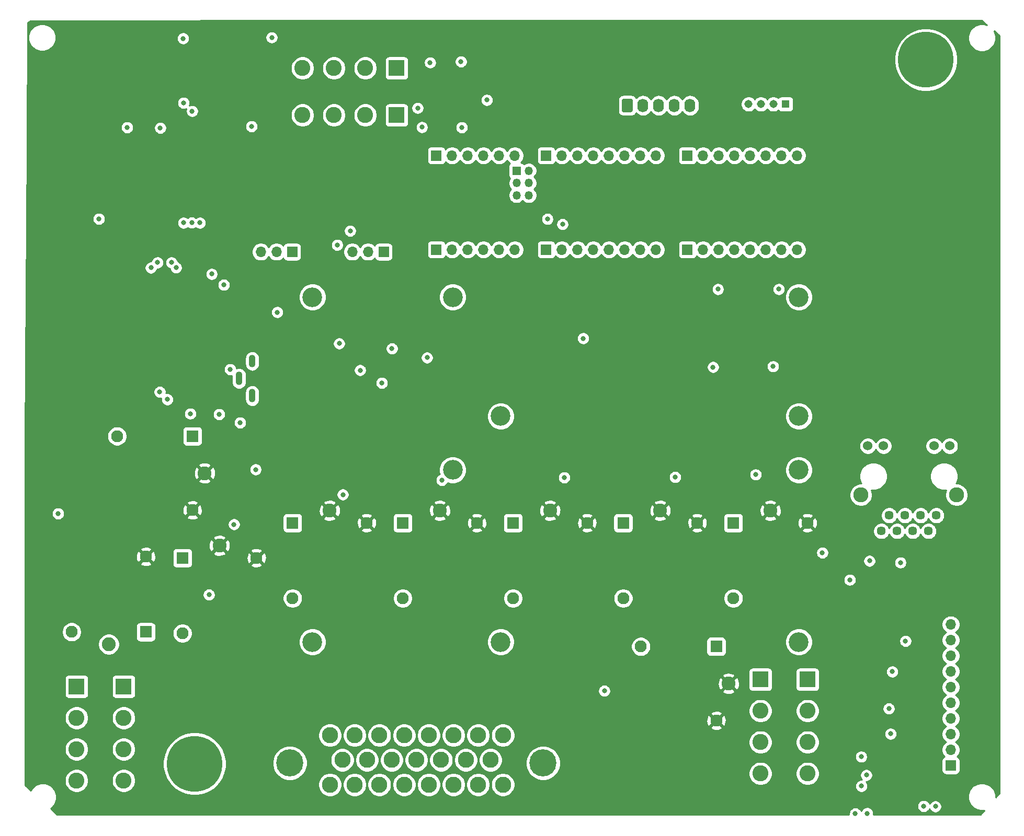
<source format=gbr>
%TF.GenerationSoftware,KiCad,Pcbnew,(5.1.10)-1*%
%TF.CreationDate,2022-12-31T06:25:54-06:00*%
%TF.ProjectId,RC11,52433131-2e6b-4696-9361-645f70636258,rev?*%
%TF.SameCoordinates,Original*%
%TF.FileFunction,Copper,L3,Inr*%
%TF.FilePolarity,Positive*%
%FSLAX46Y46*%
G04 Gerber Fmt 4.6, Leading zero omitted, Abs format (unit mm)*
G04 Created by KiCad (PCBNEW (5.1.10)-1) date 2022-12-31 06:25:54*
%MOMM*%
%LPD*%
G01*
G04 APERTURE LIST*
%TA.AperFunction,ComponentPad*%
%ADD10C,2.445000*%
%TD*%
%TA.AperFunction,ComponentPad*%
%ADD11C,1.530000*%
%TD*%
%TA.AperFunction,ComponentPad*%
%ADD12C,1.446000*%
%TD*%
%TA.AperFunction,ComponentPad*%
%ADD13C,3.200000*%
%TD*%
%TA.AperFunction,ComponentPad*%
%ADD14C,2.600000*%
%TD*%
%TA.AperFunction,ComponentPad*%
%ADD15R,2.600000X2.600000*%
%TD*%
%TA.AperFunction,ComponentPad*%
%ADD16C,1.950000*%
%TD*%
%TA.AperFunction,ComponentPad*%
%ADD17C,2.250000*%
%TD*%
%TA.AperFunction,ComponentPad*%
%ADD18R,1.950000X1.950000*%
%TD*%
%TA.AperFunction,ComponentPad*%
%ADD19O,1.100000X2.200000*%
%TD*%
%TA.AperFunction,ComponentPad*%
%ADD20O,1.100000X2.000000*%
%TD*%
%TA.AperFunction,ComponentPad*%
%ADD21O,1.740000X2.190000*%
%TD*%
%TA.AperFunction,ComponentPad*%
%ADD22O,1.700000X1.700000*%
%TD*%
%TA.AperFunction,ComponentPad*%
%ADD23R,1.700000X1.700000*%
%TD*%
%TA.AperFunction,ComponentPad*%
%ADD24C,9.000000*%
%TD*%
%TA.AperFunction,ComponentPad*%
%ADD25C,1.308000*%
%TD*%
%TA.AperFunction,ComponentPad*%
%ADD26R,1.308000X1.308000*%
%TD*%
%TA.AperFunction,ComponentPad*%
%ADD27O,1.350000X1.350000*%
%TD*%
%TA.AperFunction,ComponentPad*%
%ADD28R,1.350000X1.350000*%
%TD*%
%TA.AperFunction,ComponentPad*%
%ADD29C,4.395000*%
%TD*%
%TA.AperFunction,ComponentPad*%
%ADD30C,2.625000*%
%TD*%
%TA.AperFunction,ViaPad*%
%ADD31C,0.800000*%
%TD*%
%TA.AperFunction,Conductor*%
%ADD32C,0.254000*%
%TD*%
%TA.AperFunction,Conductor*%
%ADD33C,0.100000*%
%TD*%
G04 APERTURE END LIST*
D10*
%TO.N,GND*%
%TO.C,J12*%
X155958000Y-107560800D03*
X171448000Y-107560800D03*
D11*
%TO.N,Net-(J12-Pad12)*%
X157078000Y-99610800D03*
%TO.N,GND*%
X159618000Y-99610800D03*
X167788000Y-99610800D03*
%TO.N,Net-(J11-Pad3)*%
X170328000Y-99610800D03*
D12*
%TO.N,GND*%
X159258000Y-113400800D03*
%TO.N,Net-(J12-Pad7)*%
X160528000Y-110860800D03*
%TO.N,Net-(J11-Pad2)*%
X161798000Y-113400800D03*
%TO.N,Net-(C8-Pad1)*%
X163068000Y-110860800D03*
X164338000Y-113400800D03*
%TO.N,Net-(J11-Pad1)*%
X165608000Y-110860800D03*
%TO.N,Net-(J11-Pad5)*%
X166878000Y-113400800D03*
%TO.N,Net-(J11-Pad6)*%
X168148000Y-110860800D03*
%TD*%
D13*
%TO.N,N/C*%
%TO.C,REF\u002A\u002A*%
X145887800Y-103485600D03*
X89887800Y-103485600D03*
X89887800Y-75485600D03*
X145887800Y-75485600D03*
X145887800Y-131365600D03*
X67147800Y-131365600D03*
X67147800Y-75485600D03*
X145887800Y-94785600D03*
X97627800Y-94785600D03*
X97627800Y-131365600D03*
%TD*%
D14*
%TO.N,GND*%
%TO.C,KF3*%
X65557400Y-46000800D03*
X65557400Y-38380800D03*
%TO.N,+5V*%
X70637400Y-46000800D03*
X70637400Y-38380800D03*
%TO.N,Net-(KF3-Pad2)*%
X75717400Y-46000800D03*
X75717400Y-38380800D03*
D15*
%TO.N,Net-(KF3-Pad1)*%
X80797400Y-46000800D03*
X80797400Y-38380800D03*
%TD*%
D16*
%TO.N,+12V*%
%TO.C,RLY9*%
X40182800Y-117553400D03*
%TO.N,GND*%
X28182800Y-129753400D03*
D17*
%TO.N,12V_In*%
X34182800Y-131753400D03*
D18*
%TO.N,Net-(D1-Pad1)*%
X40182800Y-129753400D03*
%TD*%
D19*
%TO.N,GND*%
%TO.C,J9*%
X55279400Y-88671400D03*
X57429400Y-91471400D03*
D20*
X57429400Y-85871400D03*
%TD*%
D14*
%TO.N,Net-(J8-Pad22)*%
%TO.C,KF2*%
X147321400Y-152689600D03*
X139701400Y-152689600D03*
%TO.N,Net-(J8-Pad23)*%
X147321400Y-147609600D03*
X139701400Y-147609600D03*
%TO.N,Net-(J8-Pad15)*%
X147321400Y-142529600D03*
X139701400Y-142529600D03*
D15*
%TO.N,Net-(J8-Pad8)*%
X147321400Y-137449600D03*
X139701400Y-137449600D03*
%TD*%
D14*
%TO.N,GND*%
%TO.C,KF1*%
X36602800Y-153832600D03*
X28982800Y-153832600D03*
X36602800Y-148752600D03*
X28982800Y-148752600D03*
%TO.N,12V_In*%
X36602800Y-143672600D03*
X28982800Y-143672600D03*
D15*
X36602800Y-138592600D03*
X28982800Y-138592600D03*
%TD*%
D21*
%TO.N,IO37*%
%TO.C,J13*%
X128295400Y-44439800D03*
%TO.N,IO36*%
X125755400Y-44439800D03*
%TO.N,IO14*%
X123215400Y-44439800D03*
%TO.N,IO15*%
X120675400Y-44439800D03*
%TO.N,GND*%
%TA.AperFunction,ComponentPad*%
G36*
G01*
X117265400Y-45284801D02*
X117265400Y-43594799D01*
G75*
G02*
X117515399Y-43344800I249999J0D01*
G01*
X118755401Y-43344800D01*
G75*
G02*
X119005400Y-43594799I0J-249999D01*
G01*
X119005400Y-45284801D01*
G75*
G02*
X118755401Y-45534800I-249999J0D01*
G01*
X117515399Y-45534800D01*
G75*
G02*
X117265400Y-45284801I0J249999D01*
G01*
G37*
%TD.AperFunction*%
%TD*%
D22*
%TO.N,Net-(J19-Pad10)*%
%TO.C,J19*%
X170510200Y-128534200D03*
%TO.N,Net-(J19-Pad9)*%
X170510200Y-131074200D03*
%TO.N,AIN1*%
X170510200Y-133614200D03*
%TO.N,AIN0*%
X170510200Y-136154200D03*
%TO.N,Net-(J19-Pad6)*%
X170510200Y-138694200D03*
%TO.N,+5V*%
X170510200Y-141234200D03*
%TO.N,Net-(IC3-Pad5)*%
X170510200Y-143774200D03*
%TO.N,Net-(IC3-Pad6)*%
X170510200Y-146314200D03*
%TO.N,GND*%
X170510200Y-148854200D03*
D23*
%TO.N,+5V*%
X170510200Y-151394200D03*
%TD*%
D22*
%TO.N,TX_CH340*%
%TO.C,J18*%
X58801000Y-68158400D03*
%TO.N,RX_ESP*%
X61341000Y-68158400D03*
D23*
%TO.N,TX_Teensy*%
X63881000Y-68158400D03*
%TD*%
D22*
%TO.N,RX_CH340*%
%TO.C,J10*%
X73609200Y-68158400D03*
%TO.N,TX_ESP*%
X76149200Y-68158400D03*
D23*
%TO.N,RX_Teensy*%
X78689200Y-68158400D03*
%TD*%
D16*
%TO.N,R3*%
%TO.C,RLY3*%
X63948732Y-124280600D03*
%TO.N,+12V*%
X75948732Y-112080600D03*
D17*
X69948732Y-110080600D03*
D18*
%TO.N,Net-(RLY3-Pad1)*%
X63948732Y-112080600D03*
%TD*%
D24*
%TO.N,12V_In*%
%TO.C,J17*%
X48082200Y-151104600D03*
%TD*%
%TO.N,GND*%
%TO.C,J14*%
X166471600Y-37033200D03*
%TD*%
D25*
%TO.N,GND*%
%TO.C,J21*%
X137766800Y-44219800D03*
%TO.N,Net-(J21-Pad3)*%
X139766800Y-44219800D03*
%TO.N,IO36*%
X141766800Y-44219800D03*
D26*
%TO.N,IO37*%
X143766800Y-44219800D03*
%TD*%
D22*
%TO.N,GND*%
%TO.C,J16*%
X122783600Y-52562800D03*
%TO.N,Net-(J16-Pad7)*%
X120243600Y-52562800D03*
%TO.N,IO14*%
X117703600Y-52562800D03*
%TO.N,IO15*%
X115163600Y-52562800D03*
%TO.N,RX4*%
X112623600Y-52562800D03*
%TO.N,TX4*%
X110083600Y-52562800D03*
%TO.N,SDA_Teensy*%
X107543600Y-52562800D03*
D23*
%TO.N,SCL_Teensy*%
X105003600Y-52562800D03*
%TD*%
D22*
%TO.N,Net-(J15-Pad6)*%
%TO.C,J15*%
X99923600Y-52562800D03*
%TO.N,Net-(J15-Pad5)*%
X97383600Y-52562800D03*
%TO.N,Net-(J15-Pad4)*%
X94843600Y-52562800D03*
%TO.N,Net-(J15-Pad3)*%
X92303600Y-52562800D03*
%TO.N,GND*%
X89763600Y-52562800D03*
D23*
%TO.N,+5V*%
X87223600Y-52562800D03*
%TD*%
D22*
%TO.N,Net-(J6-Pad8)*%
%TO.C,J6*%
X122783600Y-67802800D03*
%TO.N,RLY5*%
X120243600Y-67802800D03*
%TO.N,RLY4*%
X117703600Y-67802800D03*
%TO.N,RLY3*%
X115163600Y-67802800D03*
%TO.N,RLY2*%
X112623600Y-67802800D03*
%TO.N,RLY1*%
X110083600Y-67802800D03*
%TO.N,Net-(J6-Pad2)*%
X107543600Y-67802800D03*
D23*
%TO.N,Net-(J6-Pad1)*%
X105003600Y-67802800D03*
%TD*%
D22*
%TO.N,Net-(J4-Pad6)*%
%TO.C,J4*%
X99923600Y-67802800D03*
%TO.N,Net-(J4-Pad5)*%
X97383600Y-67802800D03*
%TO.N,Net-(J4-Pad4)*%
X94843600Y-67802800D03*
%TO.N,TX_Teensy*%
X92303600Y-67802800D03*
%TO.N,RX_Teensy*%
X89763600Y-67802800D03*
D23*
%TO.N,GND*%
X87223600Y-67802800D03*
%TD*%
D27*
%TO.N,Net-(J11-Pad6)*%
%TO.C,J11*%
X102193600Y-59001200D03*
%TO.N,Net-(J11-Pad5)*%
X100193600Y-59001200D03*
%TO.N,GND*%
X102193600Y-57001200D03*
%TO.N,Net-(J11-Pad3)*%
X100193600Y-57001200D03*
%TO.N,Net-(J11-Pad2)*%
X102193600Y-55001200D03*
D28*
%TO.N,Net-(J11-Pad1)*%
X100193600Y-55001200D03*
%TD*%
D22*
%TO.N,Net-(J7-Pad8)*%
%TO.C,J7*%
X145643600Y-52562800D03*
%TO.N,Net-(J7-Pad7)*%
X143103600Y-52562800D03*
%TO.N,Net-(J7-Pad6)*%
X140563600Y-52562800D03*
%TO.N,IO36*%
X138023600Y-52562800D03*
%TO.N,IO37*%
X135483600Y-52562800D03*
%TO.N,Net-(J7-Pad3)*%
X132943600Y-52562800D03*
%TO.N,Net-(J7-Pad2)*%
X130403600Y-52562800D03*
D23*
%TO.N,Net-(J7-Pad1)*%
X127863600Y-52562800D03*
%TD*%
D22*
%TO.N,Net-(J5-Pad8)*%
%TO.C,J5*%
X145643600Y-67802800D03*
%TO.N,Net-(J5-Pad7)*%
X143103600Y-67802800D03*
%TO.N,Net-(J5-Pad6)*%
X140563600Y-67802800D03*
%TO.N,FlowPin2*%
X138023600Y-67802800D03*
%TO.N,FlowPin1*%
X135483600Y-67802800D03*
%TO.N,RLY8*%
X132943600Y-67802800D03*
%TO.N,RLY7*%
X130403600Y-67802800D03*
D23*
%TO.N,RLY6*%
X127863600Y-67802800D03*
%TD*%
D16*
%TO.N,R7*%
%TO.C,RLY7*%
X135305800Y-124280600D03*
%TO.N,+12V*%
X147305800Y-112080600D03*
D17*
X141305800Y-110080600D03*
D18*
%TO.N,Net-(RLY7-Pad1)*%
X135305800Y-112080600D03*
%TD*%
D16*
%TO.N,R6*%
%TO.C,RLY6*%
X117466530Y-124280600D03*
%TO.N,+12V*%
X129466530Y-112080600D03*
D17*
X123466530Y-110080600D03*
D18*
%TO.N,Net-(RLY6-Pad1)*%
X117466530Y-112080600D03*
%TD*%
D16*
%TO.N,R5*%
%TO.C,RLY5*%
X99627264Y-124280600D03*
%TO.N,+12V*%
X111627264Y-112080600D03*
D17*
X105627264Y-110080600D03*
D18*
%TO.N,Net-(RLY5-Pad1)*%
X99627264Y-112080600D03*
%TD*%
D16*
%TO.N,R4*%
%TO.C,RLY4*%
X81787998Y-124280600D03*
%TO.N,+12V*%
X93787998Y-112080600D03*
D17*
X87787998Y-110080600D03*
D18*
%TO.N,Net-(RLY4-Pad1)*%
X81787998Y-112080600D03*
%TD*%
D16*
%TO.N,R2*%
%TO.C,RLY2*%
X46109466Y-129953400D03*
%TO.N,+12V*%
X58109466Y-117753400D03*
D17*
X52109466Y-115753400D03*
D18*
%TO.N,Net-(RLY2-Pad1)*%
X46109466Y-117753400D03*
%TD*%
D16*
%TO.N,R1*%
%TO.C,RLY1*%
X35526600Y-98018600D03*
%TO.N,+12V*%
X47726600Y-110018600D03*
D17*
X49726600Y-104018600D03*
D18*
%TO.N,Net-(RLY1-Pad1)*%
X47726600Y-98018600D03*
%TD*%
D16*
%TO.N,R8*%
%TO.C,RLY8*%
X120337200Y-132115600D03*
%TO.N,+12V*%
X132537200Y-144115600D03*
D17*
X134537200Y-138115600D03*
D18*
%TO.N,Net-(RLY8-Pad1)*%
X132537200Y-132115600D03*
%TD*%
D29*
%TO.N,Net-(J8-PadMH2)*%
%TO.C,J8*%
X104500000Y-151000000D03*
%TO.N,Net-(J8-PadMH1)*%
X63500000Y-151000000D03*
D30*
%TO.N,Net-(J8-Pad23)*%
X98000000Y-154500000D03*
%TO.N,Net-(J8-Pad22)*%
X94000000Y-154500000D03*
%TO.N,AIN0*%
X90000000Y-154500000D03*
%TO.N,AIN1*%
X86000000Y-154500000D03*
%TO.N,GND*%
X82000000Y-154500000D03*
X78000000Y-154500000D03*
%TO.N,12V_In*%
X74000000Y-154500000D03*
X70000000Y-154500000D03*
%TO.N,Net-(J8-Pad15)*%
X96000000Y-150500000D03*
%TO.N,Sensor1*%
X92000000Y-150500000D03*
%TO.N,Sensor2*%
X88000000Y-150500000D03*
%TO.N,GND*%
X84000000Y-150500000D03*
%TO.N,+5V*%
X80000000Y-150500000D03*
X76000000Y-150500000D03*
%TO.N,R2*%
X72000000Y-150500000D03*
%TO.N,Net-(J8-Pad8)*%
X98000000Y-146500000D03*
%TO.N,R8*%
X94000000Y-146500000D03*
%TO.N,R7*%
X90000000Y-146500000D03*
%TO.N,R6*%
X86000000Y-146500000D03*
%TO.N,R5*%
X82000000Y-146500000D03*
%TO.N,R4*%
X78000000Y-146500000D03*
%TO.N,R3*%
X74000000Y-146500000D03*
%TO.N,R1*%
X70000000Y-146500000D03*
%TD*%
D31*
%TO.N,GND*%
X50850800Y-71755000D03*
X71501000Y-83007200D03*
X46238200Y-33578800D03*
X47686000Y-45364400D03*
X42529800Y-48082200D03*
X132809000Y-74203600D03*
X142664200Y-74203600D03*
X57287200Y-47828200D03*
X32588200Y-62814200D03*
X85714800Y-85293200D03*
X114424065Y-139300865D03*
X138912600Y-104251800D03*
X74894400Y-87350600D03*
X110998000Y-82179200D03*
X166116000Y-157972800D03*
X155041600Y-159192000D03*
X161035798Y-136179398D03*
X156006800Y-149971800D03*
X80035400Y-83830200D03*
X125882400Y-104658200D03*
X107924600Y-104734400D03*
X88112600Y-105140800D03*
X72085200Y-107503000D03*
X55463400Y-95834200D03*
X91211400Y-37338000D03*
X86207600Y-37490400D03*
X91338400Y-48006000D03*
X60579000Y-33426400D03*
X47625000Y-63423800D03*
X48945800Y-63449200D03*
X46278800Y-63449200D03*
X95394522Y-43549829D03*
X52806600Y-73507600D03*
X61468002Y-77952600D03*
X54457598Y-112318800D03*
X47396400Y-94386400D03*
X52044600Y-94488000D03*
X162356800Y-118516402D03*
X57962800Y-103428800D03*
X25984200Y-110566200D03*
X84886800Y-47955200D03*
%TO.N,+12V*%
X111074200Y-91729600D03*
X56982400Y-44627800D03*
X29146000Y-104533200D03*
%TO.N,+5V*%
X160477200Y-142174000D03*
X37160200Y-48006000D03*
X46289000Y-44018200D03*
X78399600Y-89408000D03*
X141732004Y-86725800D03*
X132015218Y-86841382D03*
X163169600Y-131226600D03*
X168021000Y-158023600D03*
X156972000Y-159141200D03*
X160754163Y-146264087D03*
X53848000Y-87198200D03*
X157353000Y-118237000D03*
X84201000Y-44856400D03*
%TO.N,+3V3*%
X154152600Y-121310400D03*
X149707600Y-116916200D03*
%TO.N,R2*%
X50419000Y-123723400D03*
%TO.N,EN*%
X42443400Y-90855800D03*
X43676296Y-92069182D03*
%TO.N,TX_Teensy*%
X71170800Y-67056000D03*
X73279000Y-64757379D03*
%TO.N,TX_ESP*%
X42077315Y-69884990D03*
X44334738Y-69884990D03*
%TO.N,RX_ESP*%
X45085000Y-70713600D03*
X41021000Y-70739000D03*
%TO.N,AIN1*%
X156032200Y-154721600D03*
X156845000Y-152943600D03*
%TO.N,SDA_Teensy*%
X107645200Y-63693610D03*
%TO.N,SCL_Teensy*%
X105206800Y-62839600D03*
%TD*%
D32*
%TO.N,+12V*%
X176335845Y-31380352D02*
X176191325Y-31320490D01*
X175759528Y-31234600D01*
X175319272Y-31234600D01*
X174887475Y-31320490D01*
X174480731Y-31488969D01*
X174114671Y-31733562D01*
X173803362Y-32044871D01*
X173558769Y-32410931D01*
X173390290Y-32817675D01*
X173304400Y-33249472D01*
X173304400Y-33689728D01*
X173390290Y-34121525D01*
X173558769Y-34528269D01*
X173803362Y-34894329D01*
X174114671Y-35205638D01*
X174480731Y-35450231D01*
X174887475Y-35618710D01*
X175319272Y-35704600D01*
X175759528Y-35704600D01*
X176191325Y-35618710D01*
X176598069Y-35450231D01*
X176964129Y-35205638D01*
X177275438Y-34894329D01*
X177520031Y-34528269D01*
X177688510Y-34121525D01*
X177774400Y-33689728D01*
X177774400Y-33249472D01*
X177688510Y-32817675D01*
X177520031Y-32410931D01*
X177501156Y-32382682D01*
X178340000Y-33104205D01*
X178340001Y-155903213D01*
X177749000Y-156578098D01*
X177749000Y-156246472D01*
X177663110Y-155814675D01*
X177494631Y-155407931D01*
X177250038Y-155041871D01*
X176938729Y-154730562D01*
X176572669Y-154485969D01*
X176165925Y-154317490D01*
X175734128Y-154231600D01*
X175293872Y-154231600D01*
X174862075Y-154317490D01*
X174455331Y-154485969D01*
X174089271Y-154730562D01*
X173777962Y-155041871D01*
X173533369Y-155407931D01*
X173364890Y-155814675D01*
X173279000Y-156246472D01*
X173279000Y-156686728D01*
X173364890Y-157118525D01*
X173533369Y-157525269D01*
X173777962Y-157891329D01*
X174089271Y-158202638D01*
X174455331Y-158447231D01*
X174862075Y-158615710D01*
X175293872Y-158701600D01*
X175734128Y-158701600D01*
X175922195Y-158664191D01*
X175330385Y-159340000D01*
X157987733Y-159340000D01*
X158007000Y-159243139D01*
X158007000Y-159039261D01*
X157967226Y-158839302D01*
X157889205Y-158650944D01*
X157775937Y-158481426D01*
X157631774Y-158337263D01*
X157462256Y-158223995D01*
X157273898Y-158145974D01*
X157073939Y-158106200D01*
X156870061Y-158106200D01*
X156670102Y-158145974D01*
X156481744Y-158223995D01*
X156312226Y-158337263D01*
X156168063Y-158481426D01*
X156054795Y-158650944D01*
X155996279Y-158792213D01*
X155958805Y-158701744D01*
X155845537Y-158532226D01*
X155701374Y-158388063D01*
X155531856Y-158274795D01*
X155343498Y-158196774D01*
X155143539Y-158157000D01*
X154939661Y-158157000D01*
X154739702Y-158196774D01*
X154551344Y-158274795D01*
X154381826Y-158388063D01*
X154237663Y-158532226D01*
X154124395Y-158701744D01*
X154046374Y-158890102D01*
X154006600Y-159090061D01*
X154006600Y-159293939D01*
X154015762Y-159340000D01*
X25839271Y-159340000D01*
X24776468Y-158366134D01*
X24945129Y-158253438D01*
X25256438Y-157942129D01*
X25304057Y-157870861D01*
X165081000Y-157870861D01*
X165081000Y-158074739D01*
X165120774Y-158274698D01*
X165198795Y-158463056D01*
X165312063Y-158632574D01*
X165456226Y-158776737D01*
X165625744Y-158890005D01*
X165814102Y-158968026D01*
X166014061Y-159007800D01*
X166217939Y-159007800D01*
X166417898Y-158968026D01*
X166606256Y-158890005D01*
X166775774Y-158776737D01*
X166919937Y-158632574D01*
X167033205Y-158463056D01*
X167057979Y-158403247D01*
X167103795Y-158513856D01*
X167217063Y-158683374D01*
X167361226Y-158827537D01*
X167530744Y-158940805D01*
X167719102Y-159018826D01*
X167919061Y-159058600D01*
X168122939Y-159058600D01*
X168322898Y-159018826D01*
X168511256Y-158940805D01*
X168680774Y-158827537D01*
X168824937Y-158683374D01*
X168938205Y-158513856D01*
X169016226Y-158325498D01*
X169056000Y-158125539D01*
X169056000Y-157921661D01*
X169016226Y-157721702D01*
X168938205Y-157533344D01*
X168824937Y-157363826D01*
X168680774Y-157219663D01*
X168511256Y-157106395D01*
X168322898Y-157028374D01*
X168122939Y-156988600D01*
X167919061Y-156988600D01*
X167719102Y-157028374D01*
X167530744Y-157106395D01*
X167361226Y-157219663D01*
X167217063Y-157363826D01*
X167103795Y-157533344D01*
X167079021Y-157593153D01*
X167033205Y-157482544D01*
X166919937Y-157313026D01*
X166775774Y-157168863D01*
X166606256Y-157055595D01*
X166417898Y-156977574D01*
X166217939Y-156937800D01*
X166014061Y-156937800D01*
X165814102Y-156977574D01*
X165625744Y-157055595D01*
X165456226Y-157168863D01*
X165312063Y-157313026D01*
X165198795Y-157482544D01*
X165120774Y-157670902D01*
X165081000Y-157870861D01*
X25304057Y-157870861D01*
X25501031Y-157576069D01*
X25669510Y-157169325D01*
X25755400Y-156737528D01*
X25755400Y-156297272D01*
X25669510Y-155865475D01*
X25501031Y-155458731D01*
X25256438Y-155092671D01*
X24945129Y-154781362D01*
X24579069Y-154536769D01*
X24172325Y-154368290D01*
X23740528Y-154282400D01*
X23300272Y-154282400D01*
X22868475Y-154368290D01*
X22461731Y-154536769D01*
X22095671Y-154781362D01*
X21784362Y-155092671D01*
X21563990Y-155422482D01*
X20660000Y-154594140D01*
X20660000Y-153642019D01*
X27047800Y-153642019D01*
X27047800Y-154023181D01*
X27122161Y-154397019D01*
X27268025Y-154749166D01*
X27479787Y-155066091D01*
X27749309Y-155335613D01*
X28066234Y-155547375D01*
X28418381Y-155693239D01*
X28792219Y-155767600D01*
X29173381Y-155767600D01*
X29547219Y-155693239D01*
X29899366Y-155547375D01*
X30216291Y-155335613D01*
X30485813Y-155066091D01*
X30697575Y-154749166D01*
X30843439Y-154397019D01*
X30917800Y-154023181D01*
X30917800Y-153642019D01*
X34667800Y-153642019D01*
X34667800Y-154023181D01*
X34742161Y-154397019D01*
X34888025Y-154749166D01*
X35099787Y-155066091D01*
X35369309Y-155335613D01*
X35686234Y-155547375D01*
X36038381Y-155693239D01*
X36412219Y-155767600D01*
X36793381Y-155767600D01*
X37167219Y-155693239D01*
X37519366Y-155547375D01*
X37836291Y-155335613D01*
X38105813Y-155066091D01*
X38317575Y-154749166D01*
X38463439Y-154397019D01*
X38537800Y-154023181D01*
X38537800Y-153642019D01*
X38463439Y-153268181D01*
X38317575Y-152916034D01*
X38105813Y-152599109D01*
X37836291Y-152329587D01*
X37519366Y-152117825D01*
X37167219Y-151971961D01*
X36793381Y-151897600D01*
X36412219Y-151897600D01*
X36038381Y-151971961D01*
X35686234Y-152117825D01*
X35369309Y-152329587D01*
X35099787Y-152599109D01*
X34888025Y-152916034D01*
X34742161Y-153268181D01*
X34667800Y-153642019D01*
X30917800Y-153642019D01*
X30843439Y-153268181D01*
X30697575Y-152916034D01*
X30485813Y-152599109D01*
X30216291Y-152329587D01*
X29899366Y-152117825D01*
X29547219Y-151971961D01*
X29173381Y-151897600D01*
X28792219Y-151897600D01*
X28418381Y-151971961D01*
X28066234Y-152117825D01*
X27749309Y-152329587D01*
X27479787Y-152599109D01*
X27268025Y-152916034D01*
X27122161Y-153268181D01*
X27047800Y-153642019D01*
X20660000Y-153642019D01*
X20660000Y-148562019D01*
X27047800Y-148562019D01*
X27047800Y-148943181D01*
X27122161Y-149317019D01*
X27268025Y-149669166D01*
X27479787Y-149986091D01*
X27749309Y-150255613D01*
X28066234Y-150467375D01*
X28418381Y-150613239D01*
X28792219Y-150687600D01*
X29173381Y-150687600D01*
X29547219Y-150613239D01*
X29899366Y-150467375D01*
X30216291Y-150255613D01*
X30485813Y-149986091D01*
X30697575Y-149669166D01*
X30843439Y-149317019D01*
X30917800Y-148943181D01*
X30917800Y-148562019D01*
X34667800Y-148562019D01*
X34667800Y-148943181D01*
X34742161Y-149317019D01*
X34888025Y-149669166D01*
X35099787Y-149986091D01*
X35369309Y-150255613D01*
X35686234Y-150467375D01*
X36038381Y-150613239D01*
X36412219Y-150687600D01*
X36793381Y-150687600D01*
X37167219Y-150613239D01*
X37201964Y-150598847D01*
X42947200Y-150598847D01*
X42947200Y-151610353D01*
X43144535Y-152602424D01*
X43531622Y-153536935D01*
X44093585Y-154377972D01*
X44808828Y-155093215D01*
X45649865Y-155655178D01*
X46584376Y-156042265D01*
X47576447Y-156239600D01*
X48587953Y-156239600D01*
X49580024Y-156042265D01*
X50514535Y-155655178D01*
X51355572Y-155093215D01*
X52070815Y-154377972D01*
X52117443Y-154308188D01*
X68052500Y-154308188D01*
X68052500Y-154691812D01*
X68127341Y-155068065D01*
X68274148Y-155422487D01*
X68487278Y-155741459D01*
X68758541Y-156012722D01*
X69077513Y-156225852D01*
X69431935Y-156372659D01*
X69808188Y-156447500D01*
X70191812Y-156447500D01*
X70568065Y-156372659D01*
X70922487Y-156225852D01*
X71241459Y-156012722D01*
X71512722Y-155741459D01*
X71725852Y-155422487D01*
X71872659Y-155068065D01*
X71947500Y-154691812D01*
X71947500Y-154308188D01*
X72052500Y-154308188D01*
X72052500Y-154691812D01*
X72127341Y-155068065D01*
X72274148Y-155422487D01*
X72487278Y-155741459D01*
X72758541Y-156012722D01*
X73077513Y-156225852D01*
X73431935Y-156372659D01*
X73808188Y-156447500D01*
X74191812Y-156447500D01*
X74568065Y-156372659D01*
X74922487Y-156225852D01*
X75241459Y-156012722D01*
X75512722Y-155741459D01*
X75725852Y-155422487D01*
X75872659Y-155068065D01*
X75947500Y-154691812D01*
X75947500Y-154308188D01*
X76052500Y-154308188D01*
X76052500Y-154691812D01*
X76127341Y-155068065D01*
X76274148Y-155422487D01*
X76487278Y-155741459D01*
X76758541Y-156012722D01*
X77077513Y-156225852D01*
X77431935Y-156372659D01*
X77808188Y-156447500D01*
X78191812Y-156447500D01*
X78568065Y-156372659D01*
X78922487Y-156225852D01*
X79241459Y-156012722D01*
X79512722Y-155741459D01*
X79725852Y-155422487D01*
X79872659Y-155068065D01*
X79947500Y-154691812D01*
X79947500Y-154308188D01*
X80052500Y-154308188D01*
X80052500Y-154691812D01*
X80127341Y-155068065D01*
X80274148Y-155422487D01*
X80487278Y-155741459D01*
X80758541Y-156012722D01*
X81077513Y-156225852D01*
X81431935Y-156372659D01*
X81808188Y-156447500D01*
X82191812Y-156447500D01*
X82568065Y-156372659D01*
X82922487Y-156225852D01*
X83241459Y-156012722D01*
X83512722Y-155741459D01*
X83725852Y-155422487D01*
X83872659Y-155068065D01*
X83947500Y-154691812D01*
X83947500Y-154308188D01*
X84052500Y-154308188D01*
X84052500Y-154691812D01*
X84127341Y-155068065D01*
X84274148Y-155422487D01*
X84487278Y-155741459D01*
X84758541Y-156012722D01*
X85077513Y-156225852D01*
X85431935Y-156372659D01*
X85808188Y-156447500D01*
X86191812Y-156447500D01*
X86568065Y-156372659D01*
X86922487Y-156225852D01*
X87241459Y-156012722D01*
X87512722Y-155741459D01*
X87725852Y-155422487D01*
X87872659Y-155068065D01*
X87947500Y-154691812D01*
X87947500Y-154308188D01*
X88052500Y-154308188D01*
X88052500Y-154691812D01*
X88127341Y-155068065D01*
X88274148Y-155422487D01*
X88487278Y-155741459D01*
X88758541Y-156012722D01*
X89077513Y-156225852D01*
X89431935Y-156372659D01*
X89808188Y-156447500D01*
X90191812Y-156447500D01*
X90568065Y-156372659D01*
X90922487Y-156225852D01*
X91241459Y-156012722D01*
X91512722Y-155741459D01*
X91725852Y-155422487D01*
X91872659Y-155068065D01*
X91947500Y-154691812D01*
X91947500Y-154308188D01*
X92052500Y-154308188D01*
X92052500Y-154691812D01*
X92127341Y-155068065D01*
X92274148Y-155422487D01*
X92487278Y-155741459D01*
X92758541Y-156012722D01*
X93077513Y-156225852D01*
X93431935Y-156372659D01*
X93808188Y-156447500D01*
X94191812Y-156447500D01*
X94568065Y-156372659D01*
X94922487Y-156225852D01*
X95241459Y-156012722D01*
X95512722Y-155741459D01*
X95725852Y-155422487D01*
X95872659Y-155068065D01*
X95947500Y-154691812D01*
X95947500Y-154308188D01*
X96052500Y-154308188D01*
X96052500Y-154691812D01*
X96127341Y-155068065D01*
X96274148Y-155422487D01*
X96487278Y-155741459D01*
X96758541Y-156012722D01*
X97077513Y-156225852D01*
X97431935Y-156372659D01*
X97808188Y-156447500D01*
X98191812Y-156447500D01*
X98568065Y-156372659D01*
X98922487Y-156225852D01*
X99241459Y-156012722D01*
X99512722Y-155741459D01*
X99725852Y-155422487D01*
X99872659Y-155068065D01*
X99947500Y-154691812D01*
X99947500Y-154308188D01*
X99872659Y-153931935D01*
X99725852Y-153577513D01*
X99512722Y-153258541D01*
X99241459Y-152987278D01*
X98922487Y-152774148D01*
X98568065Y-152627341D01*
X98191812Y-152552500D01*
X97808188Y-152552500D01*
X97431935Y-152627341D01*
X97077513Y-152774148D01*
X96758541Y-152987278D01*
X96487278Y-153258541D01*
X96274148Y-153577513D01*
X96127341Y-153931935D01*
X96052500Y-154308188D01*
X95947500Y-154308188D01*
X95872659Y-153931935D01*
X95725852Y-153577513D01*
X95512722Y-153258541D01*
X95241459Y-152987278D01*
X94922487Y-152774148D01*
X94568065Y-152627341D01*
X94191812Y-152552500D01*
X93808188Y-152552500D01*
X93431935Y-152627341D01*
X93077513Y-152774148D01*
X92758541Y-152987278D01*
X92487278Y-153258541D01*
X92274148Y-153577513D01*
X92127341Y-153931935D01*
X92052500Y-154308188D01*
X91947500Y-154308188D01*
X91872659Y-153931935D01*
X91725852Y-153577513D01*
X91512722Y-153258541D01*
X91241459Y-152987278D01*
X90922487Y-152774148D01*
X90568065Y-152627341D01*
X90191812Y-152552500D01*
X89808188Y-152552500D01*
X89431935Y-152627341D01*
X89077513Y-152774148D01*
X88758541Y-152987278D01*
X88487278Y-153258541D01*
X88274148Y-153577513D01*
X88127341Y-153931935D01*
X88052500Y-154308188D01*
X87947500Y-154308188D01*
X87872659Y-153931935D01*
X87725852Y-153577513D01*
X87512722Y-153258541D01*
X87241459Y-152987278D01*
X86922487Y-152774148D01*
X86568065Y-152627341D01*
X86191812Y-152552500D01*
X85808188Y-152552500D01*
X85431935Y-152627341D01*
X85077513Y-152774148D01*
X84758541Y-152987278D01*
X84487278Y-153258541D01*
X84274148Y-153577513D01*
X84127341Y-153931935D01*
X84052500Y-154308188D01*
X83947500Y-154308188D01*
X83872659Y-153931935D01*
X83725852Y-153577513D01*
X83512722Y-153258541D01*
X83241459Y-152987278D01*
X82922487Y-152774148D01*
X82568065Y-152627341D01*
X82191812Y-152552500D01*
X81808188Y-152552500D01*
X81431935Y-152627341D01*
X81077513Y-152774148D01*
X80758541Y-152987278D01*
X80487278Y-153258541D01*
X80274148Y-153577513D01*
X80127341Y-153931935D01*
X80052500Y-154308188D01*
X79947500Y-154308188D01*
X79872659Y-153931935D01*
X79725852Y-153577513D01*
X79512722Y-153258541D01*
X79241459Y-152987278D01*
X78922487Y-152774148D01*
X78568065Y-152627341D01*
X78191812Y-152552500D01*
X77808188Y-152552500D01*
X77431935Y-152627341D01*
X77077513Y-152774148D01*
X76758541Y-152987278D01*
X76487278Y-153258541D01*
X76274148Y-153577513D01*
X76127341Y-153931935D01*
X76052500Y-154308188D01*
X75947500Y-154308188D01*
X75872659Y-153931935D01*
X75725852Y-153577513D01*
X75512722Y-153258541D01*
X75241459Y-152987278D01*
X74922487Y-152774148D01*
X74568065Y-152627341D01*
X74191812Y-152552500D01*
X73808188Y-152552500D01*
X73431935Y-152627341D01*
X73077513Y-152774148D01*
X72758541Y-152987278D01*
X72487278Y-153258541D01*
X72274148Y-153577513D01*
X72127341Y-153931935D01*
X72052500Y-154308188D01*
X71947500Y-154308188D01*
X71872659Y-153931935D01*
X71725852Y-153577513D01*
X71512722Y-153258541D01*
X71241459Y-152987278D01*
X70922487Y-152774148D01*
X70568065Y-152627341D01*
X70191812Y-152552500D01*
X69808188Y-152552500D01*
X69431935Y-152627341D01*
X69077513Y-152774148D01*
X68758541Y-152987278D01*
X68487278Y-153258541D01*
X68274148Y-153577513D01*
X68127341Y-153931935D01*
X68052500Y-154308188D01*
X52117443Y-154308188D01*
X52632778Y-153536935D01*
X53019865Y-152602424D01*
X53217200Y-151610353D01*
X53217200Y-150721023D01*
X60667500Y-150721023D01*
X60667500Y-151278977D01*
X60776352Y-151826210D01*
X60989871Y-152341692D01*
X61299854Y-152805613D01*
X61694387Y-153200146D01*
X62158308Y-153510129D01*
X62673790Y-153723648D01*
X63221023Y-153832500D01*
X63778977Y-153832500D01*
X64326210Y-153723648D01*
X64841692Y-153510129D01*
X65305613Y-153200146D01*
X65700146Y-152805613D01*
X66010129Y-152341692D01*
X66223648Y-151826210D01*
X66332500Y-151278977D01*
X66332500Y-150721023D01*
X66250382Y-150308188D01*
X70052500Y-150308188D01*
X70052500Y-150691812D01*
X70127341Y-151068065D01*
X70274148Y-151422487D01*
X70487278Y-151741459D01*
X70758541Y-152012722D01*
X71077513Y-152225852D01*
X71431935Y-152372659D01*
X71808188Y-152447500D01*
X72191812Y-152447500D01*
X72568065Y-152372659D01*
X72922487Y-152225852D01*
X73241459Y-152012722D01*
X73512722Y-151741459D01*
X73725852Y-151422487D01*
X73872659Y-151068065D01*
X73947500Y-150691812D01*
X73947500Y-150308188D01*
X74052500Y-150308188D01*
X74052500Y-150691812D01*
X74127341Y-151068065D01*
X74274148Y-151422487D01*
X74487278Y-151741459D01*
X74758541Y-152012722D01*
X75077513Y-152225852D01*
X75431935Y-152372659D01*
X75808188Y-152447500D01*
X76191812Y-152447500D01*
X76568065Y-152372659D01*
X76922487Y-152225852D01*
X77241459Y-152012722D01*
X77512722Y-151741459D01*
X77725852Y-151422487D01*
X77872659Y-151068065D01*
X77947500Y-150691812D01*
X77947500Y-150308188D01*
X78052500Y-150308188D01*
X78052500Y-150691812D01*
X78127341Y-151068065D01*
X78274148Y-151422487D01*
X78487278Y-151741459D01*
X78758541Y-152012722D01*
X79077513Y-152225852D01*
X79431935Y-152372659D01*
X79808188Y-152447500D01*
X80191812Y-152447500D01*
X80568065Y-152372659D01*
X80922487Y-152225852D01*
X81241459Y-152012722D01*
X81512722Y-151741459D01*
X81725852Y-151422487D01*
X81872659Y-151068065D01*
X81947500Y-150691812D01*
X81947500Y-150308188D01*
X82052500Y-150308188D01*
X82052500Y-150691812D01*
X82127341Y-151068065D01*
X82274148Y-151422487D01*
X82487278Y-151741459D01*
X82758541Y-152012722D01*
X83077513Y-152225852D01*
X83431935Y-152372659D01*
X83808188Y-152447500D01*
X84191812Y-152447500D01*
X84568065Y-152372659D01*
X84922487Y-152225852D01*
X85241459Y-152012722D01*
X85512722Y-151741459D01*
X85725852Y-151422487D01*
X85872659Y-151068065D01*
X85947500Y-150691812D01*
X85947500Y-150308188D01*
X86052500Y-150308188D01*
X86052500Y-150691812D01*
X86127341Y-151068065D01*
X86274148Y-151422487D01*
X86487278Y-151741459D01*
X86758541Y-152012722D01*
X87077513Y-152225852D01*
X87431935Y-152372659D01*
X87808188Y-152447500D01*
X88191812Y-152447500D01*
X88568065Y-152372659D01*
X88922487Y-152225852D01*
X89241459Y-152012722D01*
X89512722Y-151741459D01*
X89725852Y-151422487D01*
X89872659Y-151068065D01*
X89947500Y-150691812D01*
X89947500Y-150308188D01*
X90052500Y-150308188D01*
X90052500Y-150691812D01*
X90127341Y-151068065D01*
X90274148Y-151422487D01*
X90487278Y-151741459D01*
X90758541Y-152012722D01*
X91077513Y-152225852D01*
X91431935Y-152372659D01*
X91808188Y-152447500D01*
X92191812Y-152447500D01*
X92568065Y-152372659D01*
X92922487Y-152225852D01*
X93241459Y-152012722D01*
X93512722Y-151741459D01*
X93725852Y-151422487D01*
X93872659Y-151068065D01*
X93947500Y-150691812D01*
X93947500Y-150308188D01*
X94052500Y-150308188D01*
X94052500Y-150691812D01*
X94127341Y-151068065D01*
X94274148Y-151422487D01*
X94487278Y-151741459D01*
X94758541Y-152012722D01*
X95077513Y-152225852D01*
X95431935Y-152372659D01*
X95808188Y-152447500D01*
X96191812Y-152447500D01*
X96568065Y-152372659D01*
X96922487Y-152225852D01*
X97241459Y-152012722D01*
X97512722Y-151741459D01*
X97725852Y-151422487D01*
X97872659Y-151068065D01*
X97941689Y-150721023D01*
X101667500Y-150721023D01*
X101667500Y-151278977D01*
X101776352Y-151826210D01*
X101989871Y-152341692D01*
X102299854Y-152805613D01*
X102694387Y-153200146D01*
X103158308Y-153510129D01*
X103673790Y-153723648D01*
X104221023Y-153832500D01*
X104778977Y-153832500D01*
X105326210Y-153723648D01*
X105841692Y-153510129D01*
X106305613Y-153200146D01*
X106700146Y-152805613D01*
X106905006Y-152499019D01*
X137766400Y-152499019D01*
X137766400Y-152880181D01*
X137840761Y-153254019D01*
X137986625Y-153606166D01*
X138198387Y-153923091D01*
X138467909Y-154192613D01*
X138784834Y-154404375D01*
X139136981Y-154550239D01*
X139510819Y-154624600D01*
X139891981Y-154624600D01*
X140265819Y-154550239D01*
X140617966Y-154404375D01*
X140934891Y-154192613D01*
X141204413Y-153923091D01*
X141416175Y-153606166D01*
X141562039Y-153254019D01*
X141636400Y-152880181D01*
X141636400Y-152499019D01*
X145386400Y-152499019D01*
X145386400Y-152880181D01*
X145460761Y-153254019D01*
X145606625Y-153606166D01*
X145818387Y-153923091D01*
X146087909Y-154192613D01*
X146404834Y-154404375D01*
X146756981Y-154550239D01*
X147130819Y-154624600D01*
X147511981Y-154624600D01*
X147536811Y-154619661D01*
X154997200Y-154619661D01*
X154997200Y-154823539D01*
X155036974Y-155023498D01*
X155114995Y-155211856D01*
X155228263Y-155381374D01*
X155372426Y-155525537D01*
X155541944Y-155638805D01*
X155730302Y-155716826D01*
X155930261Y-155756600D01*
X156134139Y-155756600D01*
X156334098Y-155716826D01*
X156522456Y-155638805D01*
X156691974Y-155525537D01*
X156836137Y-155381374D01*
X156949405Y-155211856D01*
X157027426Y-155023498D01*
X157067200Y-154823539D01*
X157067200Y-154619661D01*
X157027426Y-154419702D01*
X156949405Y-154231344D01*
X156836137Y-154061826D01*
X156752911Y-153978600D01*
X156946939Y-153978600D01*
X157146898Y-153938826D01*
X157335256Y-153860805D01*
X157504774Y-153747537D01*
X157648937Y-153603374D01*
X157762205Y-153433856D01*
X157840226Y-153245498D01*
X157880000Y-153045539D01*
X157880000Y-152841661D01*
X157840226Y-152641702D01*
X157762205Y-152453344D01*
X157648937Y-152283826D01*
X157504774Y-152139663D01*
X157335256Y-152026395D01*
X157146898Y-151948374D01*
X156946939Y-151908600D01*
X156743061Y-151908600D01*
X156543102Y-151948374D01*
X156354744Y-152026395D01*
X156185226Y-152139663D01*
X156041063Y-152283826D01*
X155927795Y-152453344D01*
X155849774Y-152641702D01*
X155810000Y-152841661D01*
X155810000Y-153045539D01*
X155849774Y-153245498D01*
X155927795Y-153433856D01*
X156041063Y-153603374D01*
X156124289Y-153686600D01*
X155930261Y-153686600D01*
X155730302Y-153726374D01*
X155541944Y-153804395D01*
X155372426Y-153917663D01*
X155228263Y-154061826D01*
X155114995Y-154231344D01*
X155036974Y-154419702D01*
X154997200Y-154619661D01*
X147536811Y-154619661D01*
X147885819Y-154550239D01*
X148237966Y-154404375D01*
X148554891Y-154192613D01*
X148824413Y-153923091D01*
X149036175Y-153606166D01*
X149182039Y-153254019D01*
X149256400Y-152880181D01*
X149256400Y-152499019D01*
X149182039Y-152125181D01*
X149036175Y-151773034D01*
X148824413Y-151456109D01*
X148554891Y-151186587D01*
X148237966Y-150974825D01*
X147885819Y-150828961D01*
X147511981Y-150754600D01*
X147130819Y-150754600D01*
X146756981Y-150828961D01*
X146404834Y-150974825D01*
X146087909Y-151186587D01*
X145818387Y-151456109D01*
X145606625Y-151773034D01*
X145460761Y-152125181D01*
X145386400Y-152499019D01*
X141636400Y-152499019D01*
X141562039Y-152125181D01*
X141416175Y-151773034D01*
X141204413Y-151456109D01*
X140934891Y-151186587D01*
X140617966Y-150974825D01*
X140265819Y-150828961D01*
X139891981Y-150754600D01*
X139510819Y-150754600D01*
X139136981Y-150828961D01*
X138784834Y-150974825D01*
X138467909Y-151186587D01*
X138198387Y-151456109D01*
X137986625Y-151773034D01*
X137840761Y-152125181D01*
X137766400Y-152499019D01*
X106905006Y-152499019D01*
X107010129Y-152341692D01*
X107223648Y-151826210D01*
X107332500Y-151278977D01*
X107332500Y-150721023D01*
X107223648Y-150173790D01*
X107097757Y-149869861D01*
X154971800Y-149869861D01*
X154971800Y-150073739D01*
X155011574Y-150273698D01*
X155089595Y-150462056D01*
X155202863Y-150631574D01*
X155347026Y-150775737D01*
X155516544Y-150889005D01*
X155704902Y-150967026D01*
X155904861Y-151006800D01*
X156108739Y-151006800D01*
X156308698Y-150967026D01*
X156497056Y-150889005D01*
X156666574Y-150775737D01*
X156810737Y-150631574D01*
X156869118Y-150544200D01*
X169022128Y-150544200D01*
X169022128Y-152244200D01*
X169034388Y-152368682D01*
X169070698Y-152488380D01*
X169129663Y-152598694D01*
X169209015Y-152695385D01*
X169305706Y-152774737D01*
X169416020Y-152833702D01*
X169535718Y-152870012D01*
X169660200Y-152882272D01*
X171360200Y-152882272D01*
X171484682Y-152870012D01*
X171604380Y-152833702D01*
X171714694Y-152774737D01*
X171811385Y-152695385D01*
X171890737Y-152598694D01*
X171949702Y-152488380D01*
X171986012Y-152368682D01*
X171998272Y-152244200D01*
X171998272Y-150544200D01*
X171986012Y-150419718D01*
X171949702Y-150300020D01*
X171890737Y-150189706D01*
X171811385Y-150093015D01*
X171714694Y-150013663D01*
X171604380Y-149954698D01*
X171531820Y-149932687D01*
X171663675Y-149800832D01*
X171826190Y-149557611D01*
X171938132Y-149287358D01*
X171995200Y-149000460D01*
X171995200Y-148707940D01*
X171938132Y-148421042D01*
X171826190Y-148150789D01*
X171663675Y-147907568D01*
X171456832Y-147700725D01*
X171282440Y-147584200D01*
X171456832Y-147467675D01*
X171663675Y-147260832D01*
X171826190Y-147017611D01*
X171938132Y-146747358D01*
X171995200Y-146460460D01*
X171995200Y-146167940D01*
X171938132Y-145881042D01*
X171826190Y-145610789D01*
X171663675Y-145367568D01*
X171456832Y-145160725D01*
X171282440Y-145044200D01*
X171456832Y-144927675D01*
X171663675Y-144720832D01*
X171826190Y-144477611D01*
X171938132Y-144207358D01*
X171995200Y-143920460D01*
X171995200Y-143627940D01*
X171938132Y-143341042D01*
X171826190Y-143070789D01*
X171663675Y-142827568D01*
X171456832Y-142620725D01*
X171282440Y-142504200D01*
X171456832Y-142387675D01*
X171663675Y-142180832D01*
X171826190Y-141937611D01*
X171938132Y-141667358D01*
X171995200Y-141380460D01*
X171995200Y-141087940D01*
X171938132Y-140801042D01*
X171826190Y-140530789D01*
X171663675Y-140287568D01*
X171456832Y-140080725D01*
X171282440Y-139964200D01*
X171456832Y-139847675D01*
X171663675Y-139640832D01*
X171826190Y-139397611D01*
X171938132Y-139127358D01*
X171995200Y-138840460D01*
X171995200Y-138547940D01*
X171938132Y-138261042D01*
X171826190Y-137990789D01*
X171663675Y-137747568D01*
X171456832Y-137540725D01*
X171282440Y-137424200D01*
X171456832Y-137307675D01*
X171663675Y-137100832D01*
X171826190Y-136857611D01*
X171938132Y-136587358D01*
X171995200Y-136300460D01*
X171995200Y-136007940D01*
X171938132Y-135721042D01*
X171826190Y-135450789D01*
X171663675Y-135207568D01*
X171456832Y-135000725D01*
X171282440Y-134884200D01*
X171456832Y-134767675D01*
X171663675Y-134560832D01*
X171826190Y-134317611D01*
X171938132Y-134047358D01*
X171995200Y-133760460D01*
X171995200Y-133467940D01*
X171938132Y-133181042D01*
X171826190Y-132910789D01*
X171663675Y-132667568D01*
X171456832Y-132460725D01*
X171282440Y-132344200D01*
X171456832Y-132227675D01*
X171663675Y-132020832D01*
X171826190Y-131777611D01*
X171938132Y-131507358D01*
X171995200Y-131220460D01*
X171995200Y-130927940D01*
X171938132Y-130641042D01*
X171826190Y-130370789D01*
X171663675Y-130127568D01*
X171456832Y-129920725D01*
X171282440Y-129804200D01*
X171456832Y-129687675D01*
X171663675Y-129480832D01*
X171826190Y-129237611D01*
X171938132Y-128967358D01*
X171995200Y-128680460D01*
X171995200Y-128387940D01*
X171938132Y-128101042D01*
X171826190Y-127830789D01*
X171663675Y-127587568D01*
X171456832Y-127380725D01*
X171213611Y-127218210D01*
X170943358Y-127106268D01*
X170656460Y-127049200D01*
X170363940Y-127049200D01*
X170077042Y-127106268D01*
X169806789Y-127218210D01*
X169563568Y-127380725D01*
X169356725Y-127587568D01*
X169194210Y-127830789D01*
X169082268Y-128101042D01*
X169025200Y-128387940D01*
X169025200Y-128680460D01*
X169082268Y-128967358D01*
X169194210Y-129237611D01*
X169356725Y-129480832D01*
X169563568Y-129687675D01*
X169737960Y-129804200D01*
X169563568Y-129920725D01*
X169356725Y-130127568D01*
X169194210Y-130370789D01*
X169082268Y-130641042D01*
X169025200Y-130927940D01*
X169025200Y-131220460D01*
X169082268Y-131507358D01*
X169194210Y-131777611D01*
X169356725Y-132020832D01*
X169563568Y-132227675D01*
X169737960Y-132344200D01*
X169563568Y-132460725D01*
X169356725Y-132667568D01*
X169194210Y-132910789D01*
X169082268Y-133181042D01*
X169025200Y-133467940D01*
X169025200Y-133760460D01*
X169082268Y-134047358D01*
X169194210Y-134317611D01*
X169356725Y-134560832D01*
X169563568Y-134767675D01*
X169737960Y-134884200D01*
X169563568Y-135000725D01*
X169356725Y-135207568D01*
X169194210Y-135450789D01*
X169082268Y-135721042D01*
X169025200Y-136007940D01*
X169025200Y-136300460D01*
X169082268Y-136587358D01*
X169194210Y-136857611D01*
X169356725Y-137100832D01*
X169563568Y-137307675D01*
X169737960Y-137424200D01*
X169563568Y-137540725D01*
X169356725Y-137747568D01*
X169194210Y-137990789D01*
X169082268Y-138261042D01*
X169025200Y-138547940D01*
X169025200Y-138840460D01*
X169082268Y-139127358D01*
X169194210Y-139397611D01*
X169356725Y-139640832D01*
X169563568Y-139847675D01*
X169737960Y-139964200D01*
X169563568Y-140080725D01*
X169356725Y-140287568D01*
X169194210Y-140530789D01*
X169082268Y-140801042D01*
X169025200Y-141087940D01*
X169025200Y-141380460D01*
X169082268Y-141667358D01*
X169194210Y-141937611D01*
X169356725Y-142180832D01*
X169563568Y-142387675D01*
X169737960Y-142504200D01*
X169563568Y-142620725D01*
X169356725Y-142827568D01*
X169194210Y-143070789D01*
X169082268Y-143341042D01*
X169025200Y-143627940D01*
X169025200Y-143920460D01*
X169082268Y-144207358D01*
X169194210Y-144477611D01*
X169356725Y-144720832D01*
X169563568Y-144927675D01*
X169737960Y-145044200D01*
X169563568Y-145160725D01*
X169356725Y-145367568D01*
X169194210Y-145610789D01*
X169082268Y-145881042D01*
X169025200Y-146167940D01*
X169025200Y-146460460D01*
X169082268Y-146747358D01*
X169194210Y-147017611D01*
X169356725Y-147260832D01*
X169563568Y-147467675D01*
X169737960Y-147584200D01*
X169563568Y-147700725D01*
X169356725Y-147907568D01*
X169194210Y-148150789D01*
X169082268Y-148421042D01*
X169025200Y-148707940D01*
X169025200Y-149000460D01*
X169082268Y-149287358D01*
X169194210Y-149557611D01*
X169356725Y-149800832D01*
X169488580Y-149932687D01*
X169416020Y-149954698D01*
X169305706Y-150013663D01*
X169209015Y-150093015D01*
X169129663Y-150189706D01*
X169070698Y-150300020D01*
X169034388Y-150419718D01*
X169022128Y-150544200D01*
X156869118Y-150544200D01*
X156924005Y-150462056D01*
X157002026Y-150273698D01*
X157041800Y-150073739D01*
X157041800Y-149869861D01*
X157002026Y-149669902D01*
X156924005Y-149481544D01*
X156810737Y-149312026D01*
X156666574Y-149167863D01*
X156497056Y-149054595D01*
X156308698Y-148976574D01*
X156108739Y-148936800D01*
X155904861Y-148936800D01*
X155704902Y-148976574D01*
X155516544Y-149054595D01*
X155347026Y-149167863D01*
X155202863Y-149312026D01*
X155089595Y-149481544D01*
X155011574Y-149669902D01*
X154971800Y-149869861D01*
X107097757Y-149869861D01*
X107010129Y-149658308D01*
X106700146Y-149194387D01*
X106305613Y-148799854D01*
X105841692Y-148489871D01*
X105326210Y-148276352D01*
X104778977Y-148167500D01*
X104221023Y-148167500D01*
X103673790Y-148276352D01*
X103158308Y-148489871D01*
X102694387Y-148799854D01*
X102299854Y-149194387D01*
X101989871Y-149658308D01*
X101776352Y-150173790D01*
X101667500Y-150721023D01*
X97941689Y-150721023D01*
X97947500Y-150691812D01*
X97947500Y-150308188D01*
X97872659Y-149931935D01*
X97725852Y-149577513D01*
X97512722Y-149258541D01*
X97241459Y-148987278D01*
X96922487Y-148774148D01*
X96568065Y-148627341D01*
X96191812Y-148552500D01*
X95808188Y-148552500D01*
X95431935Y-148627341D01*
X95077513Y-148774148D01*
X94758541Y-148987278D01*
X94487278Y-149258541D01*
X94274148Y-149577513D01*
X94127341Y-149931935D01*
X94052500Y-150308188D01*
X93947500Y-150308188D01*
X93872659Y-149931935D01*
X93725852Y-149577513D01*
X93512722Y-149258541D01*
X93241459Y-148987278D01*
X92922487Y-148774148D01*
X92568065Y-148627341D01*
X92191812Y-148552500D01*
X91808188Y-148552500D01*
X91431935Y-148627341D01*
X91077513Y-148774148D01*
X90758541Y-148987278D01*
X90487278Y-149258541D01*
X90274148Y-149577513D01*
X90127341Y-149931935D01*
X90052500Y-150308188D01*
X89947500Y-150308188D01*
X89872659Y-149931935D01*
X89725852Y-149577513D01*
X89512722Y-149258541D01*
X89241459Y-148987278D01*
X88922487Y-148774148D01*
X88568065Y-148627341D01*
X88191812Y-148552500D01*
X87808188Y-148552500D01*
X87431935Y-148627341D01*
X87077513Y-148774148D01*
X86758541Y-148987278D01*
X86487278Y-149258541D01*
X86274148Y-149577513D01*
X86127341Y-149931935D01*
X86052500Y-150308188D01*
X85947500Y-150308188D01*
X85872659Y-149931935D01*
X85725852Y-149577513D01*
X85512722Y-149258541D01*
X85241459Y-148987278D01*
X84922487Y-148774148D01*
X84568065Y-148627341D01*
X84191812Y-148552500D01*
X83808188Y-148552500D01*
X83431935Y-148627341D01*
X83077513Y-148774148D01*
X82758541Y-148987278D01*
X82487278Y-149258541D01*
X82274148Y-149577513D01*
X82127341Y-149931935D01*
X82052500Y-150308188D01*
X81947500Y-150308188D01*
X81872659Y-149931935D01*
X81725852Y-149577513D01*
X81512722Y-149258541D01*
X81241459Y-148987278D01*
X80922487Y-148774148D01*
X80568065Y-148627341D01*
X80191812Y-148552500D01*
X79808188Y-148552500D01*
X79431935Y-148627341D01*
X79077513Y-148774148D01*
X78758541Y-148987278D01*
X78487278Y-149258541D01*
X78274148Y-149577513D01*
X78127341Y-149931935D01*
X78052500Y-150308188D01*
X77947500Y-150308188D01*
X77872659Y-149931935D01*
X77725852Y-149577513D01*
X77512722Y-149258541D01*
X77241459Y-148987278D01*
X76922487Y-148774148D01*
X76568065Y-148627341D01*
X76191812Y-148552500D01*
X75808188Y-148552500D01*
X75431935Y-148627341D01*
X75077513Y-148774148D01*
X74758541Y-148987278D01*
X74487278Y-149258541D01*
X74274148Y-149577513D01*
X74127341Y-149931935D01*
X74052500Y-150308188D01*
X73947500Y-150308188D01*
X73872659Y-149931935D01*
X73725852Y-149577513D01*
X73512722Y-149258541D01*
X73241459Y-148987278D01*
X72922487Y-148774148D01*
X72568065Y-148627341D01*
X72191812Y-148552500D01*
X71808188Y-148552500D01*
X71431935Y-148627341D01*
X71077513Y-148774148D01*
X70758541Y-148987278D01*
X70487278Y-149258541D01*
X70274148Y-149577513D01*
X70127341Y-149931935D01*
X70052500Y-150308188D01*
X66250382Y-150308188D01*
X66223648Y-150173790D01*
X66010129Y-149658308D01*
X65700146Y-149194387D01*
X65305613Y-148799854D01*
X64841692Y-148489871D01*
X64326210Y-148276352D01*
X63778977Y-148167500D01*
X63221023Y-148167500D01*
X62673790Y-148276352D01*
X62158308Y-148489871D01*
X61694387Y-148799854D01*
X61299854Y-149194387D01*
X60989871Y-149658308D01*
X60776352Y-150173790D01*
X60667500Y-150721023D01*
X53217200Y-150721023D01*
X53217200Y-150598847D01*
X53019865Y-149606776D01*
X52632778Y-148672265D01*
X52070815Y-147831228D01*
X51355572Y-147115985D01*
X50514535Y-146554022D01*
X49921040Y-146308188D01*
X68052500Y-146308188D01*
X68052500Y-146691812D01*
X68127341Y-147068065D01*
X68274148Y-147422487D01*
X68487278Y-147741459D01*
X68758541Y-148012722D01*
X69077513Y-148225852D01*
X69431935Y-148372659D01*
X69808188Y-148447500D01*
X70191812Y-148447500D01*
X70568065Y-148372659D01*
X70922487Y-148225852D01*
X71241459Y-148012722D01*
X71512722Y-147741459D01*
X71725852Y-147422487D01*
X71872659Y-147068065D01*
X71947500Y-146691812D01*
X71947500Y-146308188D01*
X72052500Y-146308188D01*
X72052500Y-146691812D01*
X72127341Y-147068065D01*
X72274148Y-147422487D01*
X72487278Y-147741459D01*
X72758541Y-148012722D01*
X73077513Y-148225852D01*
X73431935Y-148372659D01*
X73808188Y-148447500D01*
X74191812Y-148447500D01*
X74568065Y-148372659D01*
X74922487Y-148225852D01*
X75241459Y-148012722D01*
X75512722Y-147741459D01*
X75725852Y-147422487D01*
X75872659Y-147068065D01*
X75947500Y-146691812D01*
X75947500Y-146308188D01*
X76052500Y-146308188D01*
X76052500Y-146691812D01*
X76127341Y-147068065D01*
X76274148Y-147422487D01*
X76487278Y-147741459D01*
X76758541Y-148012722D01*
X77077513Y-148225852D01*
X77431935Y-148372659D01*
X77808188Y-148447500D01*
X78191812Y-148447500D01*
X78568065Y-148372659D01*
X78922487Y-148225852D01*
X79241459Y-148012722D01*
X79512722Y-147741459D01*
X79725852Y-147422487D01*
X79872659Y-147068065D01*
X79947500Y-146691812D01*
X79947500Y-146308188D01*
X80052500Y-146308188D01*
X80052500Y-146691812D01*
X80127341Y-147068065D01*
X80274148Y-147422487D01*
X80487278Y-147741459D01*
X80758541Y-148012722D01*
X81077513Y-148225852D01*
X81431935Y-148372659D01*
X81808188Y-148447500D01*
X82191812Y-148447500D01*
X82568065Y-148372659D01*
X82922487Y-148225852D01*
X83241459Y-148012722D01*
X83512722Y-147741459D01*
X83725852Y-147422487D01*
X83872659Y-147068065D01*
X83947500Y-146691812D01*
X83947500Y-146308188D01*
X84052500Y-146308188D01*
X84052500Y-146691812D01*
X84127341Y-147068065D01*
X84274148Y-147422487D01*
X84487278Y-147741459D01*
X84758541Y-148012722D01*
X85077513Y-148225852D01*
X85431935Y-148372659D01*
X85808188Y-148447500D01*
X86191812Y-148447500D01*
X86568065Y-148372659D01*
X86922487Y-148225852D01*
X87241459Y-148012722D01*
X87512722Y-147741459D01*
X87725852Y-147422487D01*
X87872659Y-147068065D01*
X87947500Y-146691812D01*
X87947500Y-146308188D01*
X88052500Y-146308188D01*
X88052500Y-146691812D01*
X88127341Y-147068065D01*
X88274148Y-147422487D01*
X88487278Y-147741459D01*
X88758541Y-148012722D01*
X89077513Y-148225852D01*
X89431935Y-148372659D01*
X89808188Y-148447500D01*
X90191812Y-148447500D01*
X90568065Y-148372659D01*
X90922487Y-148225852D01*
X91241459Y-148012722D01*
X91512722Y-147741459D01*
X91725852Y-147422487D01*
X91872659Y-147068065D01*
X91947500Y-146691812D01*
X91947500Y-146308188D01*
X92052500Y-146308188D01*
X92052500Y-146691812D01*
X92127341Y-147068065D01*
X92274148Y-147422487D01*
X92487278Y-147741459D01*
X92758541Y-148012722D01*
X93077513Y-148225852D01*
X93431935Y-148372659D01*
X93808188Y-148447500D01*
X94191812Y-148447500D01*
X94568065Y-148372659D01*
X94922487Y-148225852D01*
X95241459Y-148012722D01*
X95512722Y-147741459D01*
X95725852Y-147422487D01*
X95872659Y-147068065D01*
X95947500Y-146691812D01*
X95947500Y-146308188D01*
X96052500Y-146308188D01*
X96052500Y-146691812D01*
X96127341Y-147068065D01*
X96274148Y-147422487D01*
X96487278Y-147741459D01*
X96758541Y-148012722D01*
X97077513Y-148225852D01*
X97431935Y-148372659D01*
X97808188Y-148447500D01*
X98191812Y-148447500D01*
X98568065Y-148372659D01*
X98922487Y-148225852D01*
X99241459Y-148012722D01*
X99512722Y-147741459D01*
X99725852Y-147422487D01*
X99727288Y-147419019D01*
X137766400Y-147419019D01*
X137766400Y-147800181D01*
X137840761Y-148174019D01*
X137986625Y-148526166D01*
X138198387Y-148843091D01*
X138467909Y-149112613D01*
X138784834Y-149324375D01*
X139136981Y-149470239D01*
X139510819Y-149544600D01*
X139891981Y-149544600D01*
X140265819Y-149470239D01*
X140617966Y-149324375D01*
X140934891Y-149112613D01*
X141204413Y-148843091D01*
X141416175Y-148526166D01*
X141562039Y-148174019D01*
X141636400Y-147800181D01*
X141636400Y-147419019D01*
X145386400Y-147419019D01*
X145386400Y-147800181D01*
X145460761Y-148174019D01*
X145606625Y-148526166D01*
X145818387Y-148843091D01*
X146087909Y-149112613D01*
X146404834Y-149324375D01*
X146756981Y-149470239D01*
X147130819Y-149544600D01*
X147511981Y-149544600D01*
X147885819Y-149470239D01*
X148237966Y-149324375D01*
X148554891Y-149112613D01*
X148824413Y-148843091D01*
X149036175Y-148526166D01*
X149182039Y-148174019D01*
X149256400Y-147800181D01*
X149256400Y-147419019D01*
X149182039Y-147045181D01*
X149036175Y-146693034D01*
X148824413Y-146376109D01*
X148610452Y-146162148D01*
X159719163Y-146162148D01*
X159719163Y-146366026D01*
X159758937Y-146565985D01*
X159836958Y-146754343D01*
X159950226Y-146923861D01*
X160094389Y-147068024D01*
X160263907Y-147181292D01*
X160452265Y-147259313D01*
X160652224Y-147299087D01*
X160856102Y-147299087D01*
X161056061Y-147259313D01*
X161244419Y-147181292D01*
X161413937Y-147068024D01*
X161558100Y-146923861D01*
X161671368Y-146754343D01*
X161749389Y-146565985D01*
X161789163Y-146366026D01*
X161789163Y-146162148D01*
X161749389Y-145962189D01*
X161671368Y-145773831D01*
X161558100Y-145604313D01*
X161413937Y-145460150D01*
X161244419Y-145346882D01*
X161056061Y-145268861D01*
X160856102Y-145229087D01*
X160652224Y-145229087D01*
X160452265Y-145268861D01*
X160263907Y-145346882D01*
X160094389Y-145460150D01*
X159950226Y-145604313D01*
X159836958Y-145773831D01*
X159758937Y-145962189D01*
X159719163Y-146162148D01*
X148610452Y-146162148D01*
X148554891Y-146106587D01*
X148237966Y-145894825D01*
X147885819Y-145748961D01*
X147511981Y-145674600D01*
X147130819Y-145674600D01*
X146756981Y-145748961D01*
X146404834Y-145894825D01*
X146087909Y-146106587D01*
X145818387Y-146376109D01*
X145606625Y-146693034D01*
X145460761Y-147045181D01*
X145386400Y-147419019D01*
X141636400Y-147419019D01*
X141562039Y-147045181D01*
X141416175Y-146693034D01*
X141204413Y-146376109D01*
X140934891Y-146106587D01*
X140617966Y-145894825D01*
X140265819Y-145748961D01*
X139891981Y-145674600D01*
X139510819Y-145674600D01*
X139136981Y-145748961D01*
X138784834Y-145894825D01*
X138467909Y-146106587D01*
X138198387Y-146376109D01*
X137986625Y-146693034D01*
X137840761Y-147045181D01*
X137766400Y-147419019D01*
X99727288Y-147419019D01*
X99872659Y-147068065D01*
X99947500Y-146691812D01*
X99947500Y-146308188D01*
X99872659Y-145931935D01*
X99725852Y-145577513D01*
X99512722Y-145258541D01*
X99487365Y-145233184D01*
X131599221Y-145233184D01*
X131691966Y-145495029D01*
X131977320Y-145633420D01*
X132284190Y-145713483D01*
X132600784Y-145732140D01*
X132914933Y-145688674D01*
X133214567Y-145584756D01*
X133382434Y-145495029D01*
X133475179Y-145233184D01*
X132537200Y-144295205D01*
X131599221Y-145233184D01*
X99487365Y-145233184D01*
X99241459Y-144987278D01*
X98922487Y-144774148D01*
X98568065Y-144627341D01*
X98191812Y-144552500D01*
X97808188Y-144552500D01*
X97431935Y-144627341D01*
X97077513Y-144774148D01*
X96758541Y-144987278D01*
X96487278Y-145258541D01*
X96274148Y-145577513D01*
X96127341Y-145931935D01*
X96052500Y-146308188D01*
X95947500Y-146308188D01*
X95872659Y-145931935D01*
X95725852Y-145577513D01*
X95512722Y-145258541D01*
X95241459Y-144987278D01*
X94922487Y-144774148D01*
X94568065Y-144627341D01*
X94191812Y-144552500D01*
X93808188Y-144552500D01*
X93431935Y-144627341D01*
X93077513Y-144774148D01*
X92758541Y-144987278D01*
X92487278Y-145258541D01*
X92274148Y-145577513D01*
X92127341Y-145931935D01*
X92052500Y-146308188D01*
X91947500Y-146308188D01*
X91872659Y-145931935D01*
X91725852Y-145577513D01*
X91512722Y-145258541D01*
X91241459Y-144987278D01*
X90922487Y-144774148D01*
X90568065Y-144627341D01*
X90191812Y-144552500D01*
X89808188Y-144552500D01*
X89431935Y-144627341D01*
X89077513Y-144774148D01*
X88758541Y-144987278D01*
X88487278Y-145258541D01*
X88274148Y-145577513D01*
X88127341Y-145931935D01*
X88052500Y-146308188D01*
X87947500Y-146308188D01*
X87872659Y-145931935D01*
X87725852Y-145577513D01*
X87512722Y-145258541D01*
X87241459Y-144987278D01*
X86922487Y-144774148D01*
X86568065Y-144627341D01*
X86191812Y-144552500D01*
X85808188Y-144552500D01*
X85431935Y-144627341D01*
X85077513Y-144774148D01*
X84758541Y-144987278D01*
X84487278Y-145258541D01*
X84274148Y-145577513D01*
X84127341Y-145931935D01*
X84052500Y-146308188D01*
X83947500Y-146308188D01*
X83872659Y-145931935D01*
X83725852Y-145577513D01*
X83512722Y-145258541D01*
X83241459Y-144987278D01*
X82922487Y-144774148D01*
X82568065Y-144627341D01*
X82191812Y-144552500D01*
X81808188Y-144552500D01*
X81431935Y-144627341D01*
X81077513Y-144774148D01*
X80758541Y-144987278D01*
X80487278Y-145258541D01*
X80274148Y-145577513D01*
X80127341Y-145931935D01*
X80052500Y-146308188D01*
X79947500Y-146308188D01*
X79872659Y-145931935D01*
X79725852Y-145577513D01*
X79512722Y-145258541D01*
X79241459Y-144987278D01*
X78922487Y-144774148D01*
X78568065Y-144627341D01*
X78191812Y-144552500D01*
X77808188Y-144552500D01*
X77431935Y-144627341D01*
X77077513Y-144774148D01*
X76758541Y-144987278D01*
X76487278Y-145258541D01*
X76274148Y-145577513D01*
X76127341Y-145931935D01*
X76052500Y-146308188D01*
X75947500Y-146308188D01*
X75872659Y-145931935D01*
X75725852Y-145577513D01*
X75512722Y-145258541D01*
X75241459Y-144987278D01*
X74922487Y-144774148D01*
X74568065Y-144627341D01*
X74191812Y-144552500D01*
X73808188Y-144552500D01*
X73431935Y-144627341D01*
X73077513Y-144774148D01*
X72758541Y-144987278D01*
X72487278Y-145258541D01*
X72274148Y-145577513D01*
X72127341Y-145931935D01*
X72052500Y-146308188D01*
X71947500Y-146308188D01*
X71872659Y-145931935D01*
X71725852Y-145577513D01*
X71512722Y-145258541D01*
X71241459Y-144987278D01*
X70922487Y-144774148D01*
X70568065Y-144627341D01*
X70191812Y-144552500D01*
X69808188Y-144552500D01*
X69431935Y-144627341D01*
X69077513Y-144774148D01*
X68758541Y-144987278D01*
X68487278Y-145258541D01*
X68274148Y-145577513D01*
X68127341Y-145931935D01*
X68052500Y-146308188D01*
X49921040Y-146308188D01*
X49580024Y-146166935D01*
X48587953Y-145969600D01*
X47576447Y-145969600D01*
X46584376Y-146166935D01*
X45649865Y-146554022D01*
X44808828Y-147115985D01*
X44093585Y-147831228D01*
X43531622Y-148672265D01*
X43144535Y-149606776D01*
X42947200Y-150598847D01*
X37201964Y-150598847D01*
X37519366Y-150467375D01*
X37836291Y-150255613D01*
X38105813Y-149986091D01*
X38317575Y-149669166D01*
X38463439Y-149317019D01*
X38537800Y-148943181D01*
X38537800Y-148562019D01*
X38463439Y-148188181D01*
X38317575Y-147836034D01*
X38105813Y-147519109D01*
X37836291Y-147249587D01*
X37519366Y-147037825D01*
X37167219Y-146891961D01*
X36793381Y-146817600D01*
X36412219Y-146817600D01*
X36038381Y-146891961D01*
X35686234Y-147037825D01*
X35369309Y-147249587D01*
X35099787Y-147519109D01*
X34888025Y-147836034D01*
X34742161Y-148188181D01*
X34667800Y-148562019D01*
X30917800Y-148562019D01*
X30843439Y-148188181D01*
X30697575Y-147836034D01*
X30485813Y-147519109D01*
X30216291Y-147249587D01*
X29899366Y-147037825D01*
X29547219Y-146891961D01*
X29173381Y-146817600D01*
X28792219Y-146817600D01*
X28418381Y-146891961D01*
X28066234Y-147037825D01*
X27749309Y-147249587D01*
X27479787Y-147519109D01*
X27268025Y-147836034D01*
X27122161Y-148188181D01*
X27047800Y-148562019D01*
X20660000Y-148562019D01*
X20660000Y-143482019D01*
X27047800Y-143482019D01*
X27047800Y-143863181D01*
X27122161Y-144237019D01*
X27268025Y-144589166D01*
X27479787Y-144906091D01*
X27749309Y-145175613D01*
X28066234Y-145387375D01*
X28418381Y-145533239D01*
X28792219Y-145607600D01*
X29173381Y-145607600D01*
X29547219Y-145533239D01*
X29899366Y-145387375D01*
X30216291Y-145175613D01*
X30485813Y-144906091D01*
X30697575Y-144589166D01*
X30843439Y-144237019D01*
X30917800Y-143863181D01*
X30917800Y-143482019D01*
X34667800Y-143482019D01*
X34667800Y-143863181D01*
X34742161Y-144237019D01*
X34888025Y-144589166D01*
X35099787Y-144906091D01*
X35369309Y-145175613D01*
X35686234Y-145387375D01*
X36038381Y-145533239D01*
X36412219Y-145607600D01*
X36793381Y-145607600D01*
X37167219Y-145533239D01*
X37519366Y-145387375D01*
X37836291Y-145175613D01*
X38105813Y-144906091D01*
X38317575Y-144589166D01*
X38463439Y-144237019D01*
X38474943Y-144179184D01*
X130920660Y-144179184D01*
X130964126Y-144493333D01*
X131068044Y-144792967D01*
X131157771Y-144960834D01*
X131419616Y-145053579D01*
X132357595Y-144115600D01*
X132716805Y-144115600D01*
X133654784Y-145053579D01*
X133916629Y-144960834D01*
X134055020Y-144675480D01*
X134135083Y-144368610D01*
X134153740Y-144052016D01*
X134110274Y-143737867D01*
X134006356Y-143438233D01*
X133916629Y-143270366D01*
X133654784Y-143177621D01*
X132716805Y-144115600D01*
X132357595Y-144115600D01*
X131419616Y-143177621D01*
X131157771Y-143270366D01*
X131019380Y-143555720D01*
X130939317Y-143862590D01*
X130920660Y-144179184D01*
X38474943Y-144179184D01*
X38537800Y-143863181D01*
X38537800Y-143482019D01*
X38463439Y-143108181D01*
X38417808Y-142998016D01*
X131599221Y-142998016D01*
X132537200Y-143935995D01*
X133475179Y-142998016D01*
X133382434Y-142736171D01*
X133097080Y-142597780D01*
X132790210Y-142517717D01*
X132473616Y-142499060D01*
X132159467Y-142542526D01*
X131859833Y-142646444D01*
X131691966Y-142736171D01*
X131599221Y-142998016D01*
X38417808Y-142998016D01*
X38317575Y-142756034D01*
X38105813Y-142439109D01*
X38005723Y-142339019D01*
X137766400Y-142339019D01*
X137766400Y-142720181D01*
X137840761Y-143094019D01*
X137986625Y-143446166D01*
X138198387Y-143763091D01*
X138467909Y-144032613D01*
X138784834Y-144244375D01*
X139136981Y-144390239D01*
X139510819Y-144464600D01*
X139891981Y-144464600D01*
X140265819Y-144390239D01*
X140617966Y-144244375D01*
X140934891Y-144032613D01*
X141204413Y-143763091D01*
X141416175Y-143446166D01*
X141562039Y-143094019D01*
X141636400Y-142720181D01*
X141636400Y-142339019D01*
X145386400Y-142339019D01*
X145386400Y-142720181D01*
X145460761Y-143094019D01*
X145606625Y-143446166D01*
X145818387Y-143763091D01*
X146087909Y-144032613D01*
X146404834Y-144244375D01*
X146756981Y-144390239D01*
X147130819Y-144464600D01*
X147511981Y-144464600D01*
X147885819Y-144390239D01*
X148237966Y-144244375D01*
X148554891Y-144032613D01*
X148824413Y-143763091D01*
X149036175Y-143446166D01*
X149182039Y-143094019D01*
X149256400Y-142720181D01*
X149256400Y-142339019D01*
X149203299Y-142072061D01*
X159442200Y-142072061D01*
X159442200Y-142275939D01*
X159481974Y-142475898D01*
X159559995Y-142664256D01*
X159673263Y-142833774D01*
X159817426Y-142977937D01*
X159986944Y-143091205D01*
X160175302Y-143169226D01*
X160375261Y-143209000D01*
X160579139Y-143209000D01*
X160779098Y-143169226D01*
X160967456Y-143091205D01*
X161136974Y-142977937D01*
X161281137Y-142833774D01*
X161394405Y-142664256D01*
X161472426Y-142475898D01*
X161512200Y-142275939D01*
X161512200Y-142072061D01*
X161472426Y-141872102D01*
X161394405Y-141683744D01*
X161281137Y-141514226D01*
X161136974Y-141370063D01*
X160967456Y-141256795D01*
X160779098Y-141178774D01*
X160579139Y-141139000D01*
X160375261Y-141139000D01*
X160175302Y-141178774D01*
X159986944Y-141256795D01*
X159817426Y-141370063D01*
X159673263Y-141514226D01*
X159559995Y-141683744D01*
X159481974Y-141872102D01*
X159442200Y-142072061D01*
X149203299Y-142072061D01*
X149182039Y-141965181D01*
X149036175Y-141613034D01*
X148824413Y-141296109D01*
X148554891Y-141026587D01*
X148237966Y-140814825D01*
X147885819Y-140668961D01*
X147511981Y-140594600D01*
X147130819Y-140594600D01*
X146756981Y-140668961D01*
X146404834Y-140814825D01*
X146087909Y-141026587D01*
X145818387Y-141296109D01*
X145606625Y-141613034D01*
X145460761Y-141965181D01*
X145386400Y-142339019D01*
X141636400Y-142339019D01*
X141562039Y-141965181D01*
X141416175Y-141613034D01*
X141204413Y-141296109D01*
X140934891Y-141026587D01*
X140617966Y-140814825D01*
X140265819Y-140668961D01*
X139891981Y-140594600D01*
X139510819Y-140594600D01*
X139136981Y-140668961D01*
X138784834Y-140814825D01*
X138467909Y-141026587D01*
X138198387Y-141296109D01*
X137986625Y-141613034D01*
X137840761Y-141965181D01*
X137766400Y-142339019D01*
X38005723Y-142339019D01*
X37836291Y-142169587D01*
X37519366Y-141957825D01*
X37167219Y-141811961D01*
X36793381Y-141737600D01*
X36412219Y-141737600D01*
X36038381Y-141811961D01*
X35686234Y-141957825D01*
X35369309Y-142169587D01*
X35099787Y-142439109D01*
X34888025Y-142756034D01*
X34742161Y-143108181D01*
X34667800Y-143482019D01*
X30917800Y-143482019D01*
X30843439Y-143108181D01*
X30697575Y-142756034D01*
X30485813Y-142439109D01*
X30216291Y-142169587D01*
X29899366Y-141957825D01*
X29547219Y-141811961D01*
X29173381Y-141737600D01*
X28792219Y-141737600D01*
X28418381Y-141811961D01*
X28066234Y-141957825D01*
X27749309Y-142169587D01*
X27479787Y-142439109D01*
X27268025Y-142756034D01*
X27122161Y-143108181D01*
X27047800Y-143482019D01*
X20660000Y-143482019D01*
X20660000Y-137292600D01*
X27044728Y-137292600D01*
X27044728Y-139892600D01*
X27056988Y-140017082D01*
X27093298Y-140136780D01*
X27152263Y-140247094D01*
X27231615Y-140343785D01*
X27328306Y-140423137D01*
X27438620Y-140482102D01*
X27558318Y-140518412D01*
X27682800Y-140530672D01*
X30282800Y-140530672D01*
X30407282Y-140518412D01*
X30526980Y-140482102D01*
X30637294Y-140423137D01*
X30733985Y-140343785D01*
X30813337Y-140247094D01*
X30872302Y-140136780D01*
X30908612Y-140017082D01*
X30920872Y-139892600D01*
X30920872Y-137292600D01*
X34664728Y-137292600D01*
X34664728Y-139892600D01*
X34676988Y-140017082D01*
X34713298Y-140136780D01*
X34772263Y-140247094D01*
X34851615Y-140343785D01*
X34948306Y-140423137D01*
X35058620Y-140482102D01*
X35178318Y-140518412D01*
X35302800Y-140530672D01*
X37902800Y-140530672D01*
X38027282Y-140518412D01*
X38146980Y-140482102D01*
X38257294Y-140423137D01*
X38353985Y-140343785D01*
X38433337Y-140247094D01*
X38492302Y-140136780D01*
X38528612Y-140017082D01*
X38540872Y-139892600D01*
X38540872Y-139198926D01*
X113389065Y-139198926D01*
X113389065Y-139402804D01*
X113428839Y-139602763D01*
X113506860Y-139791121D01*
X113620128Y-139960639D01*
X113764291Y-140104802D01*
X113933809Y-140218070D01*
X114122167Y-140296091D01*
X114322126Y-140335865D01*
X114526004Y-140335865D01*
X114725963Y-140296091D01*
X114914321Y-140218070D01*
X115083839Y-140104802D01*
X115228002Y-139960639D01*
X115341270Y-139791121D01*
X115419291Y-139602763D01*
X115459065Y-139402804D01*
X115459065Y-139340131D01*
X133492274Y-139340131D01*
X133603121Y-139617314D01*
X133914040Y-139770689D01*
X134248905Y-139860460D01*
X134594850Y-139883176D01*
X134938580Y-139837966D01*
X135266885Y-139726566D01*
X135471279Y-139617314D01*
X135582126Y-139340131D01*
X134537200Y-138295205D01*
X133492274Y-139340131D01*
X115459065Y-139340131D01*
X115459065Y-139198926D01*
X115419291Y-138998967D01*
X115341270Y-138810609D01*
X115228002Y-138641091D01*
X115083839Y-138496928D01*
X114914321Y-138383660D01*
X114725963Y-138305639D01*
X114526004Y-138265865D01*
X114322126Y-138265865D01*
X114122167Y-138305639D01*
X113933809Y-138383660D01*
X113764291Y-138496928D01*
X113620128Y-138641091D01*
X113506860Y-138810609D01*
X113428839Y-138998967D01*
X113389065Y-139198926D01*
X38540872Y-139198926D01*
X38540872Y-138173250D01*
X132769624Y-138173250D01*
X132814834Y-138516980D01*
X132926234Y-138845285D01*
X133035486Y-139049679D01*
X133312669Y-139160526D01*
X134357595Y-138115600D01*
X134716805Y-138115600D01*
X135761731Y-139160526D01*
X136038914Y-139049679D01*
X136192289Y-138738760D01*
X136282060Y-138403895D01*
X136304776Y-138057950D01*
X136259566Y-137714220D01*
X136148166Y-137385915D01*
X136038914Y-137181521D01*
X135761731Y-137070674D01*
X134716805Y-138115600D01*
X134357595Y-138115600D01*
X133312669Y-137070674D01*
X133035486Y-137181521D01*
X132882111Y-137492440D01*
X132792340Y-137827305D01*
X132769624Y-138173250D01*
X38540872Y-138173250D01*
X38540872Y-137292600D01*
X38528612Y-137168118D01*
X38492302Y-137048420D01*
X38433337Y-136938106D01*
X38394735Y-136891069D01*
X133492274Y-136891069D01*
X134537200Y-137935995D01*
X135582126Y-136891069D01*
X135471279Y-136613886D01*
X135160360Y-136460511D01*
X134825495Y-136370740D01*
X134479550Y-136348024D01*
X134135820Y-136393234D01*
X133807515Y-136504634D01*
X133603121Y-136613886D01*
X133492274Y-136891069D01*
X38394735Y-136891069D01*
X38353985Y-136841415D01*
X38257294Y-136762063D01*
X38146980Y-136703098D01*
X38027282Y-136666788D01*
X37902800Y-136654528D01*
X35302800Y-136654528D01*
X35178318Y-136666788D01*
X35058620Y-136703098D01*
X34948306Y-136762063D01*
X34851615Y-136841415D01*
X34772263Y-136938106D01*
X34713298Y-137048420D01*
X34676988Y-137168118D01*
X34664728Y-137292600D01*
X30920872Y-137292600D01*
X30908612Y-137168118D01*
X30872302Y-137048420D01*
X30813337Y-136938106D01*
X30733985Y-136841415D01*
X30637294Y-136762063D01*
X30526980Y-136703098D01*
X30407282Y-136666788D01*
X30282800Y-136654528D01*
X27682800Y-136654528D01*
X27558318Y-136666788D01*
X27438620Y-136703098D01*
X27328306Y-136762063D01*
X27231615Y-136841415D01*
X27152263Y-136938106D01*
X27093298Y-137048420D01*
X27056988Y-137168118D01*
X27044728Y-137292600D01*
X20660000Y-137292600D01*
X20660000Y-136149600D01*
X137763328Y-136149600D01*
X137763328Y-138749600D01*
X137775588Y-138874082D01*
X137811898Y-138993780D01*
X137870863Y-139104094D01*
X137950215Y-139200785D01*
X138046906Y-139280137D01*
X138157220Y-139339102D01*
X138276918Y-139375412D01*
X138401400Y-139387672D01*
X141001400Y-139387672D01*
X141125882Y-139375412D01*
X141245580Y-139339102D01*
X141355894Y-139280137D01*
X141452585Y-139200785D01*
X141531937Y-139104094D01*
X141590902Y-138993780D01*
X141627212Y-138874082D01*
X141639472Y-138749600D01*
X141639472Y-136149600D01*
X145383328Y-136149600D01*
X145383328Y-138749600D01*
X145395588Y-138874082D01*
X145431898Y-138993780D01*
X145490863Y-139104094D01*
X145570215Y-139200785D01*
X145666906Y-139280137D01*
X145777220Y-139339102D01*
X145896918Y-139375412D01*
X146021400Y-139387672D01*
X148621400Y-139387672D01*
X148745882Y-139375412D01*
X148865580Y-139339102D01*
X148975894Y-139280137D01*
X149072585Y-139200785D01*
X149151937Y-139104094D01*
X149210902Y-138993780D01*
X149247212Y-138874082D01*
X149259472Y-138749600D01*
X149259472Y-136149600D01*
X149252367Y-136077459D01*
X160000798Y-136077459D01*
X160000798Y-136281337D01*
X160040572Y-136481296D01*
X160118593Y-136669654D01*
X160231861Y-136839172D01*
X160376024Y-136983335D01*
X160545542Y-137096603D01*
X160733900Y-137174624D01*
X160933859Y-137214398D01*
X161137737Y-137214398D01*
X161337696Y-137174624D01*
X161526054Y-137096603D01*
X161695572Y-136983335D01*
X161839735Y-136839172D01*
X161953003Y-136669654D01*
X162031024Y-136481296D01*
X162070798Y-136281337D01*
X162070798Y-136077459D01*
X162031024Y-135877500D01*
X161953003Y-135689142D01*
X161839735Y-135519624D01*
X161695572Y-135375461D01*
X161526054Y-135262193D01*
X161337696Y-135184172D01*
X161137737Y-135144398D01*
X160933859Y-135144398D01*
X160733900Y-135184172D01*
X160545542Y-135262193D01*
X160376024Y-135375461D01*
X160231861Y-135519624D01*
X160118593Y-135689142D01*
X160040572Y-135877500D01*
X160000798Y-136077459D01*
X149252367Y-136077459D01*
X149247212Y-136025118D01*
X149210902Y-135905420D01*
X149151937Y-135795106D01*
X149072585Y-135698415D01*
X148975894Y-135619063D01*
X148865580Y-135560098D01*
X148745882Y-135523788D01*
X148621400Y-135511528D01*
X146021400Y-135511528D01*
X145896918Y-135523788D01*
X145777220Y-135560098D01*
X145666906Y-135619063D01*
X145570215Y-135698415D01*
X145490863Y-135795106D01*
X145431898Y-135905420D01*
X145395588Y-136025118D01*
X145383328Y-136149600D01*
X141639472Y-136149600D01*
X141627212Y-136025118D01*
X141590902Y-135905420D01*
X141531937Y-135795106D01*
X141452585Y-135698415D01*
X141355894Y-135619063D01*
X141245580Y-135560098D01*
X141125882Y-135523788D01*
X141001400Y-135511528D01*
X138401400Y-135511528D01*
X138276918Y-135523788D01*
X138157220Y-135560098D01*
X138046906Y-135619063D01*
X137950215Y-135698415D01*
X137870863Y-135795106D01*
X137811898Y-135905420D01*
X137775588Y-136025118D01*
X137763328Y-136149600D01*
X20660000Y-136149600D01*
X20660000Y-131580055D01*
X32422800Y-131580055D01*
X32422800Y-131926745D01*
X32490436Y-132266773D01*
X32623108Y-132587073D01*
X32815719Y-132875335D01*
X33060865Y-133120481D01*
X33349127Y-133313092D01*
X33669427Y-133445764D01*
X34009455Y-133513400D01*
X34356145Y-133513400D01*
X34696173Y-133445764D01*
X35016473Y-133313092D01*
X35304735Y-133120481D01*
X35549881Y-132875335D01*
X35742492Y-132587073D01*
X35875164Y-132266773D01*
X35942800Y-131926745D01*
X35942800Y-131580055D01*
X35875164Y-131240027D01*
X35742492Y-130919727D01*
X35549881Y-130631465D01*
X35304735Y-130386319D01*
X35016473Y-130193708D01*
X34696173Y-130061036D01*
X34356145Y-129993400D01*
X34009455Y-129993400D01*
X33669427Y-130061036D01*
X33349127Y-130193708D01*
X33060865Y-130386319D01*
X32815719Y-130631465D01*
X32623108Y-130919727D01*
X32490436Y-131240027D01*
X32422800Y-131580055D01*
X20660000Y-131580055D01*
X20660000Y-129594829D01*
X26572800Y-129594829D01*
X26572800Y-129911971D01*
X26634671Y-130223020D01*
X26756037Y-130516021D01*
X26932231Y-130779715D01*
X27156485Y-131003969D01*
X27420179Y-131180163D01*
X27713180Y-131301529D01*
X28024229Y-131363400D01*
X28341371Y-131363400D01*
X28652420Y-131301529D01*
X28945421Y-131180163D01*
X29209115Y-131003969D01*
X29433369Y-130779715D01*
X29609563Y-130516021D01*
X29730929Y-130223020D01*
X29792800Y-129911971D01*
X29792800Y-129594829D01*
X29730929Y-129283780D01*
X29609563Y-128990779D01*
X29467657Y-128778400D01*
X38569728Y-128778400D01*
X38569728Y-130728400D01*
X38581988Y-130852882D01*
X38618298Y-130972580D01*
X38677263Y-131082894D01*
X38756615Y-131179585D01*
X38853306Y-131258937D01*
X38963620Y-131317902D01*
X39083318Y-131354212D01*
X39207800Y-131366472D01*
X41157800Y-131366472D01*
X41282282Y-131354212D01*
X41401980Y-131317902D01*
X41512294Y-131258937D01*
X41608985Y-131179585D01*
X41688337Y-131082894D01*
X41747302Y-130972580D01*
X41783612Y-130852882D01*
X41795872Y-130728400D01*
X41795872Y-129794829D01*
X44499466Y-129794829D01*
X44499466Y-130111971D01*
X44561337Y-130423020D01*
X44682703Y-130716021D01*
X44858897Y-130979715D01*
X45083151Y-131203969D01*
X45346845Y-131380163D01*
X45639846Y-131501529D01*
X45950895Y-131563400D01*
X46268037Y-131563400D01*
X46579086Y-131501529D01*
X46872087Y-131380163D01*
X47135781Y-131203969D01*
X47194278Y-131145472D01*
X64912800Y-131145472D01*
X64912800Y-131585728D01*
X64998690Y-132017525D01*
X65167169Y-132424269D01*
X65411762Y-132790329D01*
X65723071Y-133101638D01*
X66089131Y-133346231D01*
X66495875Y-133514710D01*
X66927672Y-133600600D01*
X67367928Y-133600600D01*
X67799725Y-133514710D01*
X68206469Y-133346231D01*
X68572529Y-133101638D01*
X68883838Y-132790329D01*
X69128431Y-132424269D01*
X69296910Y-132017525D01*
X69382800Y-131585728D01*
X69382800Y-131145472D01*
X95392800Y-131145472D01*
X95392800Y-131585728D01*
X95478690Y-132017525D01*
X95647169Y-132424269D01*
X95891762Y-132790329D01*
X96203071Y-133101638D01*
X96569131Y-133346231D01*
X96975875Y-133514710D01*
X97407672Y-133600600D01*
X97847928Y-133600600D01*
X98279725Y-133514710D01*
X98686469Y-133346231D01*
X99052529Y-133101638D01*
X99363838Y-132790329D01*
X99608431Y-132424269D01*
X99776910Y-132017525D01*
X99788943Y-131957029D01*
X118727200Y-131957029D01*
X118727200Y-132274171D01*
X118789071Y-132585220D01*
X118910437Y-132878221D01*
X119086631Y-133141915D01*
X119310885Y-133366169D01*
X119574579Y-133542363D01*
X119867580Y-133663729D01*
X120178629Y-133725600D01*
X120495771Y-133725600D01*
X120806820Y-133663729D01*
X121099821Y-133542363D01*
X121363515Y-133366169D01*
X121587769Y-133141915D01*
X121763963Y-132878221D01*
X121885329Y-132585220D01*
X121947200Y-132274171D01*
X121947200Y-131957029D01*
X121885329Y-131645980D01*
X121763963Y-131352979D01*
X121622057Y-131140600D01*
X130924128Y-131140600D01*
X130924128Y-133090600D01*
X130936388Y-133215082D01*
X130972698Y-133334780D01*
X131031663Y-133445094D01*
X131111015Y-133541785D01*
X131207706Y-133621137D01*
X131318020Y-133680102D01*
X131437718Y-133716412D01*
X131562200Y-133728672D01*
X133512200Y-133728672D01*
X133636682Y-133716412D01*
X133756380Y-133680102D01*
X133866694Y-133621137D01*
X133963385Y-133541785D01*
X134042737Y-133445094D01*
X134101702Y-133334780D01*
X134138012Y-133215082D01*
X134150272Y-133090600D01*
X134150272Y-131145472D01*
X143652800Y-131145472D01*
X143652800Y-131585728D01*
X143738690Y-132017525D01*
X143907169Y-132424269D01*
X144151762Y-132790329D01*
X144463071Y-133101638D01*
X144829131Y-133346231D01*
X145235875Y-133514710D01*
X145667672Y-133600600D01*
X146107928Y-133600600D01*
X146539725Y-133514710D01*
X146946469Y-133346231D01*
X147312529Y-133101638D01*
X147623838Y-132790329D01*
X147868431Y-132424269D01*
X148036910Y-132017525D01*
X148122800Y-131585728D01*
X148122800Y-131145472D01*
X148118661Y-131124661D01*
X162134600Y-131124661D01*
X162134600Y-131328539D01*
X162174374Y-131528498D01*
X162252395Y-131716856D01*
X162365663Y-131886374D01*
X162509826Y-132030537D01*
X162679344Y-132143805D01*
X162867702Y-132221826D01*
X163067661Y-132261600D01*
X163271539Y-132261600D01*
X163471498Y-132221826D01*
X163659856Y-132143805D01*
X163829374Y-132030537D01*
X163973537Y-131886374D01*
X164086805Y-131716856D01*
X164164826Y-131528498D01*
X164204600Y-131328539D01*
X164204600Y-131124661D01*
X164164826Y-130924702D01*
X164086805Y-130736344D01*
X163973537Y-130566826D01*
X163829374Y-130422663D01*
X163659856Y-130309395D01*
X163471498Y-130231374D01*
X163271539Y-130191600D01*
X163067661Y-130191600D01*
X162867702Y-130231374D01*
X162679344Y-130309395D01*
X162509826Y-130422663D01*
X162365663Y-130566826D01*
X162252395Y-130736344D01*
X162174374Y-130924702D01*
X162134600Y-131124661D01*
X148118661Y-131124661D01*
X148036910Y-130713675D01*
X147868431Y-130306931D01*
X147623838Y-129940871D01*
X147312529Y-129629562D01*
X146946469Y-129384969D01*
X146539725Y-129216490D01*
X146107928Y-129130600D01*
X145667672Y-129130600D01*
X145235875Y-129216490D01*
X144829131Y-129384969D01*
X144463071Y-129629562D01*
X144151762Y-129940871D01*
X143907169Y-130306931D01*
X143738690Y-130713675D01*
X143652800Y-131145472D01*
X134150272Y-131145472D01*
X134150272Y-131140600D01*
X134138012Y-131016118D01*
X134101702Y-130896420D01*
X134042737Y-130786106D01*
X133963385Y-130689415D01*
X133866694Y-130610063D01*
X133756380Y-130551098D01*
X133636682Y-130514788D01*
X133512200Y-130502528D01*
X131562200Y-130502528D01*
X131437718Y-130514788D01*
X131318020Y-130551098D01*
X131207706Y-130610063D01*
X131111015Y-130689415D01*
X131031663Y-130786106D01*
X130972698Y-130896420D01*
X130936388Y-131016118D01*
X130924128Y-131140600D01*
X121622057Y-131140600D01*
X121587769Y-131089285D01*
X121363515Y-130865031D01*
X121099821Y-130688837D01*
X120806820Y-130567471D01*
X120495771Y-130505600D01*
X120178629Y-130505600D01*
X119867580Y-130567471D01*
X119574579Y-130688837D01*
X119310885Y-130865031D01*
X119086631Y-131089285D01*
X118910437Y-131352979D01*
X118789071Y-131645980D01*
X118727200Y-131957029D01*
X99788943Y-131957029D01*
X99862800Y-131585728D01*
X99862800Y-131145472D01*
X99776910Y-130713675D01*
X99608431Y-130306931D01*
X99363838Y-129940871D01*
X99052529Y-129629562D01*
X98686469Y-129384969D01*
X98279725Y-129216490D01*
X97847928Y-129130600D01*
X97407672Y-129130600D01*
X96975875Y-129216490D01*
X96569131Y-129384969D01*
X96203071Y-129629562D01*
X95891762Y-129940871D01*
X95647169Y-130306931D01*
X95478690Y-130713675D01*
X95392800Y-131145472D01*
X69382800Y-131145472D01*
X69296910Y-130713675D01*
X69128431Y-130306931D01*
X68883838Y-129940871D01*
X68572529Y-129629562D01*
X68206469Y-129384969D01*
X67799725Y-129216490D01*
X67367928Y-129130600D01*
X66927672Y-129130600D01*
X66495875Y-129216490D01*
X66089131Y-129384969D01*
X65723071Y-129629562D01*
X65411762Y-129940871D01*
X65167169Y-130306931D01*
X64998690Y-130713675D01*
X64912800Y-131145472D01*
X47194278Y-131145472D01*
X47360035Y-130979715D01*
X47536229Y-130716021D01*
X47657595Y-130423020D01*
X47719466Y-130111971D01*
X47719466Y-129794829D01*
X47657595Y-129483780D01*
X47536229Y-129190779D01*
X47360035Y-128927085D01*
X47135781Y-128702831D01*
X46872087Y-128526637D01*
X46579086Y-128405271D01*
X46268037Y-128343400D01*
X45950895Y-128343400D01*
X45639846Y-128405271D01*
X45346845Y-128526637D01*
X45083151Y-128702831D01*
X44858897Y-128927085D01*
X44682703Y-129190779D01*
X44561337Y-129483780D01*
X44499466Y-129794829D01*
X41795872Y-129794829D01*
X41795872Y-128778400D01*
X41783612Y-128653918D01*
X41747302Y-128534220D01*
X41688337Y-128423906D01*
X41608985Y-128327215D01*
X41512294Y-128247863D01*
X41401980Y-128188898D01*
X41282282Y-128152588D01*
X41157800Y-128140328D01*
X39207800Y-128140328D01*
X39083318Y-128152588D01*
X38963620Y-128188898D01*
X38853306Y-128247863D01*
X38756615Y-128327215D01*
X38677263Y-128423906D01*
X38618298Y-128534220D01*
X38581988Y-128653918D01*
X38569728Y-128778400D01*
X29467657Y-128778400D01*
X29433369Y-128727085D01*
X29209115Y-128502831D01*
X28945421Y-128326637D01*
X28652420Y-128205271D01*
X28341371Y-128143400D01*
X28024229Y-128143400D01*
X27713180Y-128205271D01*
X27420179Y-128326637D01*
X27156485Y-128502831D01*
X26932231Y-128727085D01*
X26756037Y-128990779D01*
X26634671Y-129283780D01*
X26572800Y-129594829D01*
X20660000Y-129594829D01*
X20660000Y-123621461D01*
X49384000Y-123621461D01*
X49384000Y-123825339D01*
X49423774Y-124025298D01*
X49501795Y-124213656D01*
X49615063Y-124383174D01*
X49759226Y-124527337D01*
X49928744Y-124640605D01*
X50117102Y-124718626D01*
X50317061Y-124758400D01*
X50520939Y-124758400D01*
X50720898Y-124718626D01*
X50909256Y-124640605D01*
X51078774Y-124527337D01*
X51222937Y-124383174D01*
X51336205Y-124213656D01*
X51374158Y-124122029D01*
X62338732Y-124122029D01*
X62338732Y-124439171D01*
X62400603Y-124750220D01*
X62521969Y-125043221D01*
X62698163Y-125306915D01*
X62922417Y-125531169D01*
X63186111Y-125707363D01*
X63479112Y-125828729D01*
X63790161Y-125890600D01*
X64107303Y-125890600D01*
X64418352Y-125828729D01*
X64711353Y-125707363D01*
X64975047Y-125531169D01*
X65199301Y-125306915D01*
X65375495Y-125043221D01*
X65496861Y-124750220D01*
X65558732Y-124439171D01*
X65558732Y-124122029D01*
X80177998Y-124122029D01*
X80177998Y-124439171D01*
X80239869Y-124750220D01*
X80361235Y-125043221D01*
X80537429Y-125306915D01*
X80761683Y-125531169D01*
X81025377Y-125707363D01*
X81318378Y-125828729D01*
X81629427Y-125890600D01*
X81946569Y-125890600D01*
X82257618Y-125828729D01*
X82550619Y-125707363D01*
X82814313Y-125531169D01*
X83038567Y-125306915D01*
X83214761Y-125043221D01*
X83336127Y-124750220D01*
X83397998Y-124439171D01*
X83397998Y-124122029D01*
X98017264Y-124122029D01*
X98017264Y-124439171D01*
X98079135Y-124750220D01*
X98200501Y-125043221D01*
X98376695Y-125306915D01*
X98600949Y-125531169D01*
X98864643Y-125707363D01*
X99157644Y-125828729D01*
X99468693Y-125890600D01*
X99785835Y-125890600D01*
X100096884Y-125828729D01*
X100389885Y-125707363D01*
X100653579Y-125531169D01*
X100877833Y-125306915D01*
X101054027Y-125043221D01*
X101175393Y-124750220D01*
X101237264Y-124439171D01*
X101237264Y-124122029D01*
X115856530Y-124122029D01*
X115856530Y-124439171D01*
X115918401Y-124750220D01*
X116039767Y-125043221D01*
X116215961Y-125306915D01*
X116440215Y-125531169D01*
X116703909Y-125707363D01*
X116996910Y-125828729D01*
X117307959Y-125890600D01*
X117625101Y-125890600D01*
X117936150Y-125828729D01*
X118229151Y-125707363D01*
X118492845Y-125531169D01*
X118717099Y-125306915D01*
X118893293Y-125043221D01*
X119014659Y-124750220D01*
X119076530Y-124439171D01*
X119076530Y-124122029D01*
X133695800Y-124122029D01*
X133695800Y-124439171D01*
X133757671Y-124750220D01*
X133879037Y-125043221D01*
X134055231Y-125306915D01*
X134279485Y-125531169D01*
X134543179Y-125707363D01*
X134836180Y-125828729D01*
X135147229Y-125890600D01*
X135464371Y-125890600D01*
X135775420Y-125828729D01*
X136068421Y-125707363D01*
X136332115Y-125531169D01*
X136556369Y-125306915D01*
X136732563Y-125043221D01*
X136853929Y-124750220D01*
X136915800Y-124439171D01*
X136915800Y-124122029D01*
X136853929Y-123810980D01*
X136732563Y-123517979D01*
X136556369Y-123254285D01*
X136332115Y-123030031D01*
X136068421Y-122853837D01*
X135775420Y-122732471D01*
X135464371Y-122670600D01*
X135147229Y-122670600D01*
X134836180Y-122732471D01*
X134543179Y-122853837D01*
X134279485Y-123030031D01*
X134055231Y-123254285D01*
X133879037Y-123517979D01*
X133757671Y-123810980D01*
X133695800Y-124122029D01*
X119076530Y-124122029D01*
X119014659Y-123810980D01*
X118893293Y-123517979D01*
X118717099Y-123254285D01*
X118492845Y-123030031D01*
X118229151Y-122853837D01*
X117936150Y-122732471D01*
X117625101Y-122670600D01*
X117307959Y-122670600D01*
X116996910Y-122732471D01*
X116703909Y-122853837D01*
X116440215Y-123030031D01*
X116215961Y-123254285D01*
X116039767Y-123517979D01*
X115918401Y-123810980D01*
X115856530Y-124122029D01*
X101237264Y-124122029D01*
X101175393Y-123810980D01*
X101054027Y-123517979D01*
X100877833Y-123254285D01*
X100653579Y-123030031D01*
X100389885Y-122853837D01*
X100096884Y-122732471D01*
X99785835Y-122670600D01*
X99468693Y-122670600D01*
X99157644Y-122732471D01*
X98864643Y-122853837D01*
X98600949Y-123030031D01*
X98376695Y-123254285D01*
X98200501Y-123517979D01*
X98079135Y-123810980D01*
X98017264Y-124122029D01*
X83397998Y-124122029D01*
X83336127Y-123810980D01*
X83214761Y-123517979D01*
X83038567Y-123254285D01*
X82814313Y-123030031D01*
X82550619Y-122853837D01*
X82257618Y-122732471D01*
X81946569Y-122670600D01*
X81629427Y-122670600D01*
X81318378Y-122732471D01*
X81025377Y-122853837D01*
X80761683Y-123030031D01*
X80537429Y-123254285D01*
X80361235Y-123517979D01*
X80239869Y-123810980D01*
X80177998Y-124122029D01*
X65558732Y-124122029D01*
X65496861Y-123810980D01*
X65375495Y-123517979D01*
X65199301Y-123254285D01*
X64975047Y-123030031D01*
X64711353Y-122853837D01*
X64418352Y-122732471D01*
X64107303Y-122670600D01*
X63790161Y-122670600D01*
X63479112Y-122732471D01*
X63186111Y-122853837D01*
X62922417Y-123030031D01*
X62698163Y-123254285D01*
X62521969Y-123517979D01*
X62400603Y-123810980D01*
X62338732Y-124122029D01*
X51374158Y-124122029D01*
X51414226Y-124025298D01*
X51454000Y-123825339D01*
X51454000Y-123621461D01*
X51414226Y-123421502D01*
X51336205Y-123233144D01*
X51222937Y-123063626D01*
X51078774Y-122919463D01*
X50909256Y-122806195D01*
X50720898Y-122728174D01*
X50520939Y-122688400D01*
X50317061Y-122688400D01*
X50117102Y-122728174D01*
X49928744Y-122806195D01*
X49759226Y-122919463D01*
X49615063Y-123063626D01*
X49501795Y-123233144D01*
X49423774Y-123421502D01*
X49384000Y-123621461D01*
X20660000Y-123621461D01*
X20660000Y-121208461D01*
X153117600Y-121208461D01*
X153117600Y-121412339D01*
X153157374Y-121612298D01*
X153235395Y-121800656D01*
X153348663Y-121970174D01*
X153492826Y-122114337D01*
X153662344Y-122227605D01*
X153850702Y-122305626D01*
X154050661Y-122345400D01*
X154254539Y-122345400D01*
X154454498Y-122305626D01*
X154642856Y-122227605D01*
X154812374Y-122114337D01*
X154956537Y-121970174D01*
X155069805Y-121800656D01*
X155147826Y-121612298D01*
X155187600Y-121412339D01*
X155187600Y-121208461D01*
X155147826Y-121008502D01*
X155069805Y-120820144D01*
X154956537Y-120650626D01*
X154812374Y-120506463D01*
X154642856Y-120393195D01*
X154454498Y-120315174D01*
X154254539Y-120275400D01*
X154050661Y-120275400D01*
X153850702Y-120315174D01*
X153662344Y-120393195D01*
X153492826Y-120506463D01*
X153348663Y-120650626D01*
X153235395Y-120820144D01*
X153157374Y-121008502D01*
X153117600Y-121208461D01*
X20660000Y-121208461D01*
X20660000Y-118670984D01*
X39244821Y-118670984D01*
X39337566Y-118932829D01*
X39622920Y-119071220D01*
X39929790Y-119151283D01*
X40246384Y-119169940D01*
X40560533Y-119126474D01*
X40860167Y-119022556D01*
X41028034Y-118932829D01*
X41120779Y-118670984D01*
X40182800Y-117733005D01*
X39244821Y-118670984D01*
X20660000Y-118670984D01*
X20660000Y-117616984D01*
X38566260Y-117616984D01*
X38609726Y-117931133D01*
X38713644Y-118230767D01*
X38803371Y-118398634D01*
X39065216Y-118491379D01*
X40003195Y-117553400D01*
X40362405Y-117553400D01*
X41300384Y-118491379D01*
X41562229Y-118398634D01*
X41700620Y-118113280D01*
X41780683Y-117806410D01*
X41799340Y-117489816D01*
X41755874Y-117175667D01*
X41651956Y-116876033D01*
X41599770Y-116778400D01*
X44496394Y-116778400D01*
X44496394Y-118728400D01*
X44508654Y-118852882D01*
X44544964Y-118972580D01*
X44603929Y-119082894D01*
X44683281Y-119179585D01*
X44779972Y-119258937D01*
X44890286Y-119317902D01*
X45009984Y-119354212D01*
X45134466Y-119366472D01*
X47084466Y-119366472D01*
X47208948Y-119354212D01*
X47328646Y-119317902D01*
X47438960Y-119258937D01*
X47535651Y-119179585D01*
X47615003Y-119082894D01*
X47673968Y-118972580D01*
X47704786Y-118870984D01*
X57171487Y-118870984D01*
X57264232Y-119132829D01*
X57549586Y-119271220D01*
X57856456Y-119351283D01*
X58173050Y-119369940D01*
X58487199Y-119326474D01*
X58786833Y-119222556D01*
X58954700Y-119132829D01*
X59047445Y-118870984D01*
X58109466Y-117933005D01*
X57171487Y-118870984D01*
X47704786Y-118870984D01*
X47710278Y-118852882D01*
X47722538Y-118728400D01*
X47722538Y-117816984D01*
X56492926Y-117816984D01*
X56536392Y-118131133D01*
X56640310Y-118430767D01*
X56730037Y-118598634D01*
X56991882Y-118691379D01*
X57929861Y-117753400D01*
X58289071Y-117753400D01*
X59227050Y-118691379D01*
X59488895Y-118598634D01*
X59627286Y-118313280D01*
X59673783Y-118135061D01*
X156318000Y-118135061D01*
X156318000Y-118338939D01*
X156357774Y-118538898D01*
X156435795Y-118727256D01*
X156549063Y-118896774D01*
X156693226Y-119040937D01*
X156862744Y-119154205D01*
X157051102Y-119232226D01*
X157251061Y-119272000D01*
X157454939Y-119272000D01*
X157654898Y-119232226D01*
X157843256Y-119154205D01*
X158012774Y-119040937D01*
X158156937Y-118896774D01*
X158270205Y-118727256D01*
X158348226Y-118538898D01*
X158372977Y-118414463D01*
X161321800Y-118414463D01*
X161321800Y-118618341D01*
X161361574Y-118818300D01*
X161439595Y-119006658D01*
X161552863Y-119176176D01*
X161697026Y-119320339D01*
X161866544Y-119433607D01*
X162054902Y-119511628D01*
X162254861Y-119551402D01*
X162458739Y-119551402D01*
X162658698Y-119511628D01*
X162847056Y-119433607D01*
X163016574Y-119320339D01*
X163160737Y-119176176D01*
X163274005Y-119006658D01*
X163352026Y-118818300D01*
X163391800Y-118618341D01*
X163391800Y-118414463D01*
X163352026Y-118214504D01*
X163274005Y-118026146D01*
X163160737Y-117856628D01*
X163016574Y-117712465D01*
X162847056Y-117599197D01*
X162658698Y-117521176D01*
X162458739Y-117481402D01*
X162254861Y-117481402D01*
X162054902Y-117521176D01*
X161866544Y-117599197D01*
X161697026Y-117712465D01*
X161552863Y-117856628D01*
X161439595Y-118026146D01*
X161361574Y-118214504D01*
X161321800Y-118414463D01*
X158372977Y-118414463D01*
X158388000Y-118338939D01*
X158388000Y-118135061D01*
X158348226Y-117935102D01*
X158270205Y-117746744D01*
X158156937Y-117577226D01*
X158012774Y-117433063D01*
X157843256Y-117319795D01*
X157654898Y-117241774D01*
X157454939Y-117202000D01*
X157251061Y-117202000D01*
X157051102Y-117241774D01*
X156862744Y-117319795D01*
X156693226Y-117433063D01*
X156549063Y-117577226D01*
X156435795Y-117746744D01*
X156357774Y-117935102D01*
X156318000Y-118135061D01*
X59673783Y-118135061D01*
X59707349Y-118006410D01*
X59726006Y-117689816D01*
X59682540Y-117375667D01*
X59578622Y-117076033D01*
X59488895Y-116908166D01*
X59227050Y-116815421D01*
X58289071Y-117753400D01*
X57929861Y-117753400D01*
X56991882Y-116815421D01*
X56730037Y-116908166D01*
X56591646Y-117193520D01*
X56511583Y-117500390D01*
X56492926Y-117816984D01*
X47722538Y-117816984D01*
X47722538Y-116977931D01*
X51064540Y-116977931D01*
X51175387Y-117255114D01*
X51486306Y-117408489D01*
X51821171Y-117498260D01*
X52167116Y-117520976D01*
X52510846Y-117475766D01*
X52839151Y-117364366D01*
X53043545Y-117255114D01*
X53154392Y-116977931D01*
X52109466Y-115933005D01*
X51064540Y-116977931D01*
X47722538Y-116977931D01*
X47722538Y-116778400D01*
X47710278Y-116653918D01*
X47673968Y-116534220D01*
X47615003Y-116423906D01*
X47535651Y-116327215D01*
X47438960Y-116247863D01*
X47328646Y-116188898D01*
X47208948Y-116152588D01*
X47084466Y-116140328D01*
X45134466Y-116140328D01*
X45009984Y-116152588D01*
X44890286Y-116188898D01*
X44779972Y-116247863D01*
X44683281Y-116327215D01*
X44603929Y-116423906D01*
X44544964Y-116534220D01*
X44508654Y-116653918D01*
X44496394Y-116778400D01*
X41599770Y-116778400D01*
X41562229Y-116708166D01*
X41300384Y-116615421D01*
X40362405Y-117553400D01*
X40003195Y-117553400D01*
X39065216Y-116615421D01*
X38803371Y-116708166D01*
X38664980Y-116993520D01*
X38584917Y-117300390D01*
X38566260Y-117616984D01*
X20660000Y-117616984D01*
X20660000Y-116435816D01*
X39244821Y-116435816D01*
X40182800Y-117373795D01*
X41120779Y-116435816D01*
X41028034Y-116173971D01*
X40742680Y-116035580D01*
X40435810Y-115955517D01*
X40119216Y-115936860D01*
X39805067Y-115980326D01*
X39505433Y-116084244D01*
X39337566Y-116173971D01*
X39244821Y-116435816D01*
X20660000Y-116435816D01*
X20660000Y-115811050D01*
X50341890Y-115811050D01*
X50387100Y-116154780D01*
X50498500Y-116483085D01*
X50607752Y-116687479D01*
X50884935Y-116798326D01*
X51929861Y-115753400D01*
X52289071Y-115753400D01*
X53333997Y-116798326D01*
X53611180Y-116687479D01*
X53636665Y-116635816D01*
X57171487Y-116635816D01*
X58109466Y-117573795D01*
X58869000Y-116814261D01*
X148672600Y-116814261D01*
X148672600Y-117018139D01*
X148712374Y-117218098D01*
X148790395Y-117406456D01*
X148903663Y-117575974D01*
X149047826Y-117720137D01*
X149217344Y-117833405D01*
X149405702Y-117911426D01*
X149605661Y-117951200D01*
X149809539Y-117951200D01*
X150009498Y-117911426D01*
X150197856Y-117833405D01*
X150367374Y-117720137D01*
X150511537Y-117575974D01*
X150624805Y-117406456D01*
X150702826Y-117218098D01*
X150742600Y-117018139D01*
X150742600Y-116814261D01*
X150702826Y-116614302D01*
X150624805Y-116425944D01*
X150511537Y-116256426D01*
X150367374Y-116112263D01*
X150197856Y-115998995D01*
X150009498Y-115920974D01*
X149809539Y-115881200D01*
X149605661Y-115881200D01*
X149405702Y-115920974D01*
X149217344Y-115998995D01*
X149047826Y-116112263D01*
X148903663Y-116256426D01*
X148790395Y-116425944D01*
X148712374Y-116614302D01*
X148672600Y-116814261D01*
X58869000Y-116814261D01*
X59047445Y-116635816D01*
X58954700Y-116373971D01*
X58669346Y-116235580D01*
X58362476Y-116155517D01*
X58045882Y-116136860D01*
X57731733Y-116180326D01*
X57432099Y-116284244D01*
X57264232Y-116373971D01*
X57171487Y-116635816D01*
X53636665Y-116635816D01*
X53764555Y-116376560D01*
X53854326Y-116041695D01*
X53877042Y-115695750D01*
X53831832Y-115352020D01*
X53720432Y-115023715D01*
X53611180Y-114819321D01*
X53333997Y-114708474D01*
X52289071Y-115753400D01*
X51929861Y-115753400D01*
X50884935Y-114708474D01*
X50607752Y-114819321D01*
X50454377Y-115130240D01*
X50364606Y-115465105D01*
X50341890Y-115811050D01*
X20660000Y-115811050D01*
X20660000Y-114528869D01*
X51064540Y-114528869D01*
X52109466Y-115573795D01*
X53154392Y-114528869D01*
X53043545Y-114251686D01*
X52732626Y-114098311D01*
X52397761Y-114008540D01*
X52051816Y-113985824D01*
X51708086Y-114031034D01*
X51379781Y-114142434D01*
X51175387Y-114251686D01*
X51064540Y-114528869D01*
X20660000Y-114528869D01*
X20660000Y-112216861D01*
X53422598Y-112216861D01*
X53422598Y-112420739D01*
X53462372Y-112620698D01*
X53540393Y-112809056D01*
X53653661Y-112978574D01*
X53797824Y-113122737D01*
X53967342Y-113236005D01*
X54155700Y-113314026D01*
X54355659Y-113353800D01*
X54559537Y-113353800D01*
X54759496Y-113314026D01*
X54947854Y-113236005D01*
X55117372Y-113122737D01*
X55261535Y-112978574D01*
X55374803Y-112809056D01*
X55452824Y-112620698D01*
X55492598Y-112420739D01*
X55492598Y-112216861D01*
X55452824Y-112016902D01*
X55374803Y-111828544D01*
X55261535Y-111659026D01*
X55117372Y-111514863D01*
X54947854Y-111401595D01*
X54759496Y-111323574D01*
X54559537Y-111283800D01*
X54355659Y-111283800D01*
X54155700Y-111323574D01*
X53967342Y-111401595D01*
X53797824Y-111514863D01*
X53653661Y-111659026D01*
X53540393Y-111828544D01*
X53462372Y-112016902D01*
X53422598Y-112216861D01*
X20660000Y-112216861D01*
X20660000Y-110464261D01*
X24949200Y-110464261D01*
X24949200Y-110668139D01*
X24988974Y-110868098D01*
X25066995Y-111056456D01*
X25180263Y-111225974D01*
X25324426Y-111370137D01*
X25493944Y-111483405D01*
X25682302Y-111561426D01*
X25882261Y-111601200D01*
X26086139Y-111601200D01*
X26286098Y-111561426D01*
X26474456Y-111483405D01*
X26643974Y-111370137D01*
X26788137Y-111225974D01*
X26848132Y-111136184D01*
X46788621Y-111136184D01*
X46881366Y-111398029D01*
X47166720Y-111536420D01*
X47473590Y-111616483D01*
X47790184Y-111635140D01*
X48104333Y-111591674D01*
X48403967Y-111487756D01*
X48571834Y-111398029D01*
X48664579Y-111136184D01*
X48633995Y-111105600D01*
X62335660Y-111105600D01*
X62335660Y-113055600D01*
X62347920Y-113180082D01*
X62384230Y-113299780D01*
X62443195Y-113410094D01*
X62522547Y-113506785D01*
X62619238Y-113586137D01*
X62729552Y-113645102D01*
X62849250Y-113681412D01*
X62973732Y-113693672D01*
X64923732Y-113693672D01*
X65048214Y-113681412D01*
X65167912Y-113645102D01*
X65278226Y-113586137D01*
X65374917Y-113506785D01*
X65454269Y-113410094D01*
X65513234Y-113299780D01*
X65544052Y-113198184D01*
X75010753Y-113198184D01*
X75103498Y-113460029D01*
X75388852Y-113598420D01*
X75695722Y-113678483D01*
X76012316Y-113697140D01*
X76326465Y-113653674D01*
X76626099Y-113549756D01*
X76793966Y-113460029D01*
X76886711Y-113198184D01*
X75948732Y-112260205D01*
X75010753Y-113198184D01*
X65544052Y-113198184D01*
X65549544Y-113180082D01*
X65561804Y-113055600D01*
X65561804Y-112144184D01*
X74332192Y-112144184D01*
X74375658Y-112458333D01*
X74479576Y-112757967D01*
X74569303Y-112925834D01*
X74831148Y-113018579D01*
X75769127Y-112080600D01*
X76128337Y-112080600D01*
X77066316Y-113018579D01*
X77328161Y-112925834D01*
X77466552Y-112640480D01*
X77546615Y-112333610D01*
X77565272Y-112017016D01*
X77521806Y-111702867D01*
X77417888Y-111403233D01*
X77328161Y-111235366D01*
X77066316Y-111142621D01*
X76128337Y-112080600D01*
X75769127Y-112080600D01*
X74831148Y-111142621D01*
X74569303Y-111235366D01*
X74430912Y-111520720D01*
X74350849Y-111827590D01*
X74332192Y-112144184D01*
X65561804Y-112144184D01*
X65561804Y-111305131D01*
X68903806Y-111305131D01*
X69014653Y-111582314D01*
X69325572Y-111735689D01*
X69660437Y-111825460D01*
X70006382Y-111848176D01*
X70350112Y-111802966D01*
X70678417Y-111691566D01*
X70882811Y-111582314D01*
X70993658Y-111305131D01*
X69948732Y-110260205D01*
X68903806Y-111305131D01*
X65561804Y-111305131D01*
X65561804Y-111105600D01*
X65549544Y-110981118D01*
X65513234Y-110861420D01*
X65454269Y-110751106D01*
X65374917Y-110654415D01*
X65278226Y-110575063D01*
X65167912Y-110516098D01*
X65048214Y-110479788D01*
X64923732Y-110467528D01*
X62973732Y-110467528D01*
X62849250Y-110479788D01*
X62729552Y-110516098D01*
X62619238Y-110575063D01*
X62522547Y-110654415D01*
X62443195Y-110751106D01*
X62384230Y-110861420D01*
X62347920Y-110981118D01*
X62335660Y-111105600D01*
X48633995Y-111105600D01*
X47726600Y-110198205D01*
X46788621Y-111136184D01*
X26848132Y-111136184D01*
X26901405Y-111056456D01*
X26979426Y-110868098D01*
X27019200Y-110668139D01*
X27019200Y-110464261D01*
X26979426Y-110264302D01*
X26903990Y-110082184D01*
X46110060Y-110082184D01*
X46153526Y-110396333D01*
X46257444Y-110695967D01*
X46347171Y-110863834D01*
X46609016Y-110956579D01*
X47546995Y-110018600D01*
X47906205Y-110018600D01*
X48844184Y-110956579D01*
X49106029Y-110863834D01*
X49244420Y-110578480D01*
X49324483Y-110271610D01*
X49332341Y-110138250D01*
X68181156Y-110138250D01*
X68226366Y-110481980D01*
X68337766Y-110810285D01*
X68447018Y-111014679D01*
X68724201Y-111125526D01*
X69769127Y-110080600D01*
X70128337Y-110080600D01*
X71173263Y-111125526D01*
X71450446Y-111014679D01*
X71475931Y-110963016D01*
X75010753Y-110963016D01*
X75948732Y-111900995D01*
X76744127Y-111105600D01*
X80174926Y-111105600D01*
X80174926Y-113055600D01*
X80187186Y-113180082D01*
X80223496Y-113299780D01*
X80282461Y-113410094D01*
X80361813Y-113506785D01*
X80458504Y-113586137D01*
X80568818Y-113645102D01*
X80688516Y-113681412D01*
X80812998Y-113693672D01*
X82762998Y-113693672D01*
X82887480Y-113681412D01*
X83007178Y-113645102D01*
X83117492Y-113586137D01*
X83214183Y-113506785D01*
X83293535Y-113410094D01*
X83352500Y-113299780D01*
X83383318Y-113198184D01*
X92850019Y-113198184D01*
X92942764Y-113460029D01*
X93228118Y-113598420D01*
X93534988Y-113678483D01*
X93851582Y-113697140D01*
X94165731Y-113653674D01*
X94465365Y-113549756D01*
X94633232Y-113460029D01*
X94725977Y-113198184D01*
X93787998Y-112260205D01*
X92850019Y-113198184D01*
X83383318Y-113198184D01*
X83388810Y-113180082D01*
X83401070Y-113055600D01*
X83401070Y-112144184D01*
X92171458Y-112144184D01*
X92214924Y-112458333D01*
X92318842Y-112757967D01*
X92408569Y-112925834D01*
X92670414Y-113018579D01*
X93608393Y-112080600D01*
X93967603Y-112080600D01*
X94905582Y-113018579D01*
X95167427Y-112925834D01*
X95305818Y-112640480D01*
X95385881Y-112333610D01*
X95404538Y-112017016D01*
X95361072Y-111702867D01*
X95257154Y-111403233D01*
X95167427Y-111235366D01*
X94905582Y-111142621D01*
X93967603Y-112080600D01*
X93608393Y-112080600D01*
X92670414Y-111142621D01*
X92408569Y-111235366D01*
X92270178Y-111520720D01*
X92190115Y-111827590D01*
X92171458Y-112144184D01*
X83401070Y-112144184D01*
X83401070Y-111305131D01*
X86743072Y-111305131D01*
X86853919Y-111582314D01*
X87164838Y-111735689D01*
X87499703Y-111825460D01*
X87845648Y-111848176D01*
X88189378Y-111802966D01*
X88517683Y-111691566D01*
X88722077Y-111582314D01*
X88832924Y-111305131D01*
X87787998Y-110260205D01*
X86743072Y-111305131D01*
X83401070Y-111305131D01*
X83401070Y-111105600D01*
X83388810Y-110981118D01*
X83352500Y-110861420D01*
X83293535Y-110751106D01*
X83214183Y-110654415D01*
X83117492Y-110575063D01*
X83007178Y-110516098D01*
X82887480Y-110479788D01*
X82762998Y-110467528D01*
X80812998Y-110467528D01*
X80688516Y-110479788D01*
X80568818Y-110516098D01*
X80458504Y-110575063D01*
X80361813Y-110654415D01*
X80282461Y-110751106D01*
X80223496Y-110861420D01*
X80187186Y-110981118D01*
X80174926Y-111105600D01*
X76744127Y-111105600D01*
X76886711Y-110963016D01*
X76793966Y-110701171D01*
X76508612Y-110562780D01*
X76201742Y-110482717D01*
X75885148Y-110464060D01*
X75570999Y-110507526D01*
X75271365Y-110611444D01*
X75103498Y-110701171D01*
X75010753Y-110963016D01*
X71475931Y-110963016D01*
X71603821Y-110703760D01*
X71693592Y-110368895D01*
X71708736Y-110138250D01*
X86020422Y-110138250D01*
X86065632Y-110481980D01*
X86177032Y-110810285D01*
X86286284Y-111014679D01*
X86563467Y-111125526D01*
X87608393Y-110080600D01*
X87967603Y-110080600D01*
X89012529Y-111125526D01*
X89289712Y-111014679D01*
X89315197Y-110963016D01*
X92850019Y-110963016D01*
X93787998Y-111900995D01*
X94583393Y-111105600D01*
X98014192Y-111105600D01*
X98014192Y-113055600D01*
X98026452Y-113180082D01*
X98062762Y-113299780D01*
X98121727Y-113410094D01*
X98201079Y-113506785D01*
X98297770Y-113586137D01*
X98408084Y-113645102D01*
X98527782Y-113681412D01*
X98652264Y-113693672D01*
X100602264Y-113693672D01*
X100726746Y-113681412D01*
X100846444Y-113645102D01*
X100956758Y-113586137D01*
X101053449Y-113506785D01*
X101132801Y-113410094D01*
X101191766Y-113299780D01*
X101222584Y-113198184D01*
X110689285Y-113198184D01*
X110782030Y-113460029D01*
X111067384Y-113598420D01*
X111374254Y-113678483D01*
X111690848Y-113697140D01*
X112004997Y-113653674D01*
X112304631Y-113549756D01*
X112472498Y-113460029D01*
X112565243Y-113198184D01*
X111627264Y-112260205D01*
X110689285Y-113198184D01*
X101222584Y-113198184D01*
X101228076Y-113180082D01*
X101240336Y-113055600D01*
X101240336Y-112144184D01*
X110010724Y-112144184D01*
X110054190Y-112458333D01*
X110158108Y-112757967D01*
X110247835Y-112925834D01*
X110509680Y-113018579D01*
X111447659Y-112080600D01*
X111806869Y-112080600D01*
X112744848Y-113018579D01*
X113006693Y-112925834D01*
X113145084Y-112640480D01*
X113225147Y-112333610D01*
X113243804Y-112017016D01*
X113200338Y-111702867D01*
X113096420Y-111403233D01*
X113006693Y-111235366D01*
X112744848Y-111142621D01*
X111806869Y-112080600D01*
X111447659Y-112080600D01*
X110509680Y-111142621D01*
X110247835Y-111235366D01*
X110109444Y-111520720D01*
X110029381Y-111827590D01*
X110010724Y-112144184D01*
X101240336Y-112144184D01*
X101240336Y-111305131D01*
X104582338Y-111305131D01*
X104693185Y-111582314D01*
X105004104Y-111735689D01*
X105338969Y-111825460D01*
X105684914Y-111848176D01*
X106028644Y-111802966D01*
X106356949Y-111691566D01*
X106561343Y-111582314D01*
X106672190Y-111305131D01*
X105627264Y-110260205D01*
X104582338Y-111305131D01*
X101240336Y-111305131D01*
X101240336Y-111105600D01*
X101228076Y-110981118D01*
X101191766Y-110861420D01*
X101132801Y-110751106D01*
X101053449Y-110654415D01*
X100956758Y-110575063D01*
X100846444Y-110516098D01*
X100726746Y-110479788D01*
X100602264Y-110467528D01*
X98652264Y-110467528D01*
X98527782Y-110479788D01*
X98408084Y-110516098D01*
X98297770Y-110575063D01*
X98201079Y-110654415D01*
X98121727Y-110751106D01*
X98062762Y-110861420D01*
X98026452Y-110981118D01*
X98014192Y-111105600D01*
X94583393Y-111105600D01*
X94725977Y-110963016D01*
X94633232Y-110701171D01*
X94347878Y-110562780D01*
X94041008Y-110482717D01*
X93724414Y-110464060D01*
X93410265Y-110507526D01*
X93110631Y-110611444D01*
X92942764Y-110701171D01*
X92850019Y-110963016D01*
X89315197Y-110963016D01*
X89443087Y-110703760D01*
X89532858Y-110368895D01*
X89548002Y-110138250D01*
X103859688Y-110138250D01*
X103904898Y-110481980D01*
X104016298Y-110810285D01*
X104125550Y-111014679D01*
X104402733Y-111125526D01*
X105447659Y-110080600D01*
X105806869Y-110080600D01*
X106851795Y-111125526D01*
X107128978Y-111014679D01*
X107154463Y-110963016D01*
X110689285Y-110963016D01*
X111627264Y-111900995D01*
X112422659Y-111105600D01*
X115853458Y-111105600D01*
X115853458Y-113055600D01*
X115865718Y-113180082D01*
X115902028Y-113299780D01*
X115960993Y-113410094D01*
X116040345Y-113506785D01*
X116137036Y-113586137D01*
X116247350Y-113645102D01*
X116367048Y-113681412D01*
X116491530Y-113693672D01*
X118441530Y-113693672D01*
X118566012Y-113681412D01*
X118685710Y-113645102D01*
X118796024Y-113586137D01*
X118892715Y-113506785D01*
X118972067Y-113410094D01*
X119031032Y-113299780D01*
X119061850Y-113198184D01*
X128528551Y-113198184D01*
X128621296Y-113460029D01*
X128906650Y-113598420D01*
X129213520Y-113678483D01*
X129530114Y-113697140D01*
X129844263Y-113653674D01*
X130143897Y-113549756D01*
X130311764Y-113460029D01*
X130404509Y-113198184D01*
X129466530Y-112260205D01*
X128528551Y-113198184D01*
X119061850Y-113198184D01*
X119067342Y-113180082D01*
X119079602Y-113055600D01*
X119079602Y-112144184D01*
X127849990Y-112144184D01*
X127893456Y-112458333D01*
X127997374Y-112757967D01*
X128087101Y-112925834D01*
X128348946Y-113018579D01*
X129286925Y-112080600D01*
X129646135Y-112080600D01*
X130584114Y-113018579D01*
X130845959Y-112925834D01*
X130984350Y-112640480D01*
X131064413Y-112333610D01*
X131083070Y-112017016D01*
X131039604Y-111702867D01*
X130935686Y-111403233D01*
X130845959Y-111235366D01*
X130584114Y-111142621D01*
X129646135Y-112080600D01*
X129286925Y-112080600D01*
X128348946Y-111142621D01*
X128087101Y-111235366D01*
X127948710Y-111520720D01*
X127868647Y-111827590D01*
X127849990Y-112144184D01*
X119079602Y-112144184D01*
X119079602Y-111305131D01*
X122421604Y-111305131D01*
X122532451Y-111582314D01*
X122843370Y-111735689D01*
X123178235Y-111825460D01*
X123524180Y-111848176D01*
X123867910Y-111802966D01*
X124196215Y-111691566D01*
X124400609Y-111582314D01*
X124511456Y-111305131D01*
X123466530Y-110260205D01*
X122421604Y-111305131D01*
X119079602Y-111305131D01*
X119079602Y-111105600D01*
X119067342Y-110981118D01*
X119031032Y-110861420D01*
X118972067Y-110751106D01*
X118892715Y-110654415D01*
X118796024Y-110575063D01*
X118685710Y-110516098D01*
X118566012Y-110479788D01*
X118441530Y-110467528D01*
X116491530Y-110467528D01*
X116367048Y-110479788D01*
X116247350Y-110516098D01*
X116137036Y-110575063D01*
X116040345Y-110654415D01*
X115960993Y-110751106D01*
X115902028Y-110861420D01*
X115865718Y-110981118D01*
X115853458Y-111105600D01*
X112422659Y-111105600D01*
X112565243Y-110963016D01*
X112472498Y-110701171D01*
X112187144Y-110562780D01*
X111880274Y-110482717D01*
X111563680Y-110464060D01*
X111249531Y-110507526D01*
X110949897Y-110611444D01*
X110782030Y-110701171D01*
X110689285Y-110963016D01*
X107154463Y-110963016D01*
X107282353Y-110703760D01*
X107372124Y-110368895D01*
X107387268Y-110138250D01*
X121698954Y-110138250D01*
X121744164Y-110481980D01*
X121855564Y-110810285D01*
X121964816Y-111014679D01*
X122241999Y-111125526D01*
X123286925Y-110080600D01*
X123646135Y-110080600D01*
X124691061Y-111125526D01*
X124968244Y-111014679D01*
X124993729Y-110963016D01*
X128528551Y-110963016D01*
X129466530Y-111900995D01*
X130261925Y-111105600D01*
X133692728Y-111105600D01*
X133692728Y-113055600D01*
X133704988Y-113180082D01*
X133741298Y-113299780D01*
X133800263Y-113410094D01*
X133879615Y-113506785D01*
X133976306Y-113586137D01*
X134086620Y-113645102D01*
X134206318Y-113681412D01*
X134330800Y-113693672D01*
X136280800Y-113693672D01*
X136405282Y-113681412D01*
X136524980Y-113645102D01*
X136635294Y-113586137D01*
X136731985Y-113506785D01*
X136811337Y-113410094D01*
X136870302Y-113299780D01*
X136901120Y-113198184D01*
X146367821Y-113198184D01*
X146460566Y-113460029D01*
X146745920Y-113598420D01*
X147052790Y-113678483D01*
X147369384Y-113697140D01*
X147683533Y-113653674D01*
X147983167Y-113549756D01*
X148151034Y-113460029D01*
X148219387Y-113267049D01*
X157900000Y-113267049D01*
X157900000Y-113534551D01*
X157952187Y-113796914D01*
X158054556Y-114044054D01*
X158203172Y-114266475D01*
X158392325Y-114455628D01*
X158614746Y-114604244D01*
X158861886Y-114706613D01*
X159124249Y-114758800D01*
X159391751Y-114758800D01*
X159654114Y-114706613D01*
X159901254Y-114604244D01*
X160123675Y-114455628D01*
X160312828Y-114266475D01*
X160461444Y-114044054D01*
X160528000Y-113883374D01*
X160594556Y-114044054D01*
X160743172Y-114266475D01*
X160932325Y-114455628D01*
X161154746Y-114604244D01*
X161401886Y-114706613D01*
X161664249Y-114758800D01*
X161931751Y-114758800D01*
X162194114Y-114706613D01*
X162441254Y-114604244D01*
X162663675Y-114455628D01*
X162852828Y-114266475D01*
X163001444Y-114044054D01*
X163068000Y-113883374D01*
X163134556Y-114044054D01*
X163283172Y-114266475D01*
X163472325Y-114455628D01*
X163694746Y-114604244D01*
X163941886Y-114706613D01*
X164204249Y-114758800D01*
X164471751Y-114758800D01*
X164734114Y-114706613D01*
X164981254Y-114604244D01*
X165203675Y-114455628D01*
X165392828Y-114266475D01*
X165541444Y-114044054D01*
X165608000Y-113883374D01*
X165674556Y-114044054D01*
X165823172Y-114266475D01*
X166012325Y-114455628D01*
X166234746Y-114604244D01*
X166481886Y-114706613D01*
X166744249Y-114758800D01*
X167011751Y-114758800D01*
X167274114Y-114706613D01*
X167521254Y-114604244D01*
X167743675Y-114455628D01*
X167932828Y-114266475D01*
X168081444Y-114044054D01*
X168183813Y-113796914D01*
X168236000Y-113534551D01*
X168236000Y-113267049D01*
X168183813Y-113004686D01*
X168081444Y-112757546D01*
X167932828Y-112535125D01*
X167743675Y-112345972D01*
X167521254Y-112197356D01*
X167274114Y-112094987D01*
X167011751Y-112042800D01*
X166744249Y-112042800D01*
X166481886Y-112094987D01*
X166234746Y-112197356D01*
X166012325Y-112345972D01*
X165823172Y-112535125D01*
X165674556Y-112757546D01*
X165608000Y-112918226D01*
X165541444Y-112757546D01*
X165392828Y-112535125D01*
X165203675Y-112345972D01*
X164981254Y-112197356D01*
X164734114Y-112094987D01*
X164471751Y-112042800D01*
X164204249Y-112042800D01*
X163941886Y-112094987D01*
X163694746Y-112197356D01*
X163472325Y-112345972D01*
X163283172Y-112535125D01*
X163134556Y-112757546D01*
X163068000Y-112918226D01*
X163001444Y-112757546D01*
X162852828Y-112535125D01*
X162663675Y-112345972D01*
X162441254Y-112197356D01*
X162194114Y-112094987D01*
X161931751Y-112042800D01*
X161664249Y-112042800D01*
X161401886Y-112094987D01*
X161154746Y-112197356D01*
X160932325Y-112345972D01*
X160743172Y-112535125D01*
X160594556Y-112757546D01*
X160528000Y-112918226D01*
X160461444Y-112757546D01*
X160312828Y-112535125D01*
X160123675Y-112345972D01*
X159901254Y-112197356D01*
X159654114Y-112094987D01*
X159391751Y-112042800D01*
X159124249Y-112042800D01*
X158861886Y-112094987D01*
X158614746Y-112197356D01*
X158392325Y-112345972D01*
X158203172Y-112535125D01*
X158054556Y-112757546D01*
X157952187Y-113004686D01*
X157900000Y-113267049D01*
X148219387Y-113267049D01*
X148243779Y-113198184D01*
X147305800Y-112260205D01*
X146367821Y-113198184D01*
X136901120Y-113198184D01*
X136906612Y-113180082D01*
X136918872Y-113055600D01*
X136918872Y-112144184D01*
X145689260Y-112144184D01*
X145732726Y-112458333D01*
X145836644Y-112757967D01*
X145926371Y-112925834D01*
X146188216Y-113018579D01*
X147126195Y-112080600D01*
X147485405Y-112080600D01*
X148423384Y-113018579D01*
X148685229Y-112925834D01*
X148823620Y-112640480D01*
X148903683Y-112333610D01*
X148922340Y-112017016D01*
X148878874Y-111702867D01*
X148774956Y-111403233D01*
X148685229Y-111235366D01*
X148423384Y-111142621D01*
X147485405Y-112080600D01*
X147126195Y-112080600D01*
X146188216Y-111142621D01*
X145926371Y-111235366D01*
X145787980Y-111520720D01*
X145707917Y-111827590D01*
X145689260Y-112144184D01*
X136918872Y-112144184D01*
X136918872Y-111305131D01*
X140260874Y-111305131D01*
X140371721Y-111582314D01*
X140682640Y-111735689D01*
X141017505Y-111825460D01*
X141363450Y-111848176D01*
X141707180Y-111802966D01*
X142035485Y-111691566D01*
X142239879Y-111582314D01*
X142350726Y-111305131D01*
X141305800Y-110260205D01*
X140260874Y-111305131D01*
X136918872Y-111305131D01*
X136918872Y-111105600D01*
X136906612Y-110981118D01*
X136870302Y-110861420D01*
X136811337Y-110751106D01*
X136731985Y-110654415D01*
X136635294Y-110575063D01*
X136524980Y-110516098D01*
X136405282Y-110479788D01*
X136280800Y-110467528D01*
X134330800Y-110467528D01*
X134206318Y-110479788D01*
X134086620Y-110516098D01*
X133976306Y-110575063D01*
X133879615Y-110654415D01*
X133800263Y-110751106D01*
X133741298Y-110861420D01*
X133704988Y-110981118D01*
X133692728Y-111105600D01*
X130261925Y-111105600D01*
X130404509Y-110963016D01*
X130311764Y-110701171D01*
X130026410Y-110562780D01*
X129719540Y-110482717D01*
X129402946Y-110464060D01*
X129088797Y-110507526D01*
X128789163Y-110611444D01*
X128621296Y-110701171D01*
X128528551Y-110963016D01*
X124993729Y-110963016D01*
X125121619Y-110703760D01*
X125211390Y-110368895D01*
X125226534Y-110138250D01*
X139538224Y-110138250D01*
X139583434Y-110481980D01*
X139694834Y-110810285D01*
X139804086Y-111014679D01*
X140081269Y-111125526D01*
X141126195Y-110080600D01*
X141485405Y-110080600D01*
X142530331Y-111125526D01*
X142807514Y-111014679D01*
X142832999Y-110963016D01*
X146367821Y-110963016D01*
X147305800Y-111900995D01*
X148243779Y-110963016D01*
X148160200Y-110727049D01*
X159170000Y-110727049D01*
X159170000Y-110994551D01*
X159222187Y-111256914D01*
X159324556Y-111504054D01*
X159473172Y-111726475D01*
X159662325Y-111915628D01*
X159884746Y-112064244D01*
X160131886Y-112166613D01*
X160394249Y-112218800D01*
X160661751Y-112218800D01*
X160924114Y-112166613D01*
X161171254Y-112064244D01*
X161393675Y-111915628D01*
X161582828Y-111726475D01*
X161731444Y-111504054D01*
X161798000Y-111343374D01*
X161864556Y-111504054D01*
X162013172Y-111726475D01*
X162202325Y-111915628D01*
X162424746Y-112064244D01*
X162671886Y-112166613D01*
X162934249Y-112218800D01*
X163201751Y-112218800D01*
X163464114Y-112166613D01*
X163711254Y-112064244D01*
X163933675Y-111915628D01*
X164122828Y-111726475D01*
X164271444Y-111504054D01*
X164338000Y-111343374D01*
X164404556Y-111504054D01*
X164553172Y-111726475D01*
X164742325Y-111915628D01*
X164964746Y-112064244D01*
X165211886Y-112166613D01*
X165474249Y-112218800D01*
X165741751Y-112218800D01*
X166004114Y-112166613D01*
X166251254Y-112064244D01*
X166473675Y-111915628D01*
X166662828Y-111726475D01*
X166811444Y-111504054D01*
X166878000Y-111343374D01*
X166944556Y-111504054D01*
X167093172Y-111726475D01*
X167282325Y-111915628D01*
X167504746Y-112064244D01*
X167751886Y-112166613D01*
X168014249Y-112218800D01*
X168281751Y-112218800D01*
X168544114Y-112166613D01*
X168791254Y-112064244D01*
X169013675Y-111915628D01*
X169202828Y-111726475D01*
X169351444Y-111504054D01*
X169453813Y-111256914D01*
X169506000Y-110994551D01*
X169506000Y-110727049D01*
X169453813Y-110464686D01*
X169351444Y-110217546D01*
X169202828Y-109995125D01*
X169013675Y-109805972D01*
X168791254Y-109657356D01*
X168544114Y-109554987D01*
X168281751Y-109502800D01*
X168014249Y-109502800D01*
X167751886Y-109554987D01*
X167504746Y-109657356D01*
X167282325Y-109805972D01*
X167093172Y-109995125D01*
X166944556Y-110217546D01*
X166878000Y-110378226D01*
X166811444Y-110217546D01*
X166662828Y-109995125D01*
X166473675Y-109805972D01*
X166251254Y-109657356D01*
X166004114Y-109554987D01*
X165741751Y-109502800D01*
X165474249Y-109502800D01*
X165211886Y-109554987D01*
X164964746Y-109657356D01*
X164742325Y-109805972D01*
X164553172Y-109995125D01*
X164404556Y-110217546D01*
X164338000Y-110378226D01*
X164271444Y-110217546D01*
X164122828Y-109995125D01*
X163933675Y-109805972D01*
X163711254Y-109657356D01*
X163464114Y-109554987D01*
X163201751Y-109502800D01*
X162934249Y-109502800D01*
X162671886Y-109554987D01*
X162424746Y-109657356D01*
X162202325Y-109805972D01*
X162013172Y-109995125D01*
X161864556Y-110217546D01*
X161798000Y-110378226D01*
X161731444Y-110217546D01*
X161582828Y-109995125D01*
X161393675Y-109805972D01*
X161171254Y-109657356D01*
X160924114Y-109554987D01*
X160661751Y-109502800D01*
X160394249Y-109502800D01*
X160131886Y-109554987D01*
X159884746Y-109657356D01*
X159662325Y-109805972D01*
X159473172Y-109995125D01*
X159324556Y-110217546D01*
X159222187Y-110464686D01*
X159170000Y-110727049D01*
X148160200Y-110727049D01*
X148151034Y-110701171D01*
X147865680Y-110562780D01*
X147558810Y-110482717D01*
X147242216Y-110464060D01*
X146928067Y-110507526D01*
X146628433Y-110611444D01*
X146460566Y-110701171D01*
X146367821Y-110963016D01*
X142832999Y-110963016D01*
X142960889Y-110703760D01*
X143050660Y-110368895D01*
X143073376Y-110022950D01*
X143028166Y-109679220D01*
X142916766Y-109350915D01*
X142807514Y-109146521D01*
X142530331Y-109035674D01*
X141485405Y-110080600D01*
X141126195Y-110080600D01*
X140081269Y-109035674D01*
X139804086Y-109146521D01*
X139650711Y-109457440D01*
X139560940Y-109792305D01*
X139538224Y-110138250D01*
X125226534Y-110138250D01*
X125234106Y-110022950D01*
X125188896Y-109679220D01*
X125077496Y-109350915D01*
X124968244Y-109146521D01*
X124691061Y-109035674D01*
X123646135Y-110080600D01*
X123286925Y-110080600D01*
X122241999Y-109035674D01*
X121964816Y-109146521D01*
X121811441Y-109457440D01*
X121721670Y-109792305D01*
X121698954Y-110138250D01*
X107387268Y-110138250D01*
X107394840Y-110022950D01*
X107349630Y-109679220D01*
X107238230Y-109350915D01*
X107128978Y-109146521D01*
X106851795Y-109035674D01*
X105806869Y-110080600D01*
X105447659Y-110080600D01*
X104402733Y-109035674D01*
X104125550Y-109146521D01*
X103972175Y-109457440D01*
X103882404Y-109792305D01*
X103859688Y-110138250D01*
X89548002Y-110138250D01*
X89555574Y-110022950D01*
X89510364Y-109679220D01*
X89398964Y-109350915D01*
X89289712Y-109146521D01*
X89012529Y-109035674D01*
X87967603Y-110080600D01*
X87608393Y-110080600D01*
X86563467Y-109035674D01*
X86286284Y-109146521D01*
X86132909Y-109457440D01*
X86043138Y-109792305D01*
X86020422Y-110138250D01*
X71708736Y-110138250D01*
X71716308Y-110022950D01*
X71671098Y-109679220D01*
X71559698Y-109350915D01*
X71450446Y-109146521D01*
X71173263Y-109035674D01*
X70128337Y-110080600D01*
X69769127Y-110080600D01*
X68724201Y-109035674D01*
X68447018Y-109146521D01*
X68293643Y-109457440D01*
X68203872Y-109792305D01*
X68181156Y-110138250D01*
X49332341Y-110138250D01*
X49343140Y-109955016D01*
X49299674Y-109640867D01*
X49195756Y-109341233D01*
X49106029Y-109173366D01*
X48844184Y-109080621D01*
X47906205Y-110018600D01*
X47546995Y-110018600D01*
X46609016Y-109080621D01*
X46347171Y-109173366D01*
X46208780Y-109458720D01*
X46128717Y-109765590D01*
X46110060Y-110082184D01*
X26903990Y-110082184D01*
X26901405Y-110075944D01*
X26788137Y-109906426D01*
X26643974Y-109762263D01*
X26474456Y-109648995D01*
X26286098Y-109570974D01*
X26086139Y-109531200D01*
X25882261Y-109531200D01*
X25682302Y-109570974D01*
X25493944Y-109648995D01*
X25324426Y-109762263D01*
X25180263Y-109906426D01*
X25066995Y-110075944D01*
X24988974Y-110264302D01*
X24949200Y-110464261D01*
X20660000Y-110464261D01*
X20660000Y-108901016D01*
X46788621Y-108901016D01*
X47726600Y-109838995D01*
X48664579Y-108901016D01*
X48648659Y-108856069D01*
X68903806Y-108856069D01*
X69948732Y-109900995D01*
X70993658Y-108856069D01*
X86743072Y-108856069D01*
X87787998Y-109900995D01*
X88832924Y-108856069D01*
X104582338Y-108856069D01*
X105627264Y-109900995D01*
X106672190Y-108856069D01*
X122421604Y-108856069D01*
X123466530Y-109900995D01*
X124511456Y-108856069D01*
X140260874Y-108856069D01*
X141305800Y-109900995D01*
X142350726Y-108856069D01*
X142239879Y-108578886D01*
X141928960Y-108425511D01*
X141594095Y-108335740D01*
X141248150Y-108313024D01*
X140904420Y-108358234D01*
X140576115Y-108469634D01*
X140371721Y-108578886D01*
X140260874Y-108856069D01*
X124511456Y-108856069D01*
X124400609Y-108578886D01*
X124089690Y-108425511D01*
X123754825Y-108335740D01*
X123408880Y-108313024D01*
X123065150Y-108358234D01*
X122736845Y-108469634D01*
X122532451Y-108578886D01*
X122421604Y-108856069D01*
X106672190Y-108856069D01*
X106561343Y-108578886D01*
X106250424Y-108425511D01*
X105915559Y-108335740D01*
X105569614Y-108313024D01*
X105225884Y-108358234D01*
X104897579Y-108469634D01*
X104693185Y-108578886D01*
X104582338Y-108856069D01*
X88832924Y-108856069D01*
X88722077Y-108578886D01*
X88411158Y-108425511D01*
X88076293Y-108335740D01*
X87730348Y-108313024D01*
X87386618Y-108358234D01*
X87058313Y-108469634D01*
X86853919Y-108578886D01*
X86743072Y-108856069D01*
X70993658Y-108856069D01*
X70882811Y-108578886D01*
X70571892Y-108425511D01*
X70237027Y-108335740D01*
X69891082Y-108313024D01*
X69547352Y-108358234D01*
X69219047Y-108469634D01*
X69014653Y-108578886D01*
X68903806Y-108856069D01*
X48648659Y-108856069D01*
X48571834Y-108639171D01*
X48286480Y-108500780D01*
X47979610Y-108420717D01*
X47663016Y-108402060D01*
X47348867Y-108445526D01*
X47049233Y-108549444D01*
X46881366Y-108639171D01*
X46788621Y-108901016D01*
X20660000Y-108901016D01*
X20660000Y-107401061D01*
X71050200Y-107401061D01*
X71050200Y-107604939D01*
X71089974Y-107804898D01*
X71167995Y-107993256D01*
X71281263Y-108162774D01*
X71425426Y-108306937D01*
X71594944Y-108420205D01*
X71783302Y-108498226D01*
X71983261Y-108538000D01*
X72187139Y-108538000D01*
X72387098Y-108498226D01*
X72575456Y-108420205D01*
X72744974Y-108306937D01*
X72889137Y-108162774D01*
X73002405Y-107993256D01*
X73080426Y-107804898D01*
X73120200Y-107604939D01*
X73120200Y-107401061D01*
X73115584Y-107377852D01*
X154100500Y-107377852D01*
X154100500Y-107743748D01*
X154171882Y-108102613D01*
X154311905Y-108440656D01*
X154515185Y-108744887D01*
X154773913Y-109003615D01*
X155078144Y-109206895D01*
X155416187Y-109346918D01*
X155775052Y-109418300D01*
X156140948Y-109418300D01*
X156499813Y-109346918D01*
X156837856Y-109206895D01*
X157142087Y-109003615D01*
X157400815Y-108744887D01*
X157604095Y-108440656D01*
X157744118Y-108102613D01*
X157815500Y-107743748D01*
X157815500Y-107377852D01*
X157744118Y-107018987D01*
X157630172Y-106743900D01*
X157765409Y-106770800D01*
X158210591Y-106770800D01*
X158647218Y-106683949D01*
X159058511Y-106513586D01*
X159428666Y-106266256D01*
X159743456Y-105951466D01*
X159990786Y-105581311D01*
X160161149Y-105170018D01*
X160248000Y-104733391D01*
X160248000Y-104288209D01*
X167158000Y-104288209D01*
X167158000Y-104733391D01*
X167244851Y-105170018D01*
X167415214Y-105581311D01*
X167662544Y-105951466D01*
X167977334Y-106266256D01*
X168347489Y-106513586D01*
X168758782Y-106683949D01*
X169195409Y-106770800D01*
X169640591Y-106770800D01*
X169775828Y-106743900D01*
X169661882Y-107018987D01*
X169590500Y-107377852D01*
X169590500Y-107743748D01*
X169661882Y-108102613D01*
X169801905Y-108440656D01*
X170005185Y-108744887D01*
X170263913Y-109003615D01*
X170568144Y-109206895D01*
X170906187Y-109346918D01*
X171265052Y-109418300D01*
X171630948Y-109418300D01*
X171989813Y-109346918D01*
X172327856Y-109206895D01*
X172632087Y-109003615D01*
X172890815Y-108744887D01*
X173094095Y-108440656D01*
X173234118Y-108102613D01*
X173305500Y-107743748D01*
X173305500Y-107377852D01*
X173234118Y-107018987D01*
X173094095Y-106680944D01*
X172890815Y-106376713D01*
X172632087Y-106117985D01*
X172327856Y-105914705D01*
X171989813Y-105774682D01*
X171630948Y-105703300D01*
X171339275Y-105703300D01*
X171420786Y-105581311D01*
X171591149Y-105170018D01*
X171678000Y-104733391D01*
X171678000Y-104288209D01*
X171591149Y-103851582D01*
X171420786Y-103440289D01*
X171173456Y-103070134D01*
X170858666Y-102755344D01*
X170488511Y-102508014D01*
X170077218Y-102337651D01*
X169640591Y-102250800D01*
X169195409Y-102250800D01*
X168758782Y-102337651D01*
X168347489Y-102508014D01*
X167977334Y-102755344D01*
X167662544Y-103070134D01*
X167415214Y-103440289D01*
X167244851Y-103851582D01*
X167158000Y-104288209D01*
X160248000Y-104288209D01*
X160161149Y-103851582D01*
X159990786Y-103440289D01*
X159743456Y-103070134D01*
X159428666Y-102755344D01*
X159058511Y-102508014D01*
X158647218Y-102337651D01*
X158210591Y-102250800D01*
X157765409Y-102250800D01*
X157328782Y-102337651D01*
X156917489Y-102508014D01*
X156547334Y-102755344D01*
X156232544Y-103070134D01*
X155985214Y-103440289D01*
X155814851Y-103851582D01*
X155728000Y-104288209D01*
X155728000Y-104733391D01*
X155814851Y-105170018D01*
X155985214Y-105581311D01*
X156066725Y-105703300D01*
X155775052Y-105703300D01*
X155416187Y-105774682D01*
X155078144Y-105914705D01*
X154773913Y-106117985D01*
X154515185Y-106376713D01*
X154311905Y-106680944D01*
X154171882Y-107018987D01*
X154100500Y-107377852D01*
X73115584Y-107377852D01*
X73080426Y-107201102D01*
X73002405Y-107012744D01*
X72889137Y-106843226D01*
X72744974Y-106699063D01*
X72575456Y-106585795D01*
X72387098Y-106507774D01*
X72187139Y-106468000D01*
X71983261Y-106468000D01*
X71783302Y-106507774D01*
X71594944Y-106585795D01*
X71425426Y-106699063D01*
X71281263Y-106843226D01*
X71167995Y-107012744D01*
X71089974Y-107201102D01*
X71050200Y-107401061D01*
X20660000Y-107401061D01*
X20660000Y-105243131D01*
X48681674Y-105243131D01*
X48792521Y-105520314D01*
X49103440Y-105673689D01*
X49438305Y-105763460D01*
X49784250Y-105786176D01*
X50127980Y-105740966D01*
X50456285Y-105629566D01*
X50660679Y-105520314D01*
X50771526Y-105243131D01*
X49726600Y-104198205D01*
X48681674Y-105243131D01*
X20660000Y-105243131D01*
X20660000Y-104076250D01*
X47959024Y-104076250D01*
X48004234Y-104419980D01*
X48115634Y-104748285D01*
X48224886Y-104952679D01*
X48502069Y-105063526D01*
X49546995Y-104018600D01*
X49906205Y-104018600D01*
X50951131Y-105063526D01*
X51012808Y-105038861D01*
X87077600Y-105038861D01*
X87077600Y-105242739D01*
X87117374Y-105442698D01*
X87195395Y-105631056D01*
X87308663Y-105800574D01*
X87452826Y-105944737D01*
X87622344Y-106058005D01*
X87810702Y-106136026D01*
X88010661Y-106175800D01*
X88214539Y-106175800D01*
X88414498Y-106136026D01*
X88602856Y-106058005D01*
X88772374Y-105944737D01*
X88916537Y-105800574D01*
X89029805Y-105631056D01*
X89058692Y-105561318D01*
X89235875Y-105634710D01*
X89667672Y-105720600D01*
X90107928Y-105720600D01*
X90539725Y-105634710D01*
X90946469Y-105466231D01*
X91312529Y-105221638D01*
X91623838Y-104910329D01*
X91809503Y-104632461D01*
X106889600Y-104632461D01*
X106889600Y-104836339D01*
X106929374Y-105036298D01*
X107007395Y-105224656D01*
X107120663Y-105394174D01*
X107264826Y-105538337D01*
X107434344Y-105651605D01*
X107622702Y-105729626D01*
X107822661Y-105769400D01*
X108026539Y-105769400D01*
X108226498Y-105729626D01*
X108414856Y-105651605D01*
X108584374Y-105538337D01*
X108728537Y-105394174D01*
X108841805Y-105224656D01*
X108919826Y-105036298D01*
X108959600Y-104836339D01*
X108959600Y-104632461D01*
X108944443Y-104556261D01*
X124847400Y-104556261D01*
X124847400Y-104760139D01*
X124887174Y-104960098D01*
X124965195Y-105148456D01*
X125078463Y-105317974D01*
X125222626Y-105462137D01*
X125392144Y-105575405D01*
X125580502Y-105653426D01*
X125780461Y-105693200D01*
X125984339Y-105693200D01*
X126184298Y-105653426D01*
X126372656Y-105575405D01*
X126542174Y-105462137D01*
X126686337Y-105317974D01*
X126799605Y-105148456D01*
X126877626Y-104960098D01*
X126917400Y-104760139D01*
X126917400Y-104556261D01*
X126877626Y-104356302D01*
X126799605Y-104167944D01*
X126787523Y-104149861D01*
X137877600Y-104149861D01*
X137877600Y-104353739D01*
X137917374Y-104553698D01*
X137995395Y-104742056D01*
X138108663Y-104911574D01*
X138252826Y-105055737D01*
X138422344Y-105169005D01*
X138610702Y-105247026D01*
X138810661Y-105286800D01*
X139014539Y-105286800D01*
X139214498Y-105247026D01*
X139402856Y-105169005D01*
X139572374Y-105055737D01*
X139716537Y-104911574D01*
X139829805Y-104742056D01*
X139907826Y-104553698D01*
X139947600Y-104353739D01*
X139947600Y-104149861D01*
X139907826Y-103949902D01*
X139829805Y-103761544D01*
X139716537Y-103592026D01*
X139572374Y-103447863D01*
X139402856Y-103334595D01*
X139235980Y-103265472D01*
X143652800Y-103265472D01*
X143652800Y-103705728D01*
X143738690Y-104137525D01*
X143907169Y-104544269D01*
X144151762Y-104910329D01*
X144463071Y-105221638D01*
X144829131Y-105466231D01*
X145235875Y-105634710D01*
X145667672Y-105720600D01*
X146107928Y-105720600D01*
X146539725Y-105634710D01*
X146946469Y-105466231D01*
X147312529Y-105221638D01*
X147623838Y-104910329D01*
X147868431Y-104544269D01*
X148036910Y-104137525D01*
X148122800Y-103705728D01*
X148122800Y-103265472D01*
X148036910Y-102833675D01*
X147868431Y-102426931D01*
X147623838Y-102060871D01*
X147312529Y-101749562D01*
X146946469Y-101504969D01*
X146539725Y-101336490D01*
X146107928Y-101250600D01*
X145667672Y-101250600D01*
X145235875Y-101336490D01*
X144829131Y-101504969D01*
X144463071Y-101749562D01*
X144151762Y-102060871D01*
X143907169Y-102426931D01*
X143738690Y-102833675D01*
X143652800Y-103265472D01*
X139235980Y-103265472D01*
X139214498Y-103256574D01*
X139014539Y-103216800D01*
X138810661Y-103216800D01*
X138610702Y-103256574D01*
X138422344Y-103334595D01*
X138252826Y-103447863D01*
X138108663Y-103592026D01*
X137995395Y-103761544D01*
X137917374Y-103949902D01*
X137877600Y-104149861D01*
X126787523Y-104149861D01*
X126686337Y-103998426D01*
X126542174Y-103854263D01*
X126372656Y-103740995D01*
X126184298Y-103662974D01*
X125984339Y-103623200D01*
X125780461Y-103623200D01*
X125580502Y-103662974D01*
X125392144Y-103740995D01*
X125222626Y-103854263D01*
X125078463Y-103998426D01*
X124965195Y-104167944D01*
X124887174Y-104356302D01*
X124847400Y-104556261D01*
X108944443Y-104556261D01*
X108919826Y-104432502D01*
X108841805Y-104244144D01*
X108728537Y-104074626D01*
X108584374Y-103930463D01*
X108414856Y-103817195D01*
X108226498Y-103739174D01*
X108026539Y-103699400D01*
X107822661Y-103699400D01*
X107622702Y-103739174D01*
X107434344Y-103817195D01*
X107264826Y-103930463D01*
X107120663Y-104074626D01*
X107007395Y-104244144D01*
X106929374Y-104432502D01*
X106889600Y-104632461D01*
X91809503Y-104632461D01*
X91868431Y-104544269D01*
X92036910Y-104137525D01*
X92122800Y-103705728D01*
X92122800Y-103265472D01*
X92036910Y-102833675D01*
X91868431Y-102426931D01*
X91623838Y-102060871D01*
X91312529Y-101749562D01*
X90946469Y-101504969D01*
X90539725Y-101336490D01*
X90107928Y-101250600D01*
X89667672Y-101250600D01*
X89235875Y-101336490D01*
X88829131Y-101504969D01*
X88463071Y-101749562D01*
X88151762Y-102060871D01*
X87907169Y-102426931D01*
X87738690Y-102833675D01*
X87652800Y-103265472D01*
X87652800Y-103705728D01*
X87738690Y-104137525D01*
X87752082Y-104169855D01*
X87622344Y-104223595D01*
X87452826Y-104336863D01*
X87308663Y-104481026D01*
X87195395Y-104650544D01*
X87117374Y-104838902D01*
X87077600Y-105038861D01*
X51012808Y-105038861D01*
X51228314Y-104952679D01*
X51381689Y-104641760D01*
X51471460Y-104306895D01*
X51494176Y-103960950D01*
X51448966Y-103617220D01*
X51350442Y-103326861D01*
X56927800Y-103326861D01*
X56927800Y-103530739D01*
X56967574Y-103730698D01*
X57045595Y-103919056D01*
X57158863Y-104088574D01*
X57303026Y-104232737D01*
X57472544Y-104346005D01*
X57660902Y-104424026D01*
X57860861Y-104463800D01*
X58064739Y-104463800D01*
X58264698Y-104424026D01*
X58453056Y-104346005D01*
X58622574Y-104232737D01*
X58766737Y-104088574D01*
X58880005Y-103919056D01*
X58958026Y-103730698D01*
X58997800Y-103530739D01*
X58997800Y-103326861D01*
X58958026Y-103126902D01*
X58880005Y-102938544D01*
X58766737Y-102769026D01*
X58622574Y-102624863D01*
X58453056Y-102511595D01*
X58264698Y-102433574D01*
X58064739Y-102393800D01*
X57860861Y-102393800D01*
X57660902Y-102433574D01*
X57472544Y-102511595D01*
X57303026Y-102624863D01*
X57158863Y-102769026D01*
X57045595Y-102938544D01*
X56967574Y-103126902D01*
X56927800Y-103326861D01*
X51350442Y-103326861D01*
X51337566Y-103288915D01*
X51228314Y-103084521D01*
X50951131Y-102973674D01*
X49906205Y-104018600D01*
X49546995Y-104018600D01*
X48502069Y-102973674D01*
X48224886Y-103084521D01*
X48071511Y-103395440D01*
X47981740Y-103730305D01*
X47959024Y-104076250D01*
X20660000Y-104076250D01*
X20660000Y-102794069D01*
X48681674Y-102794069D01*
X49726600Y-103838995D01*
X50771526Y-102794069D01*
X50660679Y-102516886D01*
X50349760Y-102363511D01*
X50014895Y-102273740D01*
X49668950Y-102251024D01*
X49325220Y-102296234D01*
X48996915Y-102407634D01*
X48792521Y-102516886D01*
X48681674Y-102794069D01*
X20660000Y-102794069D01*
X20660000Y-98713114D01*
X20665606Y-97860029D01*
X33916600Y-97860029D01*
X33916600Y-98177171D01*
X33978471Y-98488220D01*
X34099837Y-98781221D01*
X34276031Y-99044915D01*
X34500285Y-99269169D01*
X34763979Y-99445363D01*
X35056980Y-99566729D01*
X35368029Y-99628600D01*
X35685171Y-99628600D01*
X35996220Y-99566729D01*
X36289221Y-99445363D01*
X36552915Y-99269169D01*
X36777169Y-99044915D01*
X36953363Y-98781221D01*
X37074729Y-98488220D01*
X37136600Y-98177171D01*
X37136600Y-97860029D01*
X37074729Y-97548980D01*
X36953363Y-97255979D01*
X36811457Y-97043600D01*
X46113528Y-97043600D01*
X46113528Y-98993600D01*
X46125788Y-99118082D01*
X46162098Y-99237780D01*
X46221063Y-99348094D01*
X46300415Y-99444785D01*
X46397106Y-99524137D01*
X46507420Y-99583102D01*
X46627118Y-99619412D01*
X46751600Y-99631672D01*
X48701600Y-99631672D01*
X48826082Y-99619412D01*
X48945780Y-99583102D01*
X49056094Y-99524137D01*
X49118512Y-99472912D01*
X155678000Y-99472912D01*
X155678000Y-99748688D01*
X155731801Y-100019165D01*
X155837336Y-100273949D01*
X155990549Y-100503248D01*
X156185552Y-100698251D01*
X156414851Y-100851464D01*
X156669635Y-100956999D01*
X156940112Y-101010800D01*
X157215888Y-101010800D01*
X157486365Y-100956999D01*
X157741149Y-100851464D01*
X157970448Y-100698251D01*
X158165451Y-100503248D01*
X158318664Y-100273949D01*
X158348000Y-100203126D01*
X158377336Y-100273949D01*
X158530549Y-100503248D01*
X158725552Y-100698251D01*
X158954851Y-100851464D01*
X159209635Y-100956999D01*
X159480112Y-101010800D01*
X159755888Y-101010800D01*
X160026365Y-100956999D01*
X160281149Y-100851464D01*
X160510448Y-100698251D01*
X160705451Y-100503248D01*
X160858664Y-100273949D01*
X160964199Y-100019165D01*
X161018000Y-99748688D01*
X161018000Y-99472912D01*
X166388000Y-99472912D01*
X166388000Y-99748688D01*
X166441801Y-100019165D01*
X166547336Y-100273949D01*
X166700549Y-100503248D01*
X166895552Y-100698251D01*
X167124851Y-100851464D01*
X167379635Y-100956999D01*
X167650112Y-101010800D01*
X167925888Y-101010800D01*
X168196365Y-100956999D01*
X168451149Y-100851464D01*
X168680448Y-100698251D01*
X168875451Y-100503248D01*
X169028664Y-100273949D01*
X169058000Y-100203126D01*
X169087336Y-100273949D01*
X169240549Y-100503248D01*
X169435552Y-100698251D01*
X169664851Y-100851464D01*
X169919635Y-100956999D01*
X170190112Y-101010800D01*
X170465888Y-101010800D01*
X170736365Y-100956999D01*
X170991149Y-100851464D01*
X171220448Y-100698251D01*
X171415451Y-100503248D01*
X171568664Y-100273949D01*
X171674199Y-100019165D01*
X171728000Y-99748688D01*
X171728000Y-99472912D01*
X171674199Y-99202435D01*
X171568664Y-98947651D01*
X171415451Y-98718352D01*
X171220448Y-98523349D01*
X170991149Y-98370136D01*
X170736365Y-98264601D01*
X170465888Y-98210800D01*
X170190112Y-98210800D01*
X169919635Y-98264601D01*
X169664851Y-98370136D01*
X169435552Y-98523349D01*
X169240549Y-98718352D01*
X169087336Y-98947651D01*
X169058000Y-99018474D01*
X169028664Y-98947651D01*
X168875451Y-98718352D01*
X168680448Y-98523349D01*
X168451149Y-98370136D01*
X168196365Y-98264601D01*
X167925888Y-98210800D01*
X167650112Y-98210800D01*
X167379635Y-98264601D01*
X167124851Y-98370136D01*
X166895552Y-98523349D01*
X166700549Y-98718352D01*
X166547336Y-98947651D01*
X166441801Y-99202435D01*
X166388000Y-99472912D01*
X161018000Y-99472912D01*
X160964199Y-99202435D01*
X160858664Y-98947651D01*
X160705451Y-98718352D01*
X160510448Y-98523349D01*
X160281149Y-98370136D01*
X160026365Y-98264601D01*
X159755888Y-98210800D01*
X159480112Y-98210800D01*
X159209635Y-98264601D01*
X158954851Y-98370136D01*
X158725552Y-98523349D01*
X158530549Y-98718352D01*
X158377336Y-98947651D01*
X158348000Y-99018474D01*
X158318664Y-98947651D01*
X158165451Y-98718352D01*
X157970448Y-98523349D01*
X157741149Y-98370136D01*
X157486365Y-98264601D01*
X157215888Y-98210800D01*
X156940112Y-98210800D01*
X156669635Y-98264601D01*
X156414851Y-98370136D01*
X156185552Y-98523349D01*
X155990549Y-98718352D01*
X155837336Y-98947651D01*
X155731801Y-99202435D01*
X155678000Y-99472912D01*
X49118512Y-99472912D01*
X49152785Y-99444785D01*
X49232137Y-99348094D01*
X49291102Y-99237780D01*
X49327412Y-99118082D01*
X49339672Y-98993600D01*
X49339672Y-97043600D01*
X49327412Y-96919118D01*
X49291102Y-96799420D01*
X49232137Y-96689106D01*
X49152785Y-96592415D01*
X49056094Y-96513063D01*
X48945780Y-96454098D01*
X48826082Y-96417788D01*
X48701600Y-96405528D01*
X46751600Y-96405528D01*
X46627118Y-96417788D01*
X46507420Y-96454098D01*
X46397106Y-96513063D01*
X46300415Y-96592415D01*
X46221063Y-96689106D01*
X46162098Y-96799420D01*
X46125788Y-96919118D01*
X46113528Y-97043600D01*
X36811457Y-97043600D01*
X36777169Y-96992285D01*
X36552915Y-96768031D01*
X36289221Y-96591837D01*
X35996220Y-96470471D01*
X35685171Y-96408600D01*
X35368029Y-96408600D01*
X35056980Y-96470471D01*
X34763979Y-96591837D01*
X34500285Y-96768031D01*
X34276031Y-96992285D01*
X34099837Y-97255979D01*
X33978471Y-97548980D01*
X33916600Y-97860029D01*
X20665606Y-97860029D01*
X20679588Y-95732261D01*
X54428400Y-95732261D01*
X54428400Y-95936139D01*
X54468174Y-96136098D01*
X54546195Y-96324456D01*
X54659463Y-96493974D01*
X54803626Y-96638137D01*
X54973144Y-96751405D01*
X55161502Y-96829426D01*
X55361461Y-96869200D01*
X55565339Y-96869200D01*
X55765298Y-96829426D01*
X55953656Y-96751405D01*
X56123174Y-96638137D01*
X56267337Y-96493974D01*
X56380605Y-96324456D01*
X56458626Y-96136098D01*
X56498400Y-95936139D01*
X56498400Y-95732261D01*
X56458626Y-95532302D01*
X56380605Y-95343944D01*
X56267337Y-95174426D01*
X56123174Y-95030263D01*
X55953656Y-94916995D01*
X55765298Y-94838974D01*
X55565339Y-94799200D01*
X55361461Y-94799200D01*
X55161502Y-94838974D01*
X54973144Y-94916995D01*
X54803626Y-95030263D01*
X54659463Y-95174426D01*
X54546195Y-95343944D01*
X54468174Y-95532302D01*
X54428400Y-95732261D01*
X20679588Y-95732261D01*
X20689103Y-94284461D01*
X46361400Y-94284461D01*
X46361400Y-94488339D01*
X46401174Y-94688298D01*
X46479195Y-94876656D01*
X46592463Y-95046174D01*
X46736626Y-95190337D01*
X46906144Y-95303605D01*
X47094502Y-95381626D01*
X47294461Y-95421400D01*
X47498339Y-95421400D01*
X47698298Y-95381626D01*
X47886656Y-95303605D01*
X48056174Y-95190337D01*
X48200337Y-95046174D01*
X48313605Y-94876656D01*
X48391626Y-94688298D01*
X48431400Y-94488339D01*
X48431400Y-94386061D01*
X51009600Y-94386061D01*
X51009600Y-94589939D01*
X51049374Y-94789898D01*
X51127395Y-94978256D01*
X51240663Y-95147774D01*
X51384826Y-95291937D01*
X51554344Y-95405205D01*
X51742702Y-95483226D01*
X51942661Y-95523000D01*
X52146539Y-95523000D01*
X52346498Y-95483226D01*
X52534856Y-95405205D01*
X52704374Y-95291937D01*
X52848537Y-95147774D01*
X52961805Y-94978256D01*
X53039826Y-94789898D01*
X53079600Y-94589939D01*
X53079600Y-94565472D01*
X95392800Y-94565472D01*
X95392800Y-95005728D01*
X95478690Y-95437525D01*
X95647169Y-95844269D01*
X95891762Y-96210329D01*
X96203071Y-96521638D01*
X96569131Y-96766231D01*
X96975875Y-96934710D01*
X97407672Y-97020600D01*
X97847928Y-97020600D01*
X98279725Y-96934710D01*
X98686469Y-96766231D01*
X99052529Y-96521638D01*
X99363838Y-96210329D01*
X99608431Y-95844269D01*
X99776910Y-95437525D01*
X99862800Y-95005728D01*
X99862800Y-94565472D01*
X143652800Y-94565472D01*
X143652800Y-95005728D01*
X143738690Y-95437525D01*
X143907169Y-95844269D01*
X144151762Y-96210329D01*
X144463071Y-96521638D01*
X144829131Y-96766231D01*
X145235875Y-96934710D01*
X145667672Y-97020600D01*
X146107928Y-97020600D01*
X146539725Y-96934710D01*
X146946469Y-96766231D01*
X147312529Y-96521638D01*
X147623838Y-96210329D01*
X147868431Y-95844269D01*
X148036910Y-95437525D01*
X148122800Y-95005728D01*
X148122800Y-94565472D01*
X148036910Y-94133675D01*
X147868431Y-93726931D01*
X147623838Y-93360871D01*
X147312529Y-93049562D01*
X146946469Y-92804969D01*
X146539725Y-92636490D01*
X146107928Y-92550600D01*
X145667672Y-92550600D01*
X145235875Y-92636490D01*
X144829131Y-92804969D01*
X144463071Y-93049562D01*
X144151762Y-93360871D01*
X143907169Y-93726931D01*
X143738690Y-94133675D01*
X143652800Y-94565472D01*
X99862800Y-94565472D01*
X99776910Y-94133675D01*
X99608431Y-93726931D01*
X99363838Y-93360871D01*
X99052529Y-93049562D01*
X98686469Y-92804969D01*
X98279725Y-92636490D01*
X97847928Y-92550600D01*
X97407672Y-92550600D01*
X96975875Y-92636490D01*
X96569131Y-92804969D01*
X96203071Y-93049562D01*
X95891762Y-93360871D01*
X95647169Y-93726931D01*
X95478690Y-94133675D01*
X95392800Y-94565472D01*
X53079600Y-94565472D01*
X53079600Y-94386061D01*
X53039826Y-94186102D01*
X52961805Y-93997744D01*
X52848537Y-93828226D01*
X52704374Y-93684063D01*
X52534856Y-93570795D01*
X52346498Y-93492774D01*
X52146539Y-93453000D01*
X51942661Y-93453000D01*
X51742702Y-93492774D01*
X51554344Y-93570795D01*
X51384826Y-93684063D01*
X51240663Y-93828226D01*
X51127395Y-93997744D01*
X51049374Y-94186102D01*
X51009600Y-94386061D01*
X48431400Y-94386061D01*
X48431400Y-94284461D01*
X48391626Y-94084502D01*
X48313605Y-93896144D01*
X48200337Y-93726626D01*
X48056174Y-93582463D01*
X47886656Y-93469195D01*
X47698298Y-93391174D01*
X47498339Y-93351400D01*
X47294461Y-93351400D01*
X47094502Y-93391174D01*
X46906144Y-93469195D01*
X46736626Y-93582463D01*
X46592463Y-93726626D01*
X46479195Y-93896144D01*
X46401174Y-94084502D01*
X46361400Y-94284461D01*
X20689103Y-94284461D01*
X20712305Y-90753861D01*
X41408400Y-90753861D01*
X41408400Y-90957739D01*
X41448174Y-91157698D01*
X41526195Y-91346056D01*
X41639463Y-91515574D01*
X41783626Y-91659737D01*
X41953144Y-91773005D01*
X42141502Y-91851026D01*
X42341461Y-91890800D01*
X42545339Y-91890800D01*
X42661081Y-91867778D01*
X42641296Y-91967243D01*
X42641296Y-92171121D01*
X42681070Y-92371080D01*
X42759091Y-92559438D01*
X42872359Y-92728956D01*
X43016522Y-92873119D01*
X43186040Y-92986387D01*
X43374398Y-93064408D01*
X43574357Y-93104182D01*
X43778235Y-93104182D01*
X43978194Y-93064408D01*
X44166552Y-92986387D01*
X44336070Y-92873119D01*
X44480233Y-92728956D01*
X44593501Y-92559438D01*
X44671522Y-92371080D01*
X44711296Y-92171121D01*
X44711296Y-91967243D01*
X44671522Y-91767284D01*
X44593501Y-91578926D01*
X44480233Y-91409408D01*
X44336070Y-91265245D01*
X44166552Y-91151977D01*
X43978194Y-91073956D01*
X43778235Y-91034182D01*
X43574357Y-91034182D01*
X43458615Y-91057204D01*
X43478400Y-90957739D01*
X43478400Y-90863193D01*
X56244400Y-90863193D01*
X56244400Y-92079606D01*
X56261547Y-92253699D01*
X56329306Y-92477073D01*
X56439342Y-92682935D01*
X56587425Y-92863375D01*
X56767864Y-93011458D01*
X56973726Y-93121494D01*
X57197100Y-93189253D01*
X57429400Y-93212133D01*
X57661699Y-93189253D01*
X57885073Y-93121494D01*
X58090935Y-93011458D01*
X58271375Y-92863375D01*
X58419458Y-92682936D01*
X58529494Y-92477074D01*
X58597253Y-92253700D01*
X58614400Y-92079607D01*
X58614400Y-90863193D01*
X58597253Y-90689100D01*
X58529494Y-90465726D01*
X58419458Y-90259864D01*
X58271375Y-90079425D01*
X58090936Y-89931342D01*
X57885074Y-89821306D01*
X57661700Y-89753547D01*
X57429400Y-89730667D01*
X57197101Y-89753547D01*
X56973727Y-89821306D01*
X56767865Y-89931342D01*
X56587426Y-90079425D01*
X56439343Y-90259864D01*
X56329306Y-90465726D01*
X56261547Y-90689100D01*
X56244400Y-90863193D01*
X43478400Y-90863193D01*
X43478400Y-90753861D01*
X43438626Y-90553902D01*
X43360605Y-90365544D01*
X43247337Y-90196026D01*
X43103174Y-90051863D01*
X42933656Y-89938595D01*
X42745298Y-89860574D01*
X42545339Y-89820800D01*
X42341461Y-89820800D01*
X42141502Y-89860574D01*
X41953144Y-89938595D01*
X41783626Y-90051863D01*
X41639463Y-90196026D01*
X41526195Y-90365544D01*
X41448174Y-90553902D01*
X41408400Y-90753861D01*
X20712305Y-90753861D01*
X20736341Y-87096261D01*
X52813000Y-87096261D01*
X52813000Y-87300139D01*
X52852774Y-87500098D01*
X52930795Y-87688456D01*
X53044063Y-87857974D01*
X53188226Y-88002137D01*
X53357744Y-88115405D01*
X53546102Y-88193426D01*
X53746061Y-88233200D01*
X53949939Y-88233200D01*
X54094400Y-88204465D01*
X54094400Y-89279606D01*
X54111547Y-89453699D01*
X54179306Y-89677073D01*
X54289342Y-89882935D01*
X54437425Y-90063375D01*
X54617864Y-90211458D01*
X54823726Y-90321494D01*
X55047100Y-90389253D01*
X55279400Y-90412133D01*
X55511699Y-90389253D01*
X55735073Y-90321494D01*
X55940935Y-90211458D01*
X56121375Y-90063375D01*
X56269458Y-89882936D01*
X56379494Y-89677074D01*
X56447253Y-89453700D01*
X56461794Y-89306061D01*
X77364600Y-89306061D01*
X77364600Y-89509939D01*
X77404374Y-89709898D01*
X77482395Y-89898256D01*
X77595663Y-90067774D01*
X77739826Y-90211937D01*
X77909344Y-90325205D01*
X78097702Y-90403226D01*
X78297661Y-90443000D01*
X78501539Y-90443000D01*
X78701498Y-90403226D01*
X78889856Y-90325205D01*
X79059374Y-90211937D01*
X79203537Y-90067774D01*
X79316805Y-89898256D01*
X79394826Y-89709898D01*
X79434600Y-89509939D01*
X79434600Y-89306061D01*
X79394826Y-89106102D01*
X79316805Y-88917744D01*
X79203537Y-88748226D01*
X79059374Y-88604063D01*
X78889856Y-88490795D01*
X78701498Y-88412774D01*
X78501539Y-88373000D01*
X78297661Y-88373000D01*
X78097702Y-88412774D01*
X77909344Y-88490795D01*
X77739826Y-88604063D01*
X77595663Y-88748226D01*
X77482395Y-88917744D01*
X77404374Y-89106102D01*
X77364600Y-89306061D01*
X56461794Y-89306061D01*
X56464400Y-89279607D01*
X56464400Y-88063193D01*
X56447253Y-87889100D01*
X56379494Y-87665726D01*
X56269458Y-87459864D01*
X56121375Y-87279425D01*
X55940936Y-87131342D01*
X55735074Y-87021306D01*
X55511700Y-86953547D01*
X55279400Y-86930667D01*
X55047101Y-86953547D01*
X54865566Y-87008614D01*
X54843226Y-86896302D01*
X54765205Y-86707944D01*
X54651937Y-86538426D01*
X54507774Y-86394263D01*
X54338256Y-86280995D01*
X54149898Y-86202974D01*
X53949939Y-86163200D01*
X53746061Y-86163200D01*
X53546102Y-86202974D01*
X53357744Y-86280995D01*
X53188226Y-86394263D01*
X53044063Y-86538426D01*
X52930795Y-86707944D01*
X52852774Y-86896302D01*
X52813000Y-87096261D01*
X20736341Y-87096261D01*
X20747730Y-85363193D01*
X56244400Y-85363193D01*
X56244400Y-86379606D01*
X56261547Y-86553699D01*
X56329306Y-86777073D01*
X56439342Y-86982935D01*
X56587425Y-87163375D01*
X56767864Y-87311458D01*
X56973726Y-87421494D01*
X57197100Y-87489253D01*
X57429400Y-87512133D01*
X57661699Y-87489253D01*
X57885073Y-87421494D01*
X58090935Y-87311458D01*
X58167453Y-87248661D01*
X73859400Y-87248661D01*
X73859400Y-87452539D01*
X73899174Y-87652498D01*
X73977195Y-87840856D01*
X74090463Y-88010374D01*
X74234626Y-88154537D01*
X74404144Y-88267805D01*
X74592502Y-88345826D01*
X74792461Y-88385600D01*
X74996339Y-88385600D01*
X75196298Y-88345826D01*
X75384656Y-88267805D01*
X75554174Y-88154537D01*
X75698337Y-88010374D01*
X75811605Y-87840856D01*
X75889626Y-87652498D01*
X75929400Y-87452539D01*
X75929400Y-87248661D01*
X75889626Y-87048702D01*
X75811605Y-86860344D01*
X75730822Y-86739443D01*
X130980218Y-86739443D01*
X130980218Y-86943321D01*
X131019992Y-87143280D01*
X131098013Y-87331638D01*
X131211281Y-87501156D01*
X131355444Y-87645319D01*
X131524962Y-87758587D01*
X131713320Y-87836608D01*
X131913279Y-87876382D01*
X132117157Y-87876382D01*
X132317116Y-87836608D01*
X132505474Y-87758587D01*
X132674992Y-87645319D01*
X132819155Y-87501156D01*
X132932423Y-87331638D01*
X133010444Y-87143280D01*
X133050218Y-86943321D01*
X133050218Y-86739443D01*
X133027228Y-86623861D01*
X140697004Y-86623861D01*
X140697004Y-86827739D01*
X140736778Y-87027698D01*
X140814799Y-87216056D01*
X140928067Y-87385574D01*
X141072230Y-87529737D01*
X141241748Y-87643005D01*
X141430106Y-87721026D01*
X141630065Y-87760800D01*
X141833943Y-87760800D01*
X142033902Y-87721026D01*
X142222260Y-87643005D01*
X142391778Y-87529737D01*
X142535941Y-87385574D01*
X142649209Y-87216056D01*
X142727230Y-87027698D01*
X142767004Y-86827739D01*
X142767004Y-86623861D01*
X142727230Y-86423902D01*
X142649209Y-86235544D01*
X142535941Y-86066026D01*
X142391778Y-85921863D01*
X142222260Y-85808595D01*
X142033902Y-85730574D01*
X141833943Y-85690800D01*
X141630065Y-85690800D01*
X141430106Y-85730574D01*
X141241748Y-85808595D01*
X141072230Y-85921863D01*
X140928067Y-86066026D01*
X140814799Y-86235544D01*
X140736778Y-86423902D01*
X140697004Y-86623861D01*
X133027228Y-86623861D01*
X133010444Y-86539484D01*
X132932423Y-86351126D01*
X132819155Y-86181608D01*
X132674992Y-86037445D01*
X132505474Y-85924177D01*
X132317116Y-85846156D01*
X132117157Y-85806382D01*
X131913279Y-85806382D01*
X131713320Y-85846156D01*
X131524962Y-85924177D01*
X131355444Y-86037445D01*
X131211281Y-86181608D01*
X131098013Y-86351126D01*
X131019992Y-86539484D01*
X130980218Y-86739443D01*
X75730822Y-86739443D01*
X75698337Y-86690826D01*
X75554174Y-86546663D01*
X75384656Y-86433395D01*
X75196298Y-86355374D01*
X74996339Y-86315600D01*
X74792461Y-86315600D01*
X74592502Y-86355374D01*
X74404144Y-86433395D01*
X74234626Y-86546663D01*
X74090463Y-86690826D01*
X73977195Y-86860344D01*
X73899174Y-87048702D01*
X73859400Y-87248661D01*
X58167453Y-87248661D01*
X58271375Y-87163375D01*
X58419458Y-86982936D01*
X58529494Y-86777074D01*
X58597253Y-86553700D01*
X58614400Y-86379607D01*
X58614400Y-85363194D01*
X58597466Y-85191261D01*
X84679800Y-85191261D01*
X84679800Y-85395139D01*
X84719574Y-85595098D01*
X84797595Y-85783456D01*
X84910863Y-85952974D01*
X85055026Y-86097137D01*
X85224544Y-86210405D01*
X85412902Y-86288426D01*
X85612861Y-86328200D01*
X85816739Y-86328200D01*
X86016698Y-86288426D01*
X86205056Y-86210405D01*
X86374574Y-86097137D01*
X86518737Y-85952974D01*
X86632005Y-85783456D01*
X86710026Y-85595098D01*
X86749800Y-85395139D01*
X86749800Y-85191261D01*
X86710026Y-84991302D01*
X86632005Y-84802944D01*
X86518737Y-84633426D01*
X86374574Y-84489263D01*
X86205056Y-84375995D01*
X86016698Y-84297974D01*
X85816739Y-84258200D01*
X85612861Y-84258200D01*
X85412902Y-84297974D01*
X85224544Y-84375995D01*
X85055026Y-84489263D01*
X84910863Y-84633426D01*
X84797595Y-84802944D01*
X84719574Y-84991302D01*
X84679800Y-85191261D01*
X58597466Y-85191261D01*
X58597253Y-85189100D01*
X58529494Y-84965726D01*
X58419458Y-84759864D01*
X58271375Y-84579425D01*
X58090936Y-84431342D01*
X57885074Y-84321306D01*
X57661700Y-84253547D01*
X57429400Y-84230667D01*
X57197101Y-84253547D01*
X56973727Y-84321306D01*
X56767865Y-84431342D01*
X56587426Y-84579425D01*
X56439343Y-84759864D01*
X56329306Y-84965726D01*
X56261547Y-85189100D01*
X56244400Y-85363193D01*
X20747730Y-85363193D01*
X20763882Y-82905261D01*
X70466000Y-82905261D01*
X70466000Y-83109139D01*
X70505774Y-83309098D01*
X70583795Y-83497456D01*
X70697063Y-83666974D01*
X70841226Y-83811137D01*
X71010744Y-83924405D01*
X71199102Y-84002426D01*
X71399061Y-84042200D01*
X71602939Y-84042200D01*
X71802898Y-84002426D01*
X71991256Y-83924405D01*
X72160774Y-83811137D01*
X72243650Y-83728261D01*
X79000400Y-83728261D01*
X79000400Y-83932139D01*
X79040174Y-84132098D01*
X79118195Y-84320456D01*
X79231463Y-84489974D01*
X79375626Y-84634137D01*
X79545144Y-84747405D01*
X79733502Y-84825426D01*
X79933461Y-84865200D01*
X80137339Y-84865200D01*
X80337298Y-84825426D01*
X80525656Y-84747405D01*
X80695174Y-84634137D01*
X80839337Y-84489974D01*
X80952605Y-84320456D01*
X81030626Y-84132098D01*
X81070400Y-83932139D01*
X81070400Y-83728261D01*
X81030626Y-83528302D01*
X80952605Y-83339944D01*
X80839337Y-83170426D01*
X80695174Y-83026263D01*
X80525656Y-82912995D01*
X80337298Y-82834974D01*
X80137339Y-82795200D01*
X79933461Y-82795200D01*
X79733502Y-82834974D01*
X79545144Y-82912995D01*
X79375626Y-83026263D01*
X79231463Y-83170426D01*
X79118195Y-83339944D01*
X79040174Y-83528302D01*
X79000400Y-83728261D01*
X72243650Y-83728261D01*
X72304937Y-83666974D01*
X72418205Y-83497456D01*
X72496226Y-83309098D01*
X72536000Y-83109139D01*
X72536000Y-82905261D01*
X72496226Y-82705302D01*
X72418205Y-82516944D01*
X72304937Y-82347426D01*
X72160774Y-82203263D01*
X71991256Y-82089995D01*
X71960514Y-82077261D01*
X109963000Y-82077261D01*
X109963000Y-82281139D01*
X110002774Y-82481098D01*
X110080795Y-82669456D01*
X110194063Y-82838974D01*
X110338226Y-82983137D01*
X110507744Y-83096405D01*
X110696102Y-83174426D01*
X110896061Y-83214200D01*
X111099939Y-83214200D01*
X111299898Y-83174426D01*
X111488256Y-83096405D01*
X111657774Y-82983137D01*
X111801937Y-82838974D01*
X111915205Y-82669456D01*
X111993226Y-82481098D01*
X112033000Y-82281139D01*
X112033000Y-82077261D01*
X111993226Y-81877302D01*
X111915205Y-81688944D01*
X111801937Y-81519426D01*
X111657774Y-81375263D01*
X111488256Y-81261995D01*
X111299898Y-81183974D01*
X111099939Y-81144200D01*
X110896061Y-81144200D01*
X110696102Y-81183974D01*
X110507744Y-81261995D01*
X110338226Y-81375263D01*
X110194063Y-81519426D01*
X110080795Y-81688944D01*
X110002774Y-81877302D01*
X109963000Y-82077261D01*
X71960514Y-82077261D01*
X71802898Y-82011974D01*
X71602939Y-81972200D01*
X71399061Y-81972200D01*
X71199102Y-82011974D01*
X71010744Y-82089995D01*
X70841226Y-82203263D01*
X70697063Y-82347426D01*
X70583795Y-82516944D01*
X70505774Y-82705302D01*
X70466000Y-82905261D01*
X20763882Y-82905261D01*
X20797099Y-77850661D01*
X60433002Y-77850661D01*
X60433002Y-78054539D01*
X60472776Y-78254498D01*
X60550797Y-78442856D01*
X60664065Y-78612374D01*
X60808228Y-78756537D01*
X60977746Y-78869805D01*
X61166104Y-78947826D01*
X61366063Y-78987600D01*
X61569941Y-78987600D01*
X61769900Y-78947826D01*
X61958258Y-78869805D01*
X62127776Y-78756537D01*
X62271939Y-78612374D01*
X62385207Y-78442856D01*
X62463228Y-78254498D01*
X62503002Y-78054539D01*
X62503002Y-77850661D01*
X62463228Y-77650702D01*
X62385207Y-77462344D01*
X62271939Y-77292826D01*
X62127776Y-77148663D01*
X61958258Y-77035395D01*
X61769900Y-76957374D01*
X61569941Y-76917600D01*
X61366063Y-76917600D01*
X61166104Y-76957374D01*
X60977746Y-77035395D01*
X60808228Y-77148663D01*
X60664065Y-77292826D01*
X60550797Y-77462344D01*
X60472776Y-77650702D01*
X60433002Y-77850661D01*
X20797099Y-77850661D01*
X20814087Y-75265472D01*
X64912800Y-75265472D01*
X64912800Y-75705728D01*
X64998690Y-76137525D01*
X65167169Y-76544269D01*
X65411762Y-76910329D01*
X65723071Y-77221638D01*
X66089131Y-77466231D01*
X66495875Y-77634710D01*
X66927672Y-77720600D01*
X67367928Y-77720600D01*
X67799725Y-77634710D01*
X68206469Y-77466231D01*
X68572529Y-77221638D01*
X68883838Y-76910329D01*
X69128431Y-76544269D01*
X69296910Y-76137525D01*
X69382800Y-75705728D01*
X69382800Y-75265472D01*
X87652800Y-75265472D01*
X87652800Y-75705728D01*
X87738690Y-76137525D01*
X87907169Y-76544269D01*
X88151762Y-76910329D01*
X88463071Y-77221638D01*
X88829131Y-77466231D01*
X89235875Y-77634710D01*
X89667672Y-77720600D01*
X90107928Y-77720600D01*
X90539725Y-77634710D01*
X90946469Y-77466231D01*
X91312529Y-77221638D01*
X91623838Y-76910329D01*
X91868431Y-76544269D01*
X92036910Y-76137525D01*
X92122800Y-75705728D01*
X92122800Y-75265472D01*
X143652800Y-75265472D01*
X143652800Y-75705728D01*
X143738690Y-76137525D01*
X143907169Y-76544269D01*
X144151762Y-76910329D01*
X144463071Y-77221638D01*
X144829131Y-77466231D01*
X145235875Y-77634710D01*
X145667672Y-77720600D01*
X146107928Y-77720600D01*
X146539725Y-77634710D01*
X146946469Y-77466231D01*
X147312529Y-77221638D01*
X147623838Y-76910329D01*
X147868431Y-76544269D01*
X148036910Y-76137525D01*
X148122800Y-75705728D01*
X148122800Y-75265472D01*
X148036910Y-74833675D01*
X147868431Y-74426931D01*
X147623838Y-74060871D01*
X147312529Y-73749562D01*
X146946469Y-73504969D01*
X146539725Y-73336490D01*
X146107928Y-73250600D01*
X145667672Y-73250600D01*
X145235875Y-73336490D01*
X144829131Y-73504969D01*
X144463071Y-73749562D01*
X144151762Y-74060871D01*
X143907169Y-74426931D01*
X143738690Y-74833675D01*
X143652800Y-75265472D01*
X92122800Y-75265472D01*
X92036910Y-74833675D01*
X91868431Y-74426931D01*
X91651093Y-74101661D01*
X131774000Y-74101661D01*
X131774000Y-74305539D01*
X131813774Y-74505498D01*
X131891795Y-74693856D01*
X132005063Y-74863374D01*
X132149226Y-75007537D01*
X132318744Y-75120805D01*
X132507102Y-75198826D01*
X132707061Y-75238600D01*
X132910939Y-75238600D01*
X133110898Y-75198826D01*
X133299256Y-75120805D01*
X133468774Y-75007537D01*
X133612937Y-74863374D01*
X133726205Y-74693856D01*
X133804226Y-74505498D01*
X133844000Y-74305539D01*
X133844000Y-74101661D01*
X141629200Y-74101661D01*
X141629200Y-74305539D01*
X141668974Y-74505498D01*
X141746995Y-74693856D01*
X141860263Y-74863374D01*
X142004426Y-75007537D01*
X142173944Y-75120805D01*
X142362302Y-75198826D01*
X142562261Y-75238600D01*
X142766139Y-75238600D01*
X142966098Y-75198826D01*
X143154456Y-75120805D01*
X143323974Y-75007537D01*
X143468137Y-74863374D01*
X143581405Y-74693856D01*
X143659426Y-74505498D01*
X143699200Y-74305539D01*
X143699200Y-74101661D01*
X143659426Y-73901702D01*
X143581405Y-73713344D01*
X143468137Y-73543826D01*
X143323974Y-73399663D01*
X143154456Y-73286395D01*
X142966098Y-73208374D01*
X142766139Y-73168600D01*
X142562261Y-73168600D01*
X142362302Y-73208374D01*
X142173944Y-73286395D01*
X142004426Y-73399663D01*
X141860263Y-73543826D01*
X141746995Y-73713344D01*
X141668974Y-73901702D01*
X141629200Y-74101661D01*
X133844000Y-74101661D01*
X133804226Y-73901702D01*
X133726205Y-73713344D01*
X133612937Y-73543826D01*
X133468774Y-73399663D01*
X133299256Y-73286395D01*
X133110898Y-73208374D01*
X132910939Y-73168600D01*
X132707061Y-73168600D01*
X132507102Y-73208374D01*
X132318744Y-73286395D01*
X132149226Y-73399663D01*
X132005063Y-73543826D01*
X131891795Y-73713344D01*
X131813774Y-73901702D01*
X131774000Y-74101661D01*
X91651093Y-74101661D01*
X91623838Y-74060871D01*
X91312529Y-73749562D01*
X90946469Y-73504969D01*
X90539725Y-73336490D01*
X90107928Y-73250600D01*
X89667672Y-73250600D01*
X89235875Y-73336490D01*
X88829131Y-73504969D01*
X88463071Y-73749562D01*
X88151762Y-74060871D01*
X87907169Y-74426931D01*
X87738690Y-74833675D01*
X87652800Y-75265472D01*
X69382800Y-75265472D01*
X69296910Y-74833675D01*
X69128431Y-74426931D01*
X68883838Y-74060871D01*
X68572529Y-73749562D01*
X68206469Y-73504969D01*
X67799725Y-73336490D01*
X67367928Y-73250600D01*
X66927672Y-73250600D01*
X66495875Y-73336490D01*
X66089131Y-73504969D01*
X65723071Y-73749562D01*
X65411762Y-74060871D01*
X65167169Y-74426931D01*
X64998690Y-74833675D01*
X64912800Y-75265472D01*
X20814087Y-75265472D01*
X20826310Y-73405661D01*
X51771600Y-73405661D01*
X51771600Y-73609539D01*
X51811374Y-73809498D01*
X51889395Y-73997856D01*
X52002663Y-74167374D01*
X52146826Y-74311537D01*
X52316344Y-74424805D01*
X52504702Y-74502826D01*
X52704661Y-74542600D01*
X52908539Y-74542600D01*
X53108498Y-74502826D01*
X53296856Y-74424805D01*
X53466374Y-74311537D01*
X53610537Y-74167374D01*
X53723805Y-73997856D01*
X53801826Y-73809498D01*
X53841600Y-73609539D01*
X53841600Y-73405661D01*
X53801826Y-73205702D01*
X53723805Y-73017344D01*
X53610537Y-72847826D01*
X53466374Y-72703663D01*
X53296856Y-72590395D01*
X53108498Y-72512374D01*
X52908539Y-72472600D01*
X52704661Y-72472600D01*
X52504702Y-72512374D01*
X52316344Y-72590395D01*
X52146826Y-72703663D01*
X52002663Y-72847826D01*
X51889395Y-73017344D01*
X51811374Y-73205702D01*
X51771600Y-73405661D01*
X20826310Y-73405661D01*
X20844505Y-70637061D01*
X39986000Y-70637061D01*
X39986000Y-70840939D01*
X40025774Y-71040898D01*
X40103795Y-71229256D01*
X40217063Y-71398774D01*
X40361226Y-71542937D01*
X40530744Y-71656205D01*
X40719102Y-71734226D01*
X40919061Y-71774000D01*
X41122939Y-71774000D01*
X41322898Y-71734226D01*
X41511256Y-71656205D01*
X41680774Y-71542937D01*
X41824937Y-71398774D01*
X41938205Y-71229256D01*
X42016226Y-71040898D01*
X42040276Y-70919990D01*
X42179254Y-70919990D01*
X42379213Y-70880216D01*
X42567571Y-70802195D01*
X42737089Y-70688927D01*
X42881252Y-70544764D01*
X42994520Y-70375246D01*
X43072541Y-70186888D01*
X43112315Y-69986929D01*
X43112315Y-69783051D01*
X43299738Y-69783051D01*
X43299738Y-69986929D01*
X43339512Y-70186888D01*
X43417533Y-70375246D01*
X43530801Y-70544764D01*
X43674964Y-70688927D01*
X43844482Y-70802195D01*
X44032840Y-70880216D01*
X44064102Y-70886434D01*
X44089774Y-71015498D01*
X44167795Y-71203856D01*
X44281063Y-71373374D01*
X44425226Y-71517537D01*
X44594744Y-71630805D01*
X44783102Y-71708826D01*
X44983061Y-71748600D01*
X45186939Y-71748600D01*
X45386898Y-71708826D01*
X45521525Y-71653061D01*
X49815800Y-71653061D01*
X49815800Y-71856939D01*
X49855574Y-72056898D01*
X49933595Y-72245256D01*
X50046863Y-72414774D01*
X50191026Y-72558937D01*
X50360544Y-72672205D01*
X50548902Y-72750226D01*
X50748861Y-72790000D01*
X50952739Y-72790000D01*
X51152698Y-72750226D01*
X51341056Y-72672205D01*
X51510574Y-72558937D01*
X51654737Y-72414774D01*
X51768005Y-72245256D01*
X51846026Y-72056898D01*
X51885800Y-71856939D01*
X51885800Y-71653061D01*
X51846026Y-71453102D01*
X51768005Y-71264744D01*
X51654737Y-71095226D01*
X51510574Y-70951063D01*
X51341056Y-70837795D01*
X51152698Y-70759774D01*
X50952739Y-70720000D01*
X50748861Y-70720000D01*
X50548902Y-70759774D01*
X50360544Y-70837795D01*
X50191026Y-70951063D01*
X50046863Y-71095226D01*
X49933595Y-71264744D01*
X49855574Y-71453102D01*
X49815800Y-71653061D01*
X45521525Y-71653061D01*
X45575256Y-71630805D01*
X45744774Y-71517537D01*
X45888937Y-71373374D01*
X46002205Y-71203856D01*
X46080226Y-71015498D01*
X46120000Y-70815539D01*
X46120000Y-70611661D01*
X46080226Y-70411702D01*
X46002205Y-70223344D01*
X45888937Y-70053826D01*
X45744774Y-69909663D01*
X45575256Y-69796395D01*
X45386898Y-69718374D01*
X45355636Y-69712156D01*
X45329964Y-69583092D01*
X45251943Y-69394734D01*
X45138675Y-69225216D01*
X44994512Y-69081053D01*
X44824994Y-68967785D01*
X44636636Y-68889764D01*
X44436677Y-68849990D01*
X44232799Y-68849990D01*
X44032840Y-68889764D01*
X43844482Y-68967785D01*
X43674964Y-69081053D01*
X43530801Y-69225216D01*
X43417533Y-69394734D01*
X43339512Y-69583092D01*
X43299738Y-69783051D01*
X43112315Y-69783051D01*
X43072541Y-69583092D01*
X42994520Y-69394734D01*
X42881252Y-69225216D01*
X42737089Y-69081053D01*
X42567571Y-68967785D01*
X42379213Y-68889764D01*
X42179254Y-68849990D01*
X41975376Y-68849990D01*
X41775417Y-68889764D01*
X41587059Y-68967785D01*
X41417541Y-69081053D01*
X41273378Y-69225216D01*
X41160110Y-69394734D01*
X41082089Y-69583092D01*
X41058039Y-69704000D01*
X40919061Y-69704000D01*
X40719102Y-69743774D01*
X40530744Y-69821795D01*
X40361226Y-69935063D01*
X40217063Y-70079226D01*
X40103795Y-70248744D01*
X40025774Y-70437102D01*
X39986000Y-70637061D01*
X20844505Y-70637061D01*
X20861755Y-68012140D01*
X57316000Y-68012140D01*
X57316000Y-68304660D01*
X57373068Y-68591558D01*
X57485010Y-68861811D01*
X57647525Y-69105032D01*
X57854368Y-69311875D01*
X58097589Y-69474390D01*
X58367842Y-69586332D01*
X58654740Y-69643400D01*
X58947260Y-69643400D01*
X59234158Y-69586332D01*
X59504411Y-69474390D01*
X59747632Y-69311875D01*
X59954475Y-69105032D01*
X60071000Y-68930640D01*
X60187525Y-69105032D01*
X60394368Y-69311875D01*
X60637589Y-69474390D01*
X60907842Y-69586332D01*
X61194740Y-69643400D01*
X61487260Y-69643400D01*
X61774158Y-69586332D01*
X62044411Y-69474390D01*
X62287632Y-69311875D01*
X62419487Y-69180020D01*
X62441498Y-69252580D01*
X62500463Y-69362894D01*
X62579815Y-69459585D01*
X62676506Y-69538937D01*
X62786820Y-69597902D01*
X62906518Y-69634212D01*
X63031000Y-69646472D01*
X64731000Y-69646472D01*
X64855482Y-69634212D01*
X64975180Y-69597902D01*
X65085494Y-69538937D01*
X65182185Y-69459585D01*
X65261537Y-69362894D01*
X65320502Y-69252580D01*
X65356812Y-69132882D01*
X65369072Y-69008400D01*
X65369072Y-67308400D01*
X65356812Y-67183918D01*
X65320502Y-67064220D01*
X65261620Y-66954061D01*
X70135800Y-66954061D01*
X70135800Y-67157939D01*
X70175574Y-67357898D01*
X70253595Y-67546256D01*
X70366863Y-67715774D01*
X70511026Y-67859937D01*
X70680544Y-67973205D01*
X70868902Y-68051226D01*
X71068861Y-68091000D01*
X71272739Y-68091000D01*
X71472698Y-68051226D01*
X71567059Y-68012140D01*
X72124200Y-68012140D01*
X72124200Y-68304660D01*
X72181268Y-68591558D01*
X72293210Y-68861811D01*
X72455725Y-69105032D01*
X72662568Y-69311875D01*
X72905789Y-69474390D01*
X73176042Y-69586332D01*
X73462940Y-69643400D01*
X73755460Y-69643400D01*
X74042358Y-69586332D01*
X74312611Y-69474390D01*
X74555832Y-69311875D01*
X74762675Y-69105032D01*
X74879200Y-68930640D01*
X74995725Y-69105032D01*
X75202568Y-69311875D01*
X75445789Y-69474390D01*
X75716042Y-69586332D01*
X76002940Y-69643400D01*
X76295460Y-69643400D01*
X76582358Y-69586332D01*
X76852611Y-69474390D01*
X77095832Y-69311875D01*
X77227687Y-69180020D01*
X77249698Y-69252580D01*
X77308663Y-69362894D01*
X77388015Y-69459585D01*
X77484706Y-69538937D01*
X77595020Y-69597902D01*
X77714718Y-69634212D01*
X77839200Y-69646472D01*
X79539200Y-69646472D01*
X79663682Y-69634212D01*
X79783380Y-69597902D01*
X79893694Y-69538937D01*
X79990385Y-69459585D01*
X80069737Y-69362894D01*
X80128702Y-69252580D01*
X80165012Y-69132882D01*
X80177272Y-69008400D01*
X80177272Y-67308400D01*
X80165012Y-67183918D01*
X80128702Y-67064220D01*
X80069737Y-66953906D01*
X80068830Y-66952800D01*
X85735528Y-66952800D01*
X85735528Y-68652800D01*
X85747788Y-68777282D01*
X85784098Y-68896980D01*
X85843063Y-69007294D01*
X85922415Y-69103985D01*
X86019106Y-69183337D01*
X86129420Y-69242302D01*
X86249118Y-69278612D01*
X86373600Y-69290872D01*
X88073600Y-69290872D01*
X88198082Y-69278612D01*
X88317780Y-69242302D01*
X88428094Y-69183337D01*
X88524785Y-69103985D01*
X88604137Y-69007294D01*
X88663102Y-68896980D01*
X88685113Y-68824420D01*
X88816968Y-68956275D01*
X89060189Y-69118790D01*
X89330442Y-69230732D01*
X89617340Y-69287800D01*
X89909860Y-69287800D01*
X90196758Y-69230732D01*
X90467011Y-69118790D01*
X90710232Y-68956275D01*
X90917075Y-68749432D01*
X91033600Y-68575040D01*
X91150125Y-68749432D01*
X91356968Y-68956275D01*
X91600189Y-69118790D01*
X91870442Y-69230732D01*
X92157340Y-69287800D01*
X92449860Y-69287800D01*
X92736758Y-69230732D01*
X93007011Y-69118790D01*
X93250232Y-68956275D01*
X93457075Y-68749432D01*
X93573600Y-68575040D01*
X93690125Y-68749432D01*
X93896968Y-68956275D01*
X94140189Y-69118790D01*
X94410442Y-69230732D01*
X94697340Y-69287800D01*
X94989860Y-69287800D01*
X95276758Y-69230732D01*
X95547011Y-69118790D01*
X95790232Y-68956275D01*
X95997075Y-68749432D01*
X96113600Y-68575040D01*
X96230125Y-68749432D01*
X96436968Y-68956275D01*
X96680189Y-69118790D01*
X96950442Y-69230732D01*
X97237340Y-69287800D01*
X97529860Y-69287800D01*
X97816758Y-69230732D01*
X98087011Y-69118790D01*
X98330232Y-68956275D01*
X98537075Y-68749432D01*
X98653600Y-68575040D01*
X98770125Y-68749432D01*
X98976968Y-68956275D01*
X99220189Y-69118790D01*
X99490442Y-69230732D01*
X99777340Y-69287800D01*
X100069860Y-69287800D01*
X100356758Y-69230732D01*
X100627011Y-69118790D01*
X100870232Y-68956275D01*
X101077075Y-68749432D01*
X101239590Y-68506211D01*
X101351532Y-68235958D01*
X101408600Y-67949060D01*
X101408600Y-67656540D01*
X101351532Y-67369642D01*
X101239590Y-67099389D01*
X101141643Y-66952800D01*
X103515528Y-66952800D01*
X103515528Y-68652800D01*
X103527788Y-68777282D01*
X103564098Y-68896980D01*
X103623063Y-69007294D01*
X103702415Y-69103985D01*
X103799106Y-69183337D01*
X103909420Y-69242302D01*
X104029118Y-69278612D01*
X104153600Y-69290872D01*
X105853600Y-69290872D01*
X105978082Y-69278612D01*
X106097780Y-69242302D01*
X106208094Y-69183337D01*
X106304785Y-69103985D01*
X106384137Y-69007294D01*
X106443102Y-68896980D01*
X106465113Y-68824420D01*
X106596968Y-68956275D01*
X106840189Y-69118790D01*
X107110442Y-69230732D01*
X107397340Y-69287800D01*
X107689860Y-69287800D01*
X107976758Y-69230732D01*
X108247011Y-69118790D01*
X108490232Y-68956275D01*
X108697075Y-68749432D01*
X108813600Y-68575040D01*
X108930125Y-68749432D01*
X109136968Y-68956275D01*
X109380189Y-69118790D01*
X109650442Y-69230732D01*
X109937340Y-69287800D01*
X110229860Y-69287800D01*
X110516758Y-69230732D01*
X110787011Y-69118790D01*
X111030232Y-68956275D01*
X111237075Y-68749432D01*
X111353600Y-68575040D01*
X111470125Y-68749432D01*
X111676968Y-68956275D01*
X111920189Y-69118790D01*
X112190442Y-69230732D01*
X112477340Y-69287800D01*
X112769860Y-69287800D01*
X113056758Y-69230732D01*
X113327011Y-69118790D01*
X113570232Y-68956275D01*
X113777075Y-68749432D01*
X113893600Y-68575040D01*
X114010125Y-68749432D01*
X114216968Y-68956275D01*
X114460189Y-69118790D01*
X114730442Y-69230732D01*
X115017340Y-69287800D01*
X115309860Y-69287800D01*
X115596758Y-69230732D01*
X115867011Y-69118790D01*
X116110232Y-68956275D01*
X116317075Y-68749432D01*
X116433600Y-68575040D01*
X116550125Y-68749432D01*
X116756968Y-68956275D01*
X117000189Y-69118790D01*
X117270442Y-69230732D01*
X117557340Y-69287800D01*
X117849860Y-69287800D01*
X118136758Y-69230732D01*
X118407011Y-69118790D01*
X118650232Y-68956275D01*
X118857075Y-68749432D01*
X118973600Y-68575040D01*
X119090125Y-68749432D01*
X119296968Y-68956275D01*
X119540189Y-69118790D01*
X119810442Y-69230732D01*
X120097340Y-69287800D01*
X120389860Y-69287800D01*
X120676758Y-69230732D01*
X120947011Y-69118790D01*
X121190232Y-68956275D01*
X121397075Y-68749432D01*
X121513600Y-68575040D01*
X121630125Y-68749432D01*
X121836968Y-68956275D01*
X122080189Y-69118790D01*
X122350442Y-69230732D01*
X122637340Y-69287800D01*
X122929860Y-69287800D01*
X123216758Y-69230732D01*
X123487011Y-69118790D01*
X123730232Y-68956275D01*
X123937075Y-68749432D01*
X124099590Y-68506211D01*
X124211532Y-68235958D01*
X124268600Y-67949060D01*
X124268600Y-67656540D01*
X124211532Y-67369642D01*
X124099590Y-67099389D01*
X124001643Y-66952800D01*
X126375528Y-66952800D01*
X126375528Y-68652800D01*
X126387788Y-68777282D01*
X126424098Y-68896980D01*
X126483063Y-69007294D01*
X126562415Y-69103985D01*
X126659106Y-69183337D01*
X126769420Y-69242302D01*
X126889118Y-69278612D01*
X127013600Y-69290872D01*
X128713600Y-69290872D01*
X128838082Y-69278612D01*
X128957780Y-69242302D01*
X129068094Y-69183337D01*
X129164785Y-69103985D01*
X129244137Y-69007294D01*
X129303102Y-68896980D01*
X129325113Y-68824420D01*
X129456968Y-68956275D01*
X129700189Y-69118790D01*
X129970442Y-69230732D01*
X130257340Y-69287800D01*
X130549860Y-69287800D01*
X130836758Y-69230732D01*
X131107011Y-69118790D01*
X131350232Y-68956275D01*
X131557075Y-68749432D01*
X131673600Y-68575040D01*
X131790125Y-68749432D01*
X131996968Y-68956275D01*
X132240189Y-69118790D01*
X132510442Y-69230732D01*
X132797340Y-69287800D01*
X133089860Y-69287800D01*
X133376758Y-69230732D01*
X133647011Y-69118790D01*
X133890232Y-68956275D01*
X134097075Y-68749432D01*
X134213600Y-68575040D01*
X134330125Y-68749432D01*
X134536968Y-68956275D01*
X134780189Y-69118790D01*
X135050442Y-69230732D01*
X135337340Y-69287800D01*
X135629860Y-69287800D01*
X135916758Y-69230732D01*
X136187011Y-69118790D01*
X136430232Y-68956275D01*
X136637075Y-68749432D01*
X136753600Y-68575040D01*
X136870125Y-68749432D01*
X137076968Y-68956275D01*
X137320189Y-69118790D01*
X137590442Y-69230732D01*
X137877340Y-69287800D01*
X138169860Y-69287800D01*
X138456758Y-69230732D01*
X138727011Y-69118790D01*
X138970232Y-68956275D01*
X139177075Y-68749432D01*
X139293600Y-68575040D01*
X139410125Y-68749432D01*
X139616968Y-68956275D01*
X139860189Y-69118790D01*
X140130442Y-69230732D01*
X140417340Y-69287800D01*
X140709860Y-69287800D01*
X140996758Y-69230732D01*
X141267011Y-69118790D01*
X141510232Y-68956275D01*
X141717075Y-68749432D01*
X141833600Y-68575040D01*
X141950125Y-68749432D01*
X142156968Y-68956275D01*
X142400189Y-69118790D01*
X142670442Y-69230732D01*
X142957340Y-69287800D01*
X143249860Y-69287800D01*
X143536758Y-69230732D01*
X143807011Y-69118790D01*
X144050232Y-68956275D01*
X144257075Y-68749432D01*
X144373600Y-68575040D01*
X144490125Y-68749432D01*
X144696968Y-68956275D01*
X144940189Y-69118790D01*
X145210442Y-69230732D01*
X145497340Y-69287800D01*
X145789860Y-69287800D01*
X146076758Y-69230732D01*
X146347011Y-69118790D01*
X146590232Y-68956275D01*
X146797075Y-68749432D01*
X146959590Y-68506211D01*
X147071532Y-68235958D01*
X147128600Y-67949060D01*
X147128600Y-67656540D01*
X147071532Y-67369642D01*
X146959590Y-67099389D01*
X146797075Y-66856168D01*
X146590232Y-66649325D01*
X146347011Y-66486810D01*
X146076758Y-66374868D01*
X145789860Y-66317800D01*
X145497340Y-66317800D01*
X145210442Y-66374868D01*
X144940189Y-66486810D01*
X144696968Y-66649325D01*
X144490125Y-66856168D01*
X144373600Y-67030560D01*
X144257075Y-66856168D01*
X144050232Y-66649325D01*
X143807011Y-66486810D01*
X143536758Y-66374868D01*
X143249860Y-66317800D01*
X142957340Y-66317800D01*
X142670442Y-66374868D01*
X142400189Y-66486810D01*
X142156968Y-66649325D01*
X141950125Y-66856168D01*
X141833600Y-67030560D01*
X141717075Y-66856168D01*
X141510232Y-66649325D01*
X141267011Y-66486810D01*
X140996758Y-66374868D01*
X140709860Y-66317800D01*
X140417340Y-66317800D01*
X140130442Y-66374868D01*
X139860189Y-66486810D01*
X139616968Y-66649325D01*
X139410125Y-66856168D01*
X139293600Y-67030560D01*
X139177075Y-66856168D01*
X138970232Y-66649325D01*
X138727011Y-66486810D01*
X138456758Y-66374868D01*
X138169860Y-66317800D01*
X137877340Y-66317800D01*
X137590442Y-66374868D01*
X137320189Y-66486810D01*
X137076968Y-66649325D01*
X136870125Y-66856168D01*
X136753600Y-67030560D01*
X136637075Y-66856168D01*
X136430232Y-66649325D01*
X136187011Y-66486810D01*
X135916758Y-66374868D01*
X135629860Y-66317800D01*
X135337340Y-66317800D01*
X135050442Y-66374868D01*
X134780189Y-66486810D01*
X134536968Y-66649325D01*
X134330125Y-66856168D01*
X134213600Y-67030560D01*
X134097075Y-66856168D01*
X133890232Y-66649325D01*
X133647011Y-66486810D01*
X133376758Y-66374868D01*
X133089860Y-66317800D01*
X132797340Y-66317800D01*
X132510442Y-66374868D01*
X132240189Y-66486810D01*
X131996968Y-66649325D01*
X131790125Y-66856168D01*
X131673600Y-67030560D01*
X131557075Y-66856168D01*
X131350232Y-66649325D01*
X131107011Y-66486810D01*
X130836758Y-66374868D01*
X130549860Y-66317800D01*
X130257340Y-66317800D01*
X129970442Y-66374868D01*
X129700189Y-66486810D01*
X129456968Y-66649325D01*
X129325113Y-66781180D01*
X129303102Y-66708620D01*
X129244137Y-66598306D01*
X129164785Y-66501615D01*
X129068094Y-66422263D01*
X128957780Y-66363298D01*
X128838082Y-66326988D01*
X128713600Y-66314728D01*
X127013600Y-66314728D01*
X126889118Y-66326988D01*
X126769420Y-66363298D01*
X126659106Y-66422263D01*
X126562415Y-66501615D01*
X126483063Y-66598306D01*
X126424098Y-66708620D01*
X126387788Y-66828318D01*
X126375528Y-66952800D01*
X124001643Y-66952800D01*
X123937075Y-66856168D01*
X123730232Y-66649325D01*
X123487011Y-66486810D01*
X123216758Y-66374868D01*
X122929860Y-66317800D01*
X122637340Y-66317800D01*
X122350442Y-66374868D01*
X122080189Y-66486810D01*
X121836968Y-66649325D01*
X121630125Y-66856168D01*
X121513600Y-67030560D01*
X121397075Y-66856168D01*
X121190232Y-66649325D01*
X120947011Y-66486810D01*
X120676758Y-66374868D01*
X120389860Y-66317800D01*
X120097340Y-66317800D01*
X119810442Y-66374868D01*
X119540189Y-66486810D01*
X119296968Y-66649325D01*
X119090125Y-66856168D01*
X118973600Y-67030560D01*
X118857075Y-66856168D01*
X118650232Y-66649325D01*
X118407011Y-66486810D01*
X118136758Y-66374868D01*
X117849860Y-66317800D01*
X117557340Y-66317800D01*
X117270442Y-66374868D01*
X117000189Y-66486810D01*
X116756968Y-66649325D01*
X116550125Y-66856168D01*
X116433600Y-67030560D01*
X116317075Y-66856168D01*
X116110232Y-66649325D01*
X115867011Y-66486810D01*
X115596758Y-66374868D01*
X115309860Y-66317800D01*
X115017340Y-66317800D01*
X114730442Y-66374868D01*
X114460189Y-66486810D01*
X114216968Y-66649325D01*
X114010125Y-66856168D01*
X113893600Y-67030560D01*
X113777075Y-66856168D01*
X113570232Y-66649325D01*
X113327011Y-66486810D01*
X113056758Y-66374868D01*
X112769860Y-66317800D01*
X112477340Y-66317800D01*
X112190442Y-66374868D01*
X111920189Y-66486810D01*
X111676968Y-66649325D01*
X111470125Y-66856168D01*
X111353600Y-67030560D01*
X111237075Y-66856168D01*
X111030232Y-66649325D01*
X110787011Y-66486810D01*
X110516758Y-66374868D01*
X110229860Y-66317800D01*
X109937340Y-66317800D01*
X109650442Y-66374868D01*
X109380189Y-66486810D01*
X109136968Y-66649325D01*
X108930125Y-66856168D01*
X108813600Y-67030560D01*
X108697075Y-66856168D01*
X108490232Y-66649325D01*
X108247011Y-66486810D01*
X107976758Y-66374868D01*
X107689860Y-66317800D01*
X107397340Y-66317800D01*
X107110442Y-66374868D01*
X106840189Y-66486810D01*
X106596968Y-66649325D01*
X106465113Y-66781180D01*
X106443102Y-66708620D01*
X106384137Y-66598306D01*
X106304785Y-66501615D01*
X106208094Y-66422263D01*
X106097780Y-66363298D01*
X105978082Y-66326988D01*
X105853600Y-66314728D01*
X104153600Y-66314728D01*
X104029118Y-66326988D01*
X103909420Y-66363298D01*
X103799106Y-66422263D01*
X103702415Y-66501615D01*
X103623063Y-66598306D01*
X103564098Y-66708620D01*
X103527788Y-66828318D01*
X103515528Y-66952800D01*
X101141643Y-66952800D01*
X101077075Y-66856168D01*
X100870232Y-66649325D01*
X100627011Y-66486810D01*
X100356758Y-66374868D01*
X100069860Y-66317800D01*
X99777340Y-66317800D01*
X99490442Y-66374868D01*
X99220189Y-66486810D01*
X98976968Y-66649325D01*
X98770125Y-66856168D01*
X98653600Y-67030560D01*
X98537075Y-66856168D01*
X98330232Y-66649325D01*
X98087011Y-66486810D01*
X97816758Y-66374868D01*
X97529860Y-66317800D01*
X97237340Y-66317800D01*
X96950442Y-66374868D01*
X96680189Y-66486810D01*
X96436968Y-66649325D01*
X96230125Y-66856168D01*
X96113600Y-67030560D01*
X95997075Y-66856168D01*
X95790232Y-66649325D01*
X95547011Y-66486810D01*
X95276758Y-66374868D01*
X94989860Y-66317800D01*
X94697340Y-66317800D01*
X94410442Y-66374868D01*
X94140189Y-66486810D01*
X93896968Y-66649325D01*
X93690125Y-66856168D01*
X93573600Y-67030560D01*
X93457075Y-66856168D01*
X93250232Y-66649325D01*
X93007011Y-66486810D01*
X92736758Y-66374868D01*
X92449860Y-66317800D01*
X92157340Y-66317800D01*
X91870442Y-66374868D01*
X91600189Y-66486810D01*
X91356968Y-66649325D01*
X91150125Y-66856168D01*
X91033600Y-67030560D01*
X90917075Y-66856168D01*
X90710232Y-66649325D01*
X90467011Y-66486810D01*
X90196758Y-66374868D01*
X89909860Y-66317800D01*
X89617340Y-66317800D01*
X89330442Y-66374868D01*
X89060189Y-66486810D01*
X88816968Y-66649325D01*
X88685113Y-66781180D01*
X88663102Y-66708620D01*
X88604137Y-66598306D01*
X88524785Y-66501615D01*
X88428094Y-66422263D01*
X88317780Y-66363298D01*
X88198082Y-66326988D01*
X88073600Y-66314728D01*
X86373600Y-66314728D01*
X86249118Y-66326988D01*
X86129420Y-66363298D01*
X86019106Y-66422263D01*
X85922415Y-66501615D01*
X85843063Y-66598306D01*
X85784098Y-66708620D01*
X85747788Y-66828318D01*
X85735528Y-66952800D01*
X80068830Y-66952800D01*
X79990385Y-66857215D01*
X79893694Y-66777863D01*
X79783380Y-66718898D01*
X79663682Y-66682588D01*
X79539200Y-66670328D01*
X77839200Y-66670328D01*
X77714718Y-66682588D01*
X77595020Y-66718898D01*
X77484706Y-66777863D01*
X77388015Y-66857215D01*
X77308663Y-66953906D01*
X77249698Y-67064220D01*
X77227687Y-67136780D01*
X77095832Y-67004925D01*
X76852611Y-66842410D01*
X76582358Y-66730468D01*
X76295460Y-66673400D01*
X76002940Y-66673400D01*
X75716042Y-66730468D01*
X75445789Y-66842410D01*
X75202568Y-67004925D01*
X74995725Y-67211768D01*
X74879200Y-67386160D01*
X74762675Y-67211768D01*
X74555832Y-67004925D01*
X74312611Y-66842410D01*
X74042358Y-66730468D01*
X73755460Y-66673400D01*
X73462940Y-66673400D01*
X73176042Y-66730468D01*
X72905789Y-66842410D01*
X72662568Y-67004925D01*
X72455725Y-67211768D01*
X72293210Y-67454989D01*
X72181268Y-67725242D01*
X72124200Y-68012140D01*
X71567059Y-68012140D01*
X71661056Y-67973205D01*
X71830574Y-67859937D01*
X71974737Y-67715774D01*
X72088005Y-67546256D01*
X72166026Y-67357898D01*
X72205800Y-67157939D01*
X72205800Y-66954061D01*
X72166026Y-66754102D01*
X72088005Y-66565744D01*
X71974737Y-66396226D01*
X71830574Y-66252063D01*
X71661056Y-66138795D01*
X71472698Y-66060774D01*
X71272739Y-66021000D01*
X71068861Y-66021000D01*
X70868902Y-66060774D01*
X70680544Y-66138795D01*
X70511026Y-66252063D01*
X70366863Y-66396226D01*
X70253595Y-66565744D01*
X70175574Y-66754102D01*
X70135800Y-66954061D01*
X65261620Y-66954061D01*
X65261537Y-66953906D01*
X65182185Y-66857215D01*
X65085494Y-66777863D01*
X64975180Y-66718898D01*
X64855482Y-66682588D01*
X64731000Y-66670328D01*
X63031000Y-66670328D01*
X62906518Y-66682588D01*
X62786820Y-66718898D01*
X62676506Y-66777863D01*
X62579815Y-66857215D01*
X62500463Y-66953906D01*
X62441498Y-67064220D01*
X62419487Y-67136780D01*
X62287632Y-67004925D01*
X62044411Y-66842410D01*
X61774158Y-66730468D01*
X61487260Y-66673400D01*
X61194740Y-66673400D01*
X60907842Y-66730468D01*
X60637589Y-66842410D01*
X60394368Y-67004925D01*
X60187525Y-67211768D01*
X60071000Y-67386160D01*
X59954475Y-67211768D01*
X59747632Y-67004925D01*
X59504411Y-66842410D01*
X59234158Y-66730468D01*
X58947260Y-66673400D01*
X58654740Y-66673400D01*
X58367842Y-66730468D01*
X58097589Y-66842410D01*
X57854368Y-67004925D01*
X57647525Y-67211768D01*
X57485010Y-67454989D01*
X57373068Y-67725242D01*
X57316000Y-68012140D01*
X20861755Y-68012140D01*
X20883814Y-64655440D01*
X72244000Y-64655440D01*
X72244000Y-64859318D01*
X72283774Y-65059277D01*
X72361795Y-65247635D01*
X72475063Y-65417153D01*
X72619226Y-65561316D01*
X72788744Y-65674584D01*
X72977102Y-65752605D01*
X73177061Y-65792379D01*
X73380939Y-65792379D01*
X73580898Y-65752605D01*
X73769256Y-65674584D01*
X73938774Y-65561316D01*
X74082937Y-65417153D01*
X74196205Y-65247635D01*
X74274226Y-65059277D01*
X74314000Y-64859318D01*
X74314000Y-64655440D01*
X74274226Y-64455481D01*
X74196205Y-64267123D01*
X74082937Y-64097605D01*
X73938774Y-63953442D01*
X73769256Y-63840174D01*
X73580898Y-63762153D01*
X73380939Y-63722379D01*
X73177061Y-63722379D01*
X72977102Y-63762153D01*
X72788744Y-63840174D01*
X72619226Y-63953442D01*
X72475063Y-64097605D01*
X72361795Y-64267123D01*
X72283774Y-64455481D01*
X72244000Y-64655440D01*
X20883814Y-64655440D01*
X20896584Y-62712261D01*
X31553200Y-62712261D01*
X31553200Y-62916139D01*
X31592974Y-63116098D01*
X31670995Y-63304456D01*
X31784263Y-63473974D01*
X31928426Y-63618137D01*
X32097944Y-63731405D01*
X32286302Y-63809426D01*
X32486261Y-63849200D01*
X32690139Y-63849200D01*
X32890098Y-63809426D01*
X33078456Y-63731405D01*
X33247974Y-63618137D01*
X33392137Y-63473974D01*
X33476803Y-63347261D01*
X45243800Y-63347261D01*
X45243800Y-63551139D01*
X45283574Y-63751098D01*
X45361595Y-63939456D01*
X45474863Y-64108974D01*
X45619026Y-64253137D01*
X45788544Y-64366405D01*
X45976902Y-64444426D01*
X46176861Y-64484200D01*
X46380739Y-64484200D01*
X46580698Y-64444426D01*
X46769056Y-64366405D01*
X46938574Y-64253137D01*
X46964600Y-64227111D01*
X46965226Y-64227737D01*
X47134744Y-64341005D01*
X47323102Y-64419026D01*
X47523061Y-64458800D01*
X47726939Y-64458800D01*
X47926898Y-64419026D01*
X48115256Y-64341005D01*
X48270298Y-64237409D01*
X48286026Y-64253137D01*
X48455544Y-64366405D01*
X48643902Y-64444426D01*
X48843861Y-64484200D01*
X49047739Y-64484200D01*
X49247698Y-64444426D01*
X49436056Y-64366405D01*
X49605574Y-64253137D01*
X49749737Y-64108974D01*
X49863005Y-63939456D01*
X49941026Y-63751098D01*
X49980800Y-63551139D01*
X49980800Y-63347261D01*
X49941026Y-63147302D01*
X49863005Y-62958944D01*
X49749737Y-62789426D01*
X49697972Y-62737661D01*
X104171800Y-62737661D01*
X104171800Y-62941539D01*
X104211574Y-63141498D01*
X104289595Y-63329856D01*
X104402863Y-63499374D01*
X104547026Y-63643537D01*
X104716544Y-63756805D01*
X104904902Y-63834826D01*
X105104861Y-63874600D01*
X105308739Y-63874600D01*
X105508698Y-63834826D01*
X105697056Y-63756805D01*
X105866574Y-63643537D01*
X105918440Y-63591671D01*
X106610200Y-63591671D01*
X106610200Y-63795549D01*
X106649974Y-63995508D01*
X106727995Y-64183866D01*
X106841263Y-64353384D01*
X106985426Y-64497547D01*
X107154944Y-64610815D01*
X107343302Y-64688836D01*
X107543261Y-64728610D01*
X107747139Y-64728610D01*
X107947098Y-64688836D01*
X108135456Y-64610815D01*
X108304974Y-64497547D01*
X108449137Y-64353384D01*
X108562405Y-64183866D01*
X108640426Y-63995508D01*
X108680200Y-63795549D01*
X108680200Y-63591671D01*
X108640426Y-63391712D01*
X108562405Y-63203354D01*
X108449137Y-63033836D01*
X108304974Y-62889673D01*
X108135456Y-62776405D01*
X107947098Y-62698384D01*
X107747139Y-62658610D01*
X107543261Y-62658610D01*
X107343302Y-62698384D01*
X107154944Y-62776405D01*
X106985426Y-62889673D01*
X106841263Y-63033836D01*
X106727995Y-63203354D01*
X106649974Y-63391712D01*
X106610200Y-63591671D01*
X105918440Y-63591671D01*
X106010737Y-63499374D01*
X106124005Y-63329856D01*
X106202026Y-63141498D01*
X106241800Y-62941539D01*
X106241800Y-62737661D01*
X106202026Y-62537702D01*
X106124005Y-62349344D01*
X106010737Y-62179826D01*
X105866574Y-62035663D01*
X105697056Y-61922395D01*
X105508698Y-61844374D01*
X105308739Y-61804600D01*
X105104861Y-61804600D01*
X104904902Y-61844374D01*
X104716544Y-61922395D01*
X104547026Y-62035663D01*
X104402863Y-62179826D01*
X104289595Y-62349344D01*
X104211574Y-62537702D01*
X104171800Y-62737661D01*
X49697972Y-62737661D01*
X49605574Y-62645263D01*
X49436056Y-62531995D01*
X49247698Y-62453974D01*
X49047739Y-62414200D01*
X48843861Y-62414200D01*
X48643902Y-62453974D01*
X48455544Y-62531995D01*
X48300502Y-62635591D01*
X48284774Y-62619863D01*
X48115256Y-62506595D01*
X47926898Y-62428574D01*
X47726939Y-62388800D01*
X47523061Y-62388800D01*
X47323102Y-62428574D01*
X47134744Y-62506595D01*
X46965226Y-62619863D01*
X46939200Y-62645889D01*
X46938574Y-62645263D01*
X46769056Y-62531995D01*
X46580698Y-62453974D01*
X46380739Y-62414200D01*
X46176861Y-62414200D01*
X45976902Y-62453974D01*
X45788544Y-62531995D01*
X45619026Y-62645263D01*
X45474863Y-62789426D01*
X45361595Y-62958944D01*
X45283574Y-63147302D01*
X45243800Y-63347261D01*
X33476803Y-63347261D01*
X33505405Y-63304456D01*
X33583426Y-63116098D01*
X33623200Y-62916139D01*
X33623200Y-62712261D01*
X33583426Y-62512302D01*
X33505405Y-62323944D01*
X33392137Y-62154426D01*
X33247974Y-62010263D01*
X33078456Y-61896995D01*
X32890098Y-61818974D01*
X32690139Y-61779200D01*
X32486261Y-61779200D01*
X32286302Y-61818974D01*
X32097944Y-61896995D01*
X31928426Y-62010263D01*
X31784263Y-62154426D01*
X31670995Y-62323944D01*
X31592974Y-62512302D01*
X31553200Y-62712261D01*
X20896584Y-62712261D01*
X20968868Y-51712800D01*
X85735528Y-51712800D01*
X85735528Y-53412800D01*
X85747788Y-53537282D01*
X85784098Y-53656980D01*
X85843063Y-53767294D01*
X85922415Y-53863985D01*
X86019106Y-53943337D01*
X86129420Y-54002302D01*
X86249118Y-54038612D01*
X86373600Y-54050872D01*
X88073600Y-54050872D01*
X88198082Y-54038612D01*
X88317780Y-54002302D01*
X88428094Y-53943337D01*
X88524785Y-53863985D01*
X88604137Y-53767294D01*
X88663102Y-53656980D01*
X88685113Y-53584420D01*
X88816968Y-53716275D01*
X89060189Y-53878790D01*
X89330442Y-53990732D01*
X89617340Y-54047800D01*
X89909860Y-54047800D01*
X90196758Y-53990732D01*
X90467011Y-53878790D01*
X90710232Y-53716275D01*
X90917075Y-53509432D01*
X91033600Y-53335040D01*
X91150125Y-53509432D01*
X91356968Y-53716275D01*
X91600189Y-53878790D01*
X91870442Y-53990732D01*
X92157340Y-54047800D01*
X92449860Y-54047800D01*
X92736758Y-53990732D01*
X93007011Y-53878790D01*
X93250232Y-53716275D01*
X93457075Y-53509432D01*
X93573600Y-53335040D01*
X93690125Y-53509432D01*
X93896968Y-53716275D01*
X94140189Y-53878790D01*
X94410442Y-53990732D01*
X94697340Y-54047800D01*
X94989860Y-54047800D01*
X95276758Y-53990732D01*
X95547011Y-53878790D01*
X95790232Y-53716275D01*
X95997075Y-53509432D01*
X96113600Y-53335040D01*
X96230125Y-53509432D01*
X96436968Y-53716275D01*
X96680189Y-53878790D01*
X96950442Y-53990732D01*
X97237340Y-54047800D01*
X97529860Y-54047800D01*
X97816758Y-53990732D01*
X98087011Y-53878790D01*
X98330232Y-53716275D01*
X98537075Y-53509432D01*
X98653600Y-53335040D01*
X98770125Y-53509432D01*
X98976968Y-53716275D01*
X99133442Y-53820828D01*
X99067415Y-53875015D01*
X98988063Y-53971706D01*
X98929098Y-54082020D01*
X98892788Y-54201718D01*
X98880528Y-54326200D01*
X98880528Y-55676200D01*
X98892788Y-55800682D01*
X98929098Y-55920380D01*
X98988063Y-56030694D01*
X99067415Y-56127385D01*
X99154297Y-56198687D01*
X99032693Y-56380682D01*
X98933942Y-56619087D01*
X98883600Y-56872176D01*
X98883600Y-57130224D01*
X98933942Y-57383313D01*
X99032693Y-57621718D01*
X99176056Y-57836277D01*
X99340979Y-58001200D01*
X99176056Y-58166123D01*
X99032693Y-58380682D01*
X98933942Y-58619087D01*
X98883600Y-58872176D01*
X98883600Y-59130224D01*
X98933942Y-59383313D01*
X99032693Y-59621718D01*
X99176056Y-59836277D01*
X99358523Y-60018744D01*
X99573082Y-60162107D01*
X99811487Y-60260858D01*
X100064576Y-60311200D01*
X100322624Y-60311200D01*
X100575713Y-60260858D01*
X100814118Y-60162107D01*
X101028677Y-60018744D01*
X101193600Y-59853821D01*
X101358523Y-60018744D01*
X101573082Y-60162107D01*
X101811487Y-60260858D01*
X102064576Y-60311200D01*
X102322624Y-60311200D01*
X102575713Y-60260858D01*
X102814118Y-60162107D01*
X103028677Y-60018744D01*
X103211144Y-59836277D01*
X103354507Y-59621718D01*
X103453258Y-59383313D01*
X103503600Y-59130224D01*
X103503600Y-58872176D01*
X103453258Y-58619087D01*
X103354507Y-58380682D01*
X103211144Y-58166123D01*
X103046221Y-58001200D01*
X103211144Y-57836277D01*
X103354507Y-57621718D01*
X103453258Y-57383313D01*
X103503600Y-57130224D01*
X103503600Y-56872176D01*
X103453258Y-56619087D01*
X103354507Y-56380682D01*
X103211144Y-56166123D01*
X103046221Y-56001200D01*
X103211144Y-55836277D01*
X103354507Y-55621718D01*
X103453258Y-55383313D01*
X103503600Y-55130224D01*
X103503600Y-54872176D01*
X103453258Y-54619087D01*
X103354507Y-54380682D01*
X103211144Y-54166123D01*
X103028677Y-53983656D01*
X102814118Y-53840293D01*
X102575713Y-53741542D01*
X102322624Y-53691200D01*
X102064576Y-53691200D01*
X101811487Y-53741542D01*
X101573082Y-53840293D01*
X101391087Y-53961897D01*
X101319785Y-53875015D01*
X101223094Y-53795663D01*
X101112780Y-53736698D01*
X100993082Y-53700388D01*
X100895709Y-53690798D01*
X101077075Y-53509432D01*
X101239590Y-53266211D01*
X101351532Y-52995958D01*
X101408600Y-52709060D01*
X101408600Y-52416540D01*
X101351532Y-52129642D01*
X101239590Y-51859389D01*
X101141643Y-51712800D01*
X103515528Y-51712800D01*
X103515528Y-53412800D01*
X103527788Y-53537282D01*
X103564098Y-53656980D01*
X103623063Y-53767294D01*
X103702415Y-53863985D01*
X103799106Y-53943337D01*
X103909420Y-54002302D01*
X104029118Y-54038612D01*
X104153600Y-54050872D01*
X105853600Y-54050872D01*
X105978082Y-54038612D01*
X106097780Y-54002302D01*
X106208094Y-53943337D01*
X106304785Y-53863985D01*
X106384137Y-53767294D01*
X106443102Y-53656980D01*
X106465113Y-53584420D01*
X106596968Y-53716275D01*
X106840189Y-53878790D01*
X107110442Y-53990732D01*
X107397340Y-54047800D01*
X107689860Y-54047800D01*
X107976758Y-53990732D01*
X108247011Y-53878790D01*
X108490232Y-53716275D01*
X108697075Y-53509432D01*
X108813600Y-53335040D01*
X108930125Y-53509432D01*
X109136968Y-53716275D01*
X109380189Y-53878790D01*
X109650442Y-53990732D01*
X109937340Y-54047800D01*
X110229860Y-54047800D01*
X110516758Y-53990732D01*
X110787011Y-53878790D01*
X111030232Y-53716275D01*
X111237075Y-53509432D01*
X111353600Y-53335040D01*
X111470125Y-53509432D01*
X111676968Y-53716275D01*
X111920189Y-53878790D01*
X112190442Y-53990732D01*
X112477340Y-54047800D01*
X112769860Y-54047800D01*
X113056758Y-53990732D01*
X113327011Y-53878790D01*
X113570232Y-53716275D01*
X113777075Y-53509432D01*
X113893600Y-53335040D01*
X114010125Y-53509432D01*
X114216968Y-53716275D01*
X114460189Y-53878790D01*
X114730442Y-53990732D01*
X115017340Y-54047800D01*
X115309860Y-54047800D01*
X115596758Y-53990732D01*
X115867011Y-53878790D01*
X116110232Y-53716275D01*
X116317075Y-53509432D01*
X116433600Y-53335040D01*
X116550125Y-53509432D01*
X116756968Y-53716275D01*
X117000189Y-53878790D01*
X117270442Y-53990732D01*
X117557340Y-54047800D01*
X117849860Y-54047800D01*
X118136758Y-53990732D01*
X118407011Y-53878790D01*
X118650232Y-53716275D01*
X118857075Y-53509432D01*
X118973600Y-53335040D01*
X119090125Y-53509432D01*
X119296968Y-53716275D01*
X119540189Y-53878790D01*
X119810442Y-53990732D01*
X120097340Y-54047800D01*
X120389860Y-54047800D01*
X120676758Y-53990732D01*
X120947011Y-53878790D01*
X121190232Y-53716275D01*
X121397075Y-53509432D01*
X121513600Y-53335040D01*
X121630125Y-53509432D01*
X121836968Y-53716275D01*
X122080189Y-53878790D01*
X122350442Y-53990732D01*
X122637340Y-54047800D01*
X122929860Y-54047800D01*
X123216758Y-53990732D01*
X123487011Y-53878790D01*
X123730232Y-53716275D01*
X123937075Y-53509432D01*
X124099590Y-53266211D01*
X124211532Y-52995958D01*
X124268600Y-52709060D01*
X124268600Y-52416540D01*
X124211532Y-52129642D01*
X124099590Y-51859389D01*
X124001643Y-51712800D01*
X126375528Y-51712800D01*
X126375528Y-53412800D01*
X126387788Y-53537282D01*
X126424098Y-53656980D01*
X126483063Y-53767294D01*
X126562415Y-53863985D01*
X126659106Y-53943337D01*
X126769420Y-54002302D01*
X126889118Y-54038612D01*
X127013600Y-54050872D01*
X128713600Y-54050872D01*
X128838082Y-54038612D01*
X128957780Y-54002302D01*
X129068094Y-53943337D01*
X129164785Y-53863985D01*
X129244137Y-53767294D01*
X129303102Y-53656980D01*
X129325113Y-53584420D01*
X129456968Y-53716275D01*
X129700189Y-53878790D01*
X129970442Y-53990732D01*
X130257340Y-54047800D01*
X130549860Y-54047800D01*
X130836758Y-53990732D01*
X131107011Y-53878790D01*
X131350232Y-53716275D01*
X131557075Y-53509432D01*
X131673600Y-53335040D01*
X131790125Y-53509432D01*
X131996968Y-53716275D01*
X132240189Y-53878790D01*
X132510442Y-53990732D01*
X132797340Y-54047800D01*
X133089860Y-54047800D01*
X133376758Y-53990732D01*
X133647011Y-53878790D01*
X133890232Y-53716275D01*
X134097075Y-53509432D01*
X134213600Y-53335040D01*
X134330125Y-53509432D01*
X134536968Y-53716275D01*
X134780189Y-53878790D01*
X135050442Y-53990732D01*
X135337340Y-54047800D01*
X135629860Y-54047800D01*
X135916758Y-53990732D01*
X136187011Y-53878790D01*
X136430232Y-53716275D01*
X136637075Y-53509432D01*
X136753600Y-53335040D01*
X136870125Y-53509432D01*
X137076968Y-53716275D01*
X137320189Y-53878790D01*
X137590442Y-53990732D01*
X137877340Y-54047800D01*
X138169860Y-54047800D01*
X138456758Y-53990732D01*
X138727011Y-53878790D01*
X138970232Y-53716275D01*
X139177075Y-53509432D01*
X139293600Y-53335040D01*
X139410125Y-53509432D01*
X139616968Y-53716275D01*
X139860189Y-53878790D01*
X140130442Y-53990732D01*
X140417340Y-54047800D01*
X140709860Y-54047800D01*
X140996758Y-53990732D01*
X141267011Y-53878790D01*
X141510232Y-53716275D01*
X141717075Y-53509432D01*
X141833600Y-53335040D01*
X141950125Y-53509432D01*
X142156968Y-53716275D01*
X142400189Y-53878790D01*
X142670442Y-53990732D01*
X142957340Y-54047800D01*
X143249860Y-54047800D01*
X143536758Y-53990732D01*
X143807011Y-53878790D01*
X144050232Y-53716275D01*
X144257075Y-53509432D01*
X144373600Y-53335040D01*
X144490125Y-53509432D01*
X144696968Y-53716275D01*
X144940189Y-53878790D01*
X145210442Y-53990732D01*
X145497340Y-54047800D01*
X145789860Y-54047800D01*
X146076758Y-53990732D01*
X146347011Y-53878790D01*
X146590232Y-53716275D01*
X146797075Y-53509432D01*
X146959590Y-53266211D01*
X147071532Y-52995958D01*
X147128600Y-52709060D01*
X147128600Y-52416540D01*
X147071532Y-52129642D01*
X146959590Y-51859389D01*
X146797075Y-51616168D01*
X146590232Y-51409325D01*
X146347011Y-51246810D01*
X146076758Y-51134868D01*
X145789860Y-51077800D01*
X145497340Y-51077800D01*
X145210442Y-51134868D01*
X144940189Y-51246810D01*
X144696968Y-51409325D01*
X144490125Y-51616168D01*
X144373600Y-51790560D01*
X144257075Y-51616168D01*
X144050232Y-51409325D01*
X143807011Y-51246810D01*
X143536758Y-51134868D01*
X143249860Y-51077800D01*
X142957340Y-51077800D01*
X142670442Y-51134868D01*
X142400189Y-51246810D01*
X142156968Y-51409325D01*
X141950125Y-51616168D01*
X141833600Y-51790560D01*
X141717075Y-51616168D01*
X141510232Y-51409325D01*
X141267011Y-51246810D01*
X140996758Y-51134868D01*
X140709860Y-51077800D01*
X140417340Y-51077800D01*
X140130442Y-51134868D01*
X139860189Y-51246810D01*
X139616968Y-51409325D01*
X139410125Y-51616168D01*
X139293600Y-51790560D01*
X139177075Y-51616168D01*
X138970232Y-51409325D01*
X138727011Y-51246810D01*
X138456758Y-51134868D01*
X138169860Y-51077800D01*
X137877340Y-51077800D01*
X137590442Y-51134868D01*
X137320189Y-51246810D01*
X137076968Y-51409325D01*
X136870125Y-51616168D01*
X136753600Y-51790560D01*
X136637075Y-51616168D01*
X136430232Y-51409325D01*
X136187011Y-51246810D01*
X135916758Y-51134868D01*
X135629860Y-51077800D01*
X135337340Y-51077800D01*
X135050442Y-51134868D01*
X134780189Y-51246810D01*
X134536968Y-51409325D01*
X134330125Y-51616168D01*
X134213600Y-51790560D01*
X134097075Y-51616168D01*
X133890232Y-51409325D01*
X133647011Y-51246810D01*
X133376758Y-51134868D01*
X133089860Y-51077800D01*
X132797340Y-51077800D01*
X132510442Y-51134868D01*
X132240189Y-51246810D01*
X131996968Y-51409325D01*
X131790125Y-51616168D01*
X131673600Y-51790560D01*
X131557075Y-51616168D01*
X131350232Y-51409325D01*
X131107011Y-51246810D01*
X130836758Y-51134868D01*
X130549860Y-51077800D01*
X130257340Y-51077800D01*
X129970442Y-51134868D01*
X129700189Y-51246810D01*
X129456968Y-51409325D01*
X129325113Y-51541180D01*
X129303102Y-51468620D01*
X129244137Y-51358306D01*
X129164785Y-51261615D01*
X129068094Y-51182263D01*
X128957780Y-51123298D01*
X128838082Y-51086988D01*
X128713600Y-51074728D01*
X127013600Y-51074728D01*
X126889118Y-51086988D01*
X126769420Y-51123298D01*
X126659106Y-51182263D01*
X126562415Y-51261615D01*
X126483063Y-51358306D01*
X126424098Y-51468620D01*
X126387788Y-51588318D01*
X126375528Y-51712800D01*
X124001643Y-51712800D01*
X123937075Y-51616168D01*
X123730232Y-51409325D01*
X123487011Y-51246810D01*
X123216758Y-51134868D01*
X122929860Y-51077800D01*
X122637340Y-51077800D01*
X122350442Y-51134868D01*
X122080189Y-51246810D01*
X121836968Y-51409325D01*
X121630125Y-51616168D01*
X121513600Y-51790560D01*
X121397075Y-51616168D01*
X121190232Y-51409325D01*
X120947011Y-51246810D01*
X120676758Y-51134868D01*
X120389860Y-51077800D01*
X120097340Y-51077800D01*
X119810442Y-51134868D01*
X119540189Y-51246810D01*
X119296968Y-51409325D01*
X119090125Y-51616168D01*
X118973600Y-51790560D01*
X118857075Y-51616168D01*
X118650232Y-51409325D01*
X118407011Y-51246810D01*
X118136758Y-51134868D01*
X117849860Y-51077800D01*
X117557340Y-51077800D01*
X117270442Y-51134868D01*
X117000189Y-51246810D01*
X116756968Y-51409325D01*
X116550125Y-51616168D01*
X116433600Y-51790560D01*
X116317075Y-51616168D01*
X116110232Y-51409325D01*
X115867011Y-51246810D01*
X115596758Y-51134868D01*
X115309860Y-51077800D01*
X115017340Y-51077800D01*
X114730442Y-51134868D01*
X114460189Y-51246810D01*
X114216968Y-51409325D01*
X114010125Y-51616168D01*
X113893600Y-51790560D01*
X113777075Y-51616168D01*
X113570232Y-51409325D01*
X113327011Y-51246810D01*
X113056758Y-51134868D01*
X112769860Y-51077800D01*
X112477340Y-51077800D01*
X112190442Y-51134868D01*
X111920189Y-51246810D01*
X111676968Y-51409325D01*
X111470125Y-51616168D01*
X111353600Y-51790560D01*
X111237075Y-51616168D01*
X111030232Y-51409325D01*
X110787011Y-51246810D01*
X110516758Y-51134868D01*
X110229860Y-51077800D01*
X109937340Y-51077800D01*
X109650442Y-51134868D01*
X109380189Y-51246810D01*
X109136968Y-51409325D01*
X108930125Y-51616168D01*
X108813600Y-51790560D01*
X108697075Y-51616168D01*
X108490232Y-51409325D01*
X108247011Y-51246810D01*
X107976758Y-51134868D01*
X107689860Y-51077800D01*
X107397340Y-51077800D01*
X107110442Y-51134868D01*
X106840189Y-51246810D01*
X106596968Y-51409325D01*
X106465113Y-51541180D01*
X106443102Y-51468620D01*
X106384137Y-51358306D01*
X106304785Y-51261615D01*
X106208094Y-51182263D01*
X106097780Y-51123298D01*
X105978082Y-51086988D01*
X105853600Y-51074728D01*
X104153600Y-51074728D01*
X104029118Y-51086988D01*
X103909420Y-51123298D01*
X103799106Y-51182263D01*
X103702415Y-51261615D01*
X103623063Y-51358306D01*
X103564098Y-51468620D01*
X103527788Y-51588318D01*
X103515528Y-51712800D01*
X101141643Y-51712800D01*
X101077075Y-51616168D01*
X100870232Y-51409325D01*
X100627011Y-51246810D01*
X100356758Y-51134868D01*
X100069860Y-51077800D01*
X99777340Y-51077800D01*
X99490442Y-51134868D01*
X99220189Y-51246810D01*
X98976968Y-51409325D01*
X98770125Y-51616168D01*
X98653600Y-51790560D01*
X98537075Y-51616168D01*
X98330232Y-51409325D01*
X98087011Y-51246810D01*
X97816758Y-51134868D01*
X97529860Y-51077800D01*
X97237340Y-51077800D01*
X96950442Y-51134868D01*
X96680189Y-51246810D01*
X96436968Y-51409325D01*
X96230125Y-51616168D01*
X96113600Y-51790560D01*
X95997075Y-51616168D01*
X95790232Y-51409325D01*
X95547011Y-51246810D01*
X95276758Y-51134868D01*
X94989860Y-51077800D01*
X94697340Y-51077800D01*
X94410442Y-51134868D01*
X94140189Y-51246810D01*
X93896968Y-51409325D01*
X93690125Y-51616168D01*
X93573600Y-51790560D01*
X93457075Y-51616168D01*
X93250232Y-51409325D01*
X93007011Y-51246810D01*
X92736758Y-51134868D01*
X92449860Y-51077800D01*
X92157340Y-51077800D01*
X91870442Y-51134868D01*
X91600189Y-51246810D01*
X91356968Y-51409325D01*
X91150125Y-51616168D01*
X91033600Y-51790560D01*
X90917075Y-51616168D01*
X90710232Y-51409325D01*
X90467011Y-51246810D01*
X90196758Y-51134868D01*
X89909860Y-51077800D01*
X89617340Y-51077800D01*
X89330442Y-51134868D01*
X89060189Y-51246810D01*
X88816968Y-51409325D01*
X88685113Y-51541180D01*
X88663102Y-51468620D01*
X88604137Y-51358306D01*
X88524785Y-51261615D01*
X88428094Y-51182263D01*
X88317780Y-51123298D01*
X88198082Y-51086988D01*
X88073600Y-51074728D01*
X86373600Y-51074728D01*
X86249118Y-51086988D01*
X86129420Y-51123298D01*
X86019106Y-51182263D01*
X85922415Y-51261615D01*
X85843063Y-51358306D01*
X85784098Y-51468620D01*
X85747788Y-51588318D01*
X85735528Y-51712800D01*
X20968868Y-51712800D01*
X20993898Y-47904061D01*
X36125200Y-47904061D01*
X36125200Y-48107939D01*
X36164974Y-48307898D01*
X36242995Y-48496256D01*
X36356263Y-48665774D01*
X36500426Y-48809937D01*
X36669944Y-48923205D01*
X36858302Y-49001226D01*
X37058261Y-49041000D01*
X37262139Y-49041000D01*
X37462098Y-49001226D01*
X37650456Y-48923205D01*
X37819974Y-48809937D01*
X37964137Y-48665774D01*
X38077405Y-48496256D01*
X38155426Y-48307898D01*
X38195200Y-48107939D01*
X38195200Y-47980261D01*
X41494800Y-47980261D01*
X41494800Y-48184139D01*
X41534574Y-48384098D01*
X41612595Y-48572456D01*
X41725863Y-48741974D01*
X41870026Y-48886137D01*
X42039544Y-48999405D01*
X42227902Y-49077426D01*
X42427861Y-49117200D01*
X42631739Y-49117200D01*
X42831698Y-49077426D01*
X43020056Y-48999405D01*
X43189574Y-48886137D01*
X43333737Y-48741974D01*
X43447005Y-48572456D01*
X43525026Y-48384098D01*
X43564800Y-48184139D01*
X43564800Y-47980261D01*
X43525026Y-47780302D01*
X43502642Y-47726261D01*
X56252200Y-47726261D01*
X56252200Y-47930139D01*
X56291974Y-48130098D01*
X56369995Y-48318456D01*
X56483263Y-48487974D01*
X56627426Y-48632137D01*
X56796944Y-48745405D01*
X56985302Y-48823426D01*
X57185261Y-48863200D01*
X57389139Y-48863200D01*
X57589098Y-48823426D01*
X57777456Y-48745405D01*
X57946974Y-48632137D01*
X58091137Y-48487974D01*
X58204405Y-48318456D01*
X58282426Y-48130098D01*
X58322200Y-47930139D01*
X58322200Y-47726261D01*
X58282426Y-47526302D01*
X58204405Y-47337944D01*
X58091137Y-47168426D01*
X57946974Y-47024263D01*
X57777456Y-46910995D01*
X57589098Y-46832974D01*
X57389139Y-46793200D01*
X57185261Y-46793200D01*
X56985302Y-46832974D01*
X56796944Y-46910995D01*
X56627426Y-47024263D01*
X56483263Y-47168426D01*
X56369995Y-47337944D01*
X56291974Y-47526302D01*
X56252200Y-47726261D01*
X43502642Y-47726261D01*
X43447005Y-47591944D01*
X43333737Y-47422426D01*
X43189574Y-47278263D01*
X43020056Y-47164995D01*
X42831698Y-47086974D01*
X42631739Y-47047200D01*
X42427861Y-47047200D01*
X42227902Y-47086974D01*
X42039544Y-47164995D01*
X41870026Y-47278263D01*
X41725863Y-47422426D01*
X41612595Y-47591944D01*
X41534574Y-47780302D01*
X41494800Y-47980261D01*
X38195200Y-47980261D01*
X38195200Y-47904061D01*
X38155426Y-47704102D01*
X38077405Y-47515744D01*
X37964137Y-47346226D01*
X37819974Y-47202063D01*
X37650456Y-47088795D01*
X37462098Y-47010774D01*
X37262139Y-46971000D01*
X37058261Y-46971000D01*
X36858302Y-47010774D01*
X36669944Y-47088795D01*
X36500426Y-47202063D01*
X36356263Y-47346226D01*
X36242995Y-47515744D01*
X36164974Y-47704102D01*
X36125200Y-47904061D01*
X20993898Y-47904061D01*
X21020104Y-43916261D01*
X45254000Y-43916261D01*
X45254000Y-44120139D01*
X45293774Y-44320098D01*
X45371795Y-44508456D01*
X45485063Y-44677974D01*
X45629226Y-44822137D01*
X45798744Y-44935405D01*
X45987102Y-45013426D01*
X46187061Y-45053200D01*
X46390939Y-45053200D01*
X46590898Y-45013426D01*
X46735998Y-44953323D01*
X46690774Y-45062502D01*
X46651000Y-45262461D01*
X46651000Y-45466339D01*
X46690774Y-45666298D01*
X46768795Y-45854656D0
... [231868 chars truncated]
</source>
